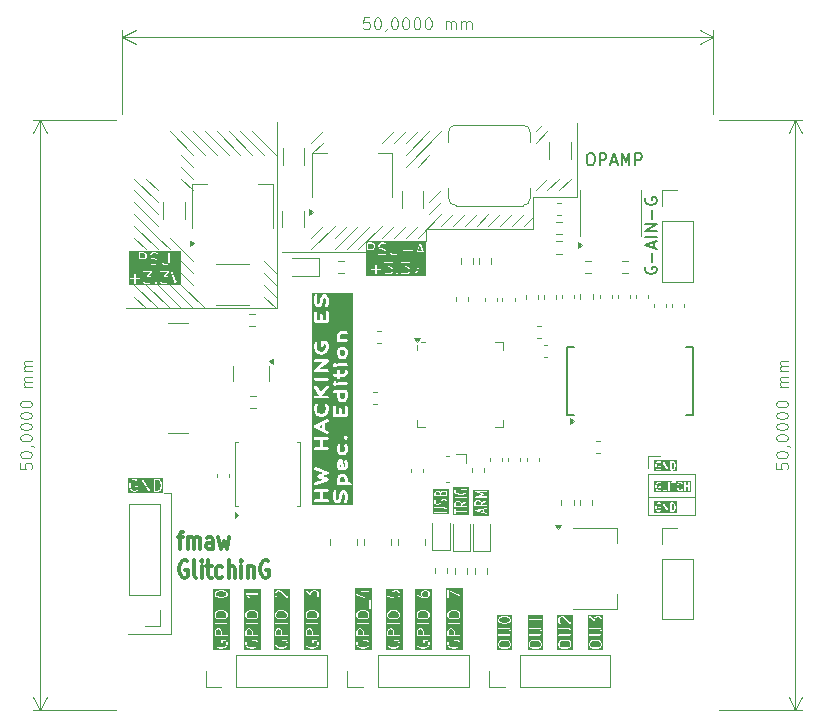
<source format=gbr>
%TF.GenerationSoftware,KiCad,Pcbnew,8.0.8-8.0.8-0~ubuntu22.04.1*%
%TF.CreationDate,2025-03-05T22:54:23+01:00*%
%TF.ProjectId,GLITCHING_FMAW,474c4954-4348-4494-9e47-5f464d41572e,rev?*%
%TF.SameCoordinates,Original*%
%TF.FileFunction,Legend,Top*%
%TF.FilePolarity,Positive*%
%FSLAX46Y46*%
G04 Gerber Fmt 4.6, Leading zero omitted, Abs format (unit mm)*
G04 Created by KiCad (PCBNEW 8.0.8-8.0.8-0~ubuntu22.04.1) date 2025-03-05 22:54:23*
%MOMM*%
%LPD*%
G01*
G04 APERTURE LIST*
%ADD10C,0.100000*%
%ADD11C,0.200000*%
%ADD12C,0.120000*%
%ADD13C,0.300000*%
%ADD14C,0.250000*%
%ADD15C,0.150000*%
G04 APERTURE END LIST*
D10*
X55000000Y-28000000D02*
X56000000Y-27000000D01*
X54000000Y-34000000D02*
X55000000Y-33000000D01*
X36000000Y-30000000D02*
X35000000Y-29000000D01*
X61000000Y-33000000D02*
X62000000Y-32000000D01*
X74500000Y-52500000D02*
X75500000Y-52500000D01*
X31000000Y-30000000D02*
X33000000Y-32000000D01*
X55700000Y-33300000D02*
X64800000Y-33300000D01*
X68300000Y-30600000D02*
X68500000Y-30600000D01*
X35000000Y-38000000D02*
X37000000Y-40000000D01*
X54000000Y-27000000D02*
X56000000Y-25000000D01*
X65000000Y-26000000D02*
X66000000Y-25000000D01*
X33000000Y-38000000D02*
X35000000Y-40000000D01*
X49000000Y-35000000D02*
X51000000Y-33000000D01*
X74500000Y-54000000D02*
X78500000Y-54000000D01*
X31000000Y-38000000D02*
X33000000Y-40000000D01*
X65000000Y-30000000D02*
X66000000Y-29000000D01*
X43100000Y-40000000D02*
X30300000Y-40000000D01*
X53000000Y-34000000D02*
X54000000Y-33000000D01*
X39000000Y-25000000D02*
X41000000Y-27000000D01*
X55000000Y-34000000D02*
X57000000Y-32000000D01*
X50600000Y-35200000D02*
X43500000Y-35200000D01*
X65000000Y-25000000D02*
X65500000Y-24500000D01*
X41000000Y-25000000D02*
X43000000Y-27000000D01*
X54000000Y-28000000D02*
X57000000Y-25000000D01*
X31000000Y-32000000D02*
X33000000Y-34000000D01*
X43100000Y-24200000D02*
X43100000Y-39700000D01*
X78500000Y-56000000D02*
X74500000Y-56000000D01*
X34000000Y-38000000D02*
X36000000Y-40000000D01*
X42000000Y-39000000D02*
X43000000Y-40000000D01*
X57000000Y-33000000D02*
X58000000Y-32000000D01*
X54000000Y-25000000D02*
X53000000Y-26000000D01*
X42000000Y-36000000D02*
X43000000Y-37000000D01*
X59000000Y-33000000D02*
X60000000Y-32000000D01*
X43100000Y-39700000D02*
X43100000Y-40000000D01*
X36000000Y-25000000D02*
X38000000Y-27000000D01*
X31000000Y-31000000D02*
X33000000Y-33000000D01*
X58000000Y-33000000D02*
X59000000Y-32000000D01*
X31000000Y-34000000D02*
X32000000Y-35000000D01*
X31000000Y-29000000D02*
X33000000Y-31000000D01*
X31000000Y-33000000D02*
X33000000Y-35000000D01*
X50000000Y-35000000D02*
X52000000Y-33000000D01*
X36000000Y-29000000D02*
X35000000Y-28000000D01*
X35000000Y-37000000D02*
X36000000Y-38000000D01*
X63000000Y-33000000D02*
X64000000Y-32000000D01*
X66000000Y-30000000D02*
X67000000Y-29000000D01*
X53000000Y-25000000D02*
X52000000Y-26000000D01*
X64800000Y-33300000D02*
X64800000Y-31200000D01*
X68500000Y-30600000D02*
X68500000Y-24300000D01*
X64000000Y-33000000D02*
X64800000Y-32250000D01*
X78500000Y-54000000D02*
X78500000Y-57500000D01*
X46000000Y-35000000D02*
X48000000Y-33000000D01*
X52000000Y-34000000D02*
X53000000Y-33000000D01*
X56000000Y-31000000D02*
X57000000Y-30000000D01*
X78500000Y-57500000D02*
X74500000Y-57500000D01*
X38000000Y-25000000D02*
X40000000Y-27000000D01*
X74500000Y-57500000D02*
X74500000Y-54000000D01*
X35000000Y-36000000D02*
X36000000Y-37000000D01*
X55700000Y-34300000D02*
X55700000Y-33300000D01*
X48000000Y-35000000D02*
X50000000Y-33000000D01*
X34100000Y-67600000D02*
X30500000Y-67600000D01*
X74500000Y-52500000D02*
X74500000Y-53500000D01*
X46000000Y-34000000D02*
X47000000Y-33000000D01*
X40000000Y-25000000D02*
X42000000Y-27000000D01*
X42000000Y-38000000D02*
X43000000Y-39000000D01*
X42000000Y-37000000D02*
X43000000Y-38000000D01*
X33000000Y-30000000D02*
X32000000Y-29000000D01*
X34100000Y-55600000D02*
X34100000Y-67600000D01*
X54000000Y-26000000D02*
X55000000Y-25000000D01*
X60000000Y-33000000D02*
X61000000Y-32000000D01*
X35000000Y-27000000D02*
X36000000Y-28000000D01*
X56000000Y-32000000D02*
X57000000Y-31000000D01*
X33000000Y-34000000D02*
X34000000Y-35000000D01*
X32000000Y-38000000D02*
X34000000Y-40000000D01*
X47000000Y-25000000D02*
X46000000Y-26000000D01*
X64800000Y-31200000D02*
X64800000Y-30600000D01*
X35000000Y-25000000D02*
X37000000Y-27000000D01*
X37000000Y-25000000D02*
X39000000Y-27000000D01*
X31000000Y-39000000D02*
X32000000Y-40000000D01*
X48000000Y-34000000D02*
X49000000Y-33000000D01*
X34000000Y-34000000D02*
X36000000Y-36000000D01*
X36000000Y-27000000D02*
X34000000Y-25000000D01*
X47000000Y-26000000D02*
X46060000Y-26800001D01*
X62000000Y-33000000D02*
X63000000Y-32000000D01*
X64800000Y-30600000D02*
X68300000Y-30600000D01*
X67000000Y-30000000D02*
X68000000Y-29000000D01*
X33500000Y-55600000D02*
X34100000Y-55600000D01*
D11*
X74314838Y-36506517D02*
X74267219Y-36601755D01*
X74267219Y-36601755D02*
X74267219Y-36744612D01*
X74267219Y-36744612D02*
X74314838Y-36887469D01*
X74314838Y-36887469D02*
X74410076Y-36982707D01*
X74410076Y-36982707D02*
X74505314Y-37030326D01*
X74505314Y-37030326D02*
X74695790Y-37077945D01*
X74695790Y-37077945D02*
X74838647Y-37077945D01*
X74838647Y-37077945D02*
X75029123Y-37030326D01*
X75029123Y-37030326D02*
X75124361Y-36982707D01*
X75124361Y-36982707D02*
X75219600Y-36887469D01*
X75219600Y-36887469D02*
X75267219Y-36744612D01*
X75267219Y-36744612D02*
X75267219Y-36649374D01*
X75267219Y-36649374D02*
X75219600Y-36506517D01*
X75219600Y-36506517D02*
X75171980Y-36458898D01*
X75171980Y-36458898D02*
X74838647Y-36458898D01*
X74838647Y-36458898D02*
X74838647Y-36649374D01*
X74886266Y-36030326D02*
X74886266Y-35268422D01*
X74981504Y-34839850D02*
X74981504Y-34363660D01*
X75267219Y-34935088D02*
X74267219Y-34601755D01*
X74267219Y-34601755D02*
X75267219Y-34268422D01*
X75267219Y-33935088D02*
X74267219Y-33935088D01*
X75267219Y-33458898D02*
X74267219Y-33458898D01*
X74267219Y-33458898D02*
X75267219Y-32887470D01*
X75267219Y-32887470D02*
X74267219Y-32887470D01*
X74886266Y-32411279D02*
X74886266Y-31649375D01*
X74314838Y-30649375D02*
X74267219Y-30744613D01*
X74267219Y-30744613D02*
X74267219Y-30887470D01*
X74267219Y-30887470D02*
X74314838Y-31030327D01*
X74314838Y-31030327D02*
X74410076Y-31125565D01*
X74410076Y-31125565D02*
X74505314Y-31173184D01*
X74505314Y-31173184D02*
X74695790Y-31220803D01*
X74695790Y-31220803D02*
X74838647Y-31220803D01*
X74838647Y-31220803D02*
X75029123Y-31173184D01*
X75029123Y-31173184D02*
X75124361Y-31125565D01*
X75124361Y-31125565D02*
X75219600Y-31030327D01*
X75219600Y-31030327D02*
X75267219Y-30887470D01*
X75267219Y-30887470D02*
X75267219Y-30792232D01*
X75267219Y-30792232D02*
X75219600Y-30649375D01*
X75219600Y-30649375D02*
X75171980Y-30601756D01*
X75171980Y-30601756D02*
X74838647Y-30601756D01*
X74838647Y-30601756D02*
X74838647Y-30792232D01*
D10*
G36*
X62703998Y-68169835D02*
G01*
X62783707Y-68249544D01*
X62822419Y-68326966D01*
X62822419Y-68493835D01*
X62783707Y-68571257D01*
X62703998Y-68650966D01*
X62532930Y-68693734D01*
X62211907Y-68693734D01*
X62040837Y-68650966D01*
X61961131Y-68571260D01*
X61922419Y-68493836D01*
X61922419Y-68326966D01*
X61961131Y-68249542D01*
X62040837Y-68169835D01*
X62211907Y-68127068D01*
X62532930Y-68127068D01*
X62703998Y-68169835D01*
G37*
G36*
X62664491Y-66171863D02*
G01*
X62747561Y-66213398D01*
X62783708Y-66249544D01*
X62822419Y-66326966D01*
X62822419Y-66398597D01*
X62783708Y-66476019D01*
X62747561Y-66512165D01*
X62664491Y-66553701D01*
X62485311Y-66598496D01*
X62259526Y-66598496D01*
X62080347Y-66553701D01*
X61997275Y-66512165D01*
X61961130Y-66476021D01*
X61922419Y-66398598D01*
X61922419Y-66326966D01*
X61961130Y-66249542D01*
X61997275Y-66213398D01*
X62080347Y-66171862D01*
X62259526Y-66127068D01*
X62485311Y-66127068D01*
X62664491Y-66171863D01*
G37*
G36*
X63033530Y-68904845D02*
G01*
X61711308Y-68904845D01*
X61711308Y-68315163D01*
X61822419Y-68315163D01*
X61822419Y-68505639D01*
X61822907Y-68508095D01*
X61822545Y-68509184D01*
X61824661Y-68516911D01*
X61826225Y-68524773D01*
X61827036Y-68525584D01*
X61827698Y-68528000D01*
X61875316Y-68623237D01*
X61880231Y-68629570D01*
X61884683Y-68636232D01*
X61979921Y-68731470D01*
X61984423Y-68734478D01*
X61985510Y-68736289D01*
X61991048Y-68738905D01*
X61996142Y-68742309D01*
X61998253Y-68742309D01*
X62003149Y-68744622D01*
X62193625Y-68792241D01*
X62199742Y-68792538D01*
X62205752Y-68793734D01*
X62539085Y-68793734D01*
X62545094Y-68792538D01*
X62551212Y-68792241D01*
X62741688Y-68744622D01*
X62746584Y-68742309D01*
X62748695Y-68742309D01*
X62753790Y-68738904D01*
X62759327Y-68736289D01*
X62760412Y-68734480D01*
X62764916Y-68731471D01*
X62860155Y-68636232D01*
X62864605Y-68629572D01*
X62869521Y-68623238D01*
X62917140Y-68528000D01*
X62917801Y-68525584D01*
X62918613Y-68524773D01*
X62920176Y-68516911D01*
X62922293Y-68509184D01*
X62921930Y-68508095D01*
X62922419Y-68505639D01*
X62922419Y-68315163D01*
X62921930Y-68312706D01*
X62922293Y-68311618D01*
X62920176Y-68303890D01*
X62918613Y-68296029D01*
X62917801Y-68295217D01*
X62917140Y-68292802D01*
X62869521Y-68197564D01*
X62864605Y-68191229D01*
X62860155Y-68184570D01*
X62764916Y-68089331D01*
X62760412Y-68086321D01*
X62759327Y-68084513D01*
X62753790Y-68081897D01*
X62748695Y-68078493D01*
X62746584Y-68078493D01*
X62741688Y-68076180D01*
X62551212Y-68028561D01*
X62545094Y-68028263D01*
X62539085Y-68027068D01*
X62205752Y-68027068D01*
X62199742Y-68028263D01*
X62193625Y-68028561D01*
X62003149Y-68076180D01*
X61998253Y-68078493D01*
X61996142Y-68078493D01*
X61991048Y-68081896D01*
X61985510Y-68084513D01*
X61984423Y-68086323D01*
X61979921Y-68089332D01*
X61884683Y-68184570D01*
X61880231Y-68191231D01*
X61875316Y-68197565D01*
X61827698Y-68292802D01*
X61827036Y-68295217D01*
X61826225Y-68296029D01*
X61824661Y-68303890D01*
X61822545Y-68311618D01*
X61822907Y-68312706D01*
X61822419Y-68315163D01*
X61711308Y-68315163D01*
X61711308Y-67057934D01*
X61826225Y-67057934D01*
X61826225Y-67096202D01*
X61853285Y-67123262D01*
X61872419Y-67127068D01*
X62670139Y-67127068D01*
X62747561Y-67165779D01*
X62783708Y-67201925D01*
X62822419Y-67279347D01*
X62822419Y-67446216D01*
X62783708Y-67523638D01*
X62747561Y-67559784D01*
X62670139Y-67598496D01*
X61872419Y-67598496D01*
X61853285Y-67602302D01*
X61826225Y-67629362D01*
X61826225Y-67667630D01*
X61853285Y-67694690D01*
X61872419Y-67698496D01*
X62681942Y-67698496D01*
X62684398Y-67698007D01*
X62685487Y-67698370D01*
X62693214Y-67696253D01*
X62701076Y-67694690D01*
X62701887Y-67693878D01*
X62704303Y-67693217D01*
X62799540Y-67645599D01*
X62805868Y-67640687D01*
X62812535Y-67636233D01*
X62860155Y-67588614D01*
X62864609Y-67581947D01*
X62869521Y-67575619D01*
X62917140Y-67480381D01*
X62917801Y-67477965D01*
X62918613Y-67477154D01*
X62920176Y-67469292D01*
X62922293Y-67461565D01*
X62921930Y-67460476D01*
X62922419Y-67458020D01*
X62922419Y-67267544D01*
X62921930Y-67265087D01*
X62922293Y-67263999D01*
X62920176Y-67256271D01*
X62918613Y-67248410D01*
X62917801Y-67247598D01*
X62917140Y-67245183D01*
X62869521Y-67149945D01*
X62864609Y-67143616D01*
X62860155Y-67136950D01*
X62812535Y-67089331D01*
X62805868Y-67084876D01*
X62799540Y-67079965D01*
X62704303Y-67032347D01*
X62701887Y-67031685D01*
X62701076Y-67030874D01*
X62693214Y-67029310D01*
X62685487Y-67027194D01*
X62684398Y-67027556D01*
X62681942Y-67027068D01*
X61872419Y-67027068D01*
X61853285Y-67030874D01*
X61826225Y-67057934D01*
X61711308Y-67057934D01*
X61711308Y-66315163D01*
X61822419Y-66315163D01*
X61822419Y-66410401D01*
X61822907Y-66412857D01*
X61822545Y-66413946D01*
X61824661Y-66421673D01*
X61826225Y-66429535D01*
X61827036Y-66430346D01*
X61827698Y-66432762D01*
X61875316Y-66527999D01*
X61880231Y-66534332D01*
X61884683Y-66540994D01*
X61932301Y-66588613D01*
X61938967Y-66593067D01*
X61945296Y-66597979D01*
X62040534Y-66645598D01*
X62045815Y-66647044D01*
X62050768Y-66649384D01*
X62241244Y-66697003D01*
X62247361Y-66697300D01*
X62253371Y-66698496D01*
X62491466Y-66698496D01*
X62497475Y-66697300D01*
X62503593Y-66697003D01*
X62694069Y-66649384D01*
X62699021Y-66647044D01*
X62704303Y-66645598D01*
X62799540Y-66597980D01*
X62805868Y-66593068D01*
X62812535Y-66588614D01*
X62860155Y-66540995D01*
X62864609Y-66534328D01*
X62869521Y-66528000D01*
X62917140Y-66432762D01*
X62917801Y-66430346D01*
X62918613Y-66429535D01*
X62920176Y-66421673D01*
X62922293Y-66413946D01*
X62921930Y-66412857D01*
X62922419Y-66410401D01*
X62922419Y-66315163D01*
X62921930Y-66312706D01*
X62922293Y-66311618D01*
X62920176Y-66303890D01*
X62918613Y-66296029D01*
X62917801Y-66295217D01*
X62917140Y-66292802D01*
X62869521Y-66197564D01*
X62864609Y-66191235D01*
X62860155Y-66184569D01*
X62812535Y-66136950D01*
X62805868Y-66132495D01*
X62799540Y-66127584D01*
X62704303Y-66079966D01*
X62699021Y-66078519D01*
X62694069Y-66076180D01*
X62503593Y-66028561D01*
X62497475Y-66028263D01*
X62491466Y-66027068D01*
X62253371Y-66027068D01*
X62247361Y-66028263D01*
X62241244Y-66028561D01*
X62050768Y-66076180D01*
X62045815Y-66078519D01*
X62040534Y-66079966D01*
X61945296Y-66127585D01*
X61938967Y-66132496D01*
X61932301Y-66136951D01*
X61884683Y-66184570D01*
X61880231Y-66191231D01*
X61875316Y-66197565D01*
X61827698Y-66292802D01*
X61827036Y-66295217D01*
X61826225Y-66296029D01*
X61824661Y-66303890D01*
X61822545Y-66311618D01*
X61822907Y-66312706D01*
X61822419Y-66315163D01*
X61711308Y-66315163D01*
X61711308Y-65915957D01*
X63033530Y-65915957D01*
X63033530Y-68904845D01*
G37*
D12*
G36*
X78131010Y-55545871D02*
G01*
X75055454Y-55545871D01*
X75055454Y-55008093D01*
X75133232Y-55008093D01*
X75133232Y-55108093D01*
X75134470Y-55114318D01*
X75134564Y-55120665D01*
X75163136Y-55253998D01*
X75165446Y-55259352D01*
X75166655Y-55265061D01*
X75195226Y-55331727D01*
X75200366Y-55339222D01*
X75204820Y-55347140D01*
X75261963Y-55413808D01*
X75265286Y-55416418D01*
X75266027Y-55418102D01*
X75273448Y-55422830D01*
X75280373Y-55428269D01*
X75282207Y-55428410D01*
X75285771Y-55430680D01*
X75371485Y-55464013D01*
X75382377Y-55465933D01*
X75393232Y-55468093D01*
X75450375Y-55468093D01*
X75461229Y-55465933D01*
X75472122Y-55464013D01*
X75557835Y-55430680D01*
X75561398Y-55428410D01*
X75563234Y-55428269D01*
X75570157Y-55422830D01*
X75577580Y-55418102D01*
X75578321Y-55416417D01*
X75581644Y-55413807D01*
X75610216Y-55380474D01*
X75618193Y-55366287D01*
X75620094Y-55364387D01*
X75620549Y-55362098D01*
X75621691Y-55360068D01*
X75621485Y-55357392D01*
X75624661Y-55341426D01*
X75624661Y-55108093D01*
X75620094Y-55085132D01*
X75587622Y-55052660D01*
X75564661Y-55048093D01*
X75450375Y-55048093D01*
X75427414Y-55052660D01*
X75394942Y-55085132D01*
X75394942Y-55131054D01*
X75427414Y-55163526D01*
X75450375Y-55168093D01*
X75504661Y-55168093D01*
X75504661Y-55319230D01*
X75500323Y-55324291D01*
X75439119Y-55348093D01*
X75404487Y-55348093D01*
X75343284Y-55324292D01*
X75301907Y-55276019D01*
X75279249Y-55223150D01*
X75253232Y-55101736D01*
X75253232Y-55014449D01*
X75279249Y-54893035D01*
X75301907Y-54840166D01*
X75343284Y-54791893D01*
X75404487Y-54768093D01*
X75462726Y-54768093D01*
X75505857Y-54793253D01*
X75527991Y-54800877D01*
X75572402Y-54789191D01*
X75595541Y-54749524D01*
X75584638Y-54708093D01*
X75761804Y-54708093D01*
X75761804Y-55408093D01*
X75766371Y-55431054D01*
X75798843Y-55463526D01*
X75821804Y-55468093D01*
X76107518Y-55468093D01*
X76130479Y-55463526D01*
X76162951Y-55431054D01*
X76162951Y-55385132D01*
X76130479Y-55352660D01*
X76107518Y-55348093D01*
X75881804Y-55348093D01*
X75881804Y-54708093D01*
X76247518Y-54708093D01*
X76247518Y-55408093D01*
X76252085Y-55431054D01*
X76284557Y-55463526D01*
X76330479Y-55463526D01*
X76362951Y-55431054D01*
X76367518Y-55408093D01*
X76367518Y-54708093D01*
X76362951Y-54685132D01*
X76452084Y-54685132D01*
X76452084Y-54731054D01*
X76484556Y-54763526D01*
X76507517Y-54768093D01*
X76618946Y-54768093D01*
X76618946Y-55408093D01*
X76623513Y-55431054D01*
X76655985Y-55463526D01*
X76701907Y-55463526D01*
X76734379Y-55431054D01*
X76738946Y-55408093D01*
X76738946Y-55008093D01*
X76961803Y-55008093D01*
X76961803Y-55108093D01*
X76963041Y-55114318D01*
X76963135Y-55120665D01*
X76991707Y-55253998D01*
X76994017Y-55259352D01*
X76995226Y-55265061D01*
X77023797Y-55331727D01*
X77028937Y-55339222D01*
X77033391Y-55347140D01*
X77090534Y-55413808D01*
X77093857Y-55416418D01*
X77094598Y-55418102D01*
X77102019Y-55422830D01*
X77108944Y-55428269D01*
X77110778Y-55428410D01*
X77114342Y-55430680D01*
X77200056Y-55464013D01*
X77210948Y-55465933D01*
X77221803Y-55468093D01*
X77278946Y-55468093D01*
X77289800Y-55465933D01*
X77300693Y-55464013D01*
X77386406Y-55430680D01*
X77389969Y-55428410D01*
X77391805Y-55428269D01*
X77398728Y-55422830D01*
X77406151Y-55418102D01*
X77406892Y-55416417D01*
X77410215Y-55413807D01*
X77438787Y-55380474D01*
X77450262Y-55360068D01*
X77446740Y-55314281D01*
X77411874Y-55284396D01*
X77366087Y-55287918D01*
X77347676Y-55302379D01*
X77328894Y-55324291D01*
X77267690Y-55348093D01*
X77233058Y-55348093D01*
X77171855Y-55324292D01*
X77130478Y-55276019D01*
X77107820Y-55223150D01*
X77081803Y-55101736D01*
X77081803Y-55014449D01*
X77107820Y-54893035D01*
X77130478Y-54840166D01*
X77171855Y-54791893D01*
X77233058Y-54768093D01*
X77267690Y-54768093D01*
X77328894Y-54791894D01*
X77347676Y-54813807D01*
X77366087Y-54828268D01*
X77411874Y-54831790D01*
X77446740Y-54801905D01*
X77450262Y-54756118D01*
X77438787Y-54735712D01*
X77415113Y-54708093D01*
X77590375Y-54708093D01*
X77590375Y-55408093D01*
X77594942Y-55431054D01*
X77627414Y-55463526D01*
X77673336Y-55463526D01*
X77705808Y-55431054D01*
X77710375Y-55408093D01*
X77710375Y-55101426D01*
X77933232Y-55101426D01*
X77933232Y-55408093D01*
X77937799Y-55431054D01*
X77970271Y-55463526D01*
X78016193Y-55463526D01*
X78048665Y-55431054D01*
X78053232Y-55408093D01*
X78053232Y-54708093D01*
X78048665Y-54685132D01*
X78016193Y-54652660D01*
X77970271Y-54652660D01*
X77937799Y-54685132D01*
X77933232Y-54708093D01*
X77933232Y-54981426D01*
X77710375Y-54981426D01*
X77710375Y-54708093D01*
X77705808Y-54685132D01*
X77673336Y-54652660D01*
X77627414Y-54652660D01*
X77594942Y-54685132D01*
X77590375Y-54708093D01*
X77415113Y-54708093D01*
X77410215Y-54702379D01*
X77406892Y-54699768D01*
X77406151Y-54698084D01*
X77398728Y-54693355D01*
X77391805Y-54687917D01*
X77389969Y-54687775D01*
X77386406Y-54685506D01*
X77300693Y-54652173D01*
X77289800Y-54650252D01*
X77278946Y-54648093D01*
X77221803Y-54648093D01*
X77210948Y-54650252D01*
X77200056Y-54652173D01*
X77114342Y-54685506D01*
X77110778Y-54687775D01*
X77108944Y-54687917D01*
X77102019Y-54693355D01*
X77094598Y-54698084D01*
X77093857Y-54699767D01*
X77090534Y-54702378D01*
X77033391Y-54769046D01*
X77028937Y-54776963D01*
X77023797Y-54784459D01*
X76995226Y-54851125D01*
X76994017Y-54856833D01*
X76991707Y-54862188D01*
X76963135Y-54995521D01*
X76963041Y-55001867D01*
X76961803Y-55008093D01*
X76738946Y-55008093D01*
X76738946Y-54768093D01*
X76850375Y-54768093D01*
X76873336Y-54763526D01*
X76905808Y-54731054D01*
X76905808Y-54685132D01*
X76873336Y-54652660D01*
X76850375Y-54648093D01*
X76507517Y-54648093D01*
X76484556Y-54652660D01*
X76452084Y-54685132D01*
X76362951Y-54685132D01*
X76330479Y-54652660D01*
X76284557Y-54652660D01*
X76252085Y-54685132D01*
X76247518Y-54708093D01*
X75881804Y-54708093D01*
X75877237Y-54685132D01*
X75844765Y-54652660D01*
X75798843Y-54652660D01*
X75766371Y-54685132D01*
X75761804Y-54708093D01*
X75584638Y-54708093D01*
X75583854Y-54705114D01*
X75566322Y-54689600D01*
X75509179Y-54656266D01*
X75503588Y-54654340D01*
X75501908Y-54652660D01*
X75494339Y-54651154D01*
X75487045Y-54648642D01*
X75484747Y-54649246D01*
X75478947Y-54648093D01*
X75393232Y-54648093D01*
X75382377Y-54650252D01*
X75371485Y-54652173D01*
X75285771Y-54685506D01*
X75282207Y-54687775D01*
X75280373Y-54687917D01*
X75273448Y-54693355D01*
X75266027Y-54698084D01*
X75265286Y-54699767D01*
X75261963Y-54702378D01*
X75204820Y-54769046D01*
X75200366Y-54776963D01*
X75195226Y-54784459D01*
X75166655Y-54851125D01*
X75165446Y-54856833D01*
X75163136Y-54862188D01*
X75134564Y-54995521D01*
X75134470Y-55001867D01*
X75133232Y-55008093D01*
X75055454Y-55008093D01*
X75055454Y-54570315D01*
X78131010Y-54570315D01*
X78131010Y-55545871D01*
G37*
D10*
G36*
X67803998Y-68169835D02*
G01*
X67883707Y-68249544D01*
X67922419Y-68326966D01*
X67922419Y-68493835D01*
X67883707Y-68571257D01*
X67803998Y-68650966D01*
X67632930Y-68693734D01*
X67311907Y-68693734D01*
X67140837Y-68650966D01*
X67061131Y-68571260D01*
X67022419Y-68493836D01*
X67022419Y-68326966D01*
X67061131Y-68249542D01*
X67140837Y-68169835D01*
X67311907Y-68127068D01*
X67632930Y-68127068D01*
X67803998Y-68169835D01*
G37*
G36*
X68133530Y-68904845D02*
G01*
X66811308Y-68904845D01*
X66811308Y-68315163D01*
X66922419Y-68315163D01*
X66922419Y-68505639D01*
X66922907Y-68508095D01*
X66922545Y-68509184D01*
X66924661Y-68516911D01*
X66926225Y-68524773D01*
X66927036Y-68525584D01*
X66927698Y-68528000D01*
X66975316Y-68623237D01*
X66980231Y-68629570D01*
X66984683Y-68636232D01*
X67079921Y-68731470D01*
X67084423Y-68734478D01*
X67085510Y-68736289D01*
X67091048Y-68738905D01*
X67096142Y-68742309D01*
X67098253Y-68742309D01*
X67103149Y-68744622D01*
X67293625Y-68792241D01*
X67299742Y-68792538D01*
X67305752Y-68793734D01*
X67639085Y-68793734D01*
X67645094Y-68792538D01*
X67651212Y-68792241D01*
X67841688Y-68744622D01*
X67846584Y-68742309D01*
X67848695Y-68742309D01*
X67853790Y-68738904D01*
X67859327Y-68736289D01*
X67860412Y-68734480D01*
X67864916Y-68731471D01*
X67960155Y-68636232D01*
X67964605Y-68629572D01*
X67969521Y-68623238D01*
X68017140Y-68528000D01*
X68017801Y-68525584D01*
X68018613Y-68524773D01*
X68020176Y-68516911D01*
X68022293Y-68509184D01*
X68021930Y-68508095D01*
X68022419Y-68505639D01*
X68022419Y-68315163D01*
X68021930Y-68312706D01*
X68022293Y-68311618D01*
X68020176Y-68303890D01*
X68018613Y-68296029D01*
X68017801Y-68295217D01*
X68017140Y-68292802D01*
X67969521Y-68197564D01*
X67964605Y-68191229D01*
X67960155Y-68184570D01*
X67864916Y-68089331D01*
X67860412Y-68086321D01*
X67859327Y-68084513D01*
X67853790Y-68081897D01*
X67848695Y-68078493D01*
X67846584Y-68078493D01*
X67841688Y-68076180D01*
X67651212Y-68028561D01*
X67645094Y-68028263D01*
X67639085Y-68027068D01*
X67305752Y-68027068D01*
X67299742Y-68028263D01*
X67293625Y-68028561D01*
X67103149Y-68076180D01*
X67098253Y-68078493D01*
X67096142Y-68078493D01*
X67091048Y-68081896D01*
X67085510Y-68084513D01*
X67084423Y-68086323D01*
X67079921Y-68089332D01*
X66984683Y-68184570D01*
X66980231Y-68191231D01*
X66975316Y-68197565D01*
X66927698Y-68292802D01*
X66927036Y-68295217D01*
X66926225Y-68296029D01*
X66924661Y-68303890D01*
X66922545Y-68311618D01*
X66922907Y-68312706D01*
X66922419Y-68315163D01*
X66811308Y-68315163D01*
X66811308Y-67057934D01*
X66926225Y-67057934D01*
X66926225Y-67096202D01*
X66953285Y-67123262D01*
X66972419Y-67127068D01*
X67770139Y-67127068D01*
X67847561Y-67165779D01*
X67883708Y-67201925D01*
X67922419Y-67279347D01*
X67922419Y-67446216D01*
X67883708Y-67523638D01*
X67847561Y-67559784D01*
X67770139Y-67598496D01*
X66972419Y-67598496D01*
X66953285Y-67602302D01*
X66926225Y-67629362D01*
X66926225Y-67667630D01*
X66953285Y-67694690D01*
X66972419Y-67698496D01*
X67781942Y-67698496D01*
X67784398Y-67698007D01*
X67785487Y-67698370D01*
X67793214Y-67696253D01*
X67801076Y-67694690D01*
X67801887Y-67693878D01*
X67804303Y-67693217D01*
X67899540Y-67645599D01*
X67905868Y-67640687D01*
X67912535Y-67636233D01*
X67960155Y-67588614D01*
X67964609Y-67581947D01*
X67969521Y-67575619D01*
X68017140Y-67480381D01*
X68017801Y-67477965D01*
X68018613Y-67477154D01*
X68020176Y-67469292D01*
X68022293Y-67461565D01*
X68021930Y-67460476D01*
X68022419Y-67458020D01*
X68022419Y-67267544D01*
X68021930Y-67265087D01*
X68022293Y-67263999D01*
X68020176Y-67256271D01*
X68018613Y-67248410D01*
X68017801Y-67247598D01*
X68017140Y-67245183D01*
X67969521Y-67149945D01*
X67964609Y-67143616D01*
X67960155Y-67136950D01*
X67912535Y-67089331D01*
X67905868Y-67084876D01*
X67899540Y-67079965D01*
X67804303Y-67032347D01*
X67801887Y-67031685D01*
X67801076Y-67030874D01*
X67793214Y-67029310D01*
X67785487Y-67027194D01*
X67784398Y-67027556D01*
X67781942Y-67027068D01*
X66972419Y-67027068D01*
X66953285Y-67030874D01*
X66926225Y-67057934D01*
X66811308Y-67057934D01*
X66811308Y-66267544D01*
X66922419Y-66267544D01*
X66922419Y-66505639D01*
X66922907Y-66508095D01*
X66922545Y-66509184D01*
X66924661Y-66516911D01*
X66926225Y-66524773D01*
X66927036Y-66525584D01*
X66927698Y-66528000D01*
X66975316Y-66623237D01*
X66980231Y-66629570D01*
X66984683Y-66636232D01*
X67032301Y-66683851D01*
X67048522Y-66694690D01*
X67086791Y-66694690D01*
X67113851Y-66667630D01*
X67113851Y-66629361D01*
X67103012Y-66613140D01*
X67061130Y-66571259D01*
X67022419Y-66493836D01*
X67022419Y-66279347D01*
X67061130Y-66201923D01*
X67097275Y-66165779D01*
X67174699Y-66127068D01*
X67250020Y-66127068D01*
X67373981Y-66168388D01*
X67937064Y-66731470D01*
X67953285Y-66742309D01*
X67991553Y-66742309D01*
X68018613Y-66715249D01*
X68022419Y-66696115D01*
X68022419Y-66077068D01*
X68018613Y-66057934D01*
X67991553Y-66030874D01*
X67953285Y-66030874D01*
X67926225Y-66057934D01*
X67922419Y-66077068D01*
X67922419Y-66575405D01*
X67436345Y-66089332D01*
X67434262Y-66087940D01*
X67433749Y-66086914D01*
X67426788Y-66082946D01*
X67420124Y-66078493D01*
X67418976Y-66078493D01*
X67416801Y-66077253D01*
X67273944Y-66029634D01*
X67265995Y-66028631D01*
X67258133Y-66027068D01*
X67162895Y-66027068D01*
X67160438Y-66027556D01*
X67159350Y-66027194D01*
X67151622Y-66029310D01*
X67143761Y-66030874D01*
X67142949Y-66031685D01*
X67140534Y-66032347D01*
X67045296Y-66079966D01*
X67038967Y-66084877D01*
X67032301Y-66089332D01*
X66984683Y-66136951D01*
X66980231Y-66143612D01*
X66975316Y-66149946D01*
X66927698Y-66245183D01*
X66927036Y-66247598D01*
X66926225Y-66248410D01*
X66924661Y-66256271D01*
X66922545Y-66263999D01*
X66922907Y-66265087D01*
X66922419Y-66267544D01*
X66811308Y-66267544D01*
X66811308Y-65915957D01*
X68133530Y-65915957D01*
X68133530Y-68904845D01*
G37*
G36*
X50271372Y-67213398D02*
G01*
X50307516Y-67249543D01*
X50346228Y-67326966D01*
X50346228Y-67646115D01*
X49922419Y-67646115D01*
X49922419Y-67326966D01*
X49961130Y-67249542D01*
X49997275Y-67213398D01*
X50074699Y-67174687D01*
X50193949Y-67174687D01*
X50271372Y-67213398D01*
G37*
G36*
X50703998Y-65693645D02*
G01*
X50783707Y-65773354D01*
X50822419Y-65850776D01*
X50822419Y-66017645D01*
X50783707Y-66095067D01*
X50703998Y-66174776D01*
X50532930Y-66217544D01*
X50211907Y-66217544D01*
X50040837Y-66174776D01*
X49961131Y-66095070D01*
X49922419Y-66017646D01*
X49922419Y-65850776D01*
X49961131Y-65773352D01*
X50040837Y-65693645D01*
X50211907Y-65650878D01*
X50532930Y-65650878D01*
X50703998Y-65693645D01*
G37*
G36*
X51128768Y-68904845D02*
G01*
X49663815Y-68904845D01*
X49663815Y-68267544D01*
X49822419Y-68267544D01*
X49822419Y-68410401D01*
X49823982Y-68418263D01*
X49824985Y-68426212D01*
X49872604Y-68569069D01*
X49873844Y-68571244D01*
X49873844Y-68572392D01*
X49878297Y-68579056D01*
X49882265Y-68586017D01*
X49883291Y-68586530D01*
X49884683Y-68588613D01*
X49979921Y-68683851D01*
X49986580Y-68688301D01*
X49992915Y-68693217D01*
X50088153Y-68740836D01*
X50093434Y-68742282D01*
X50098387Y-68744622D01*
X50288863Y-68792241D01*
X50294980Y-68792538D01*
X50300990Y-68793734D01*
X50443847Y-68793734D01*
X50449856Y-68792538D01*
X50455974Y-68792241D01*
X50646450Y-68744622D01*
X50651402Y-68742282D01*
X50656684Y-68740836D01*
X50751921Y-68693218D01*
X50758249Y-68688306D01*
X50764916Y-68683852D01*
X50860155Y-68588613D01*
X50861545Y-68586531D01*
X50862573Y-68586018D01*
X50866543Y-68579052D01*
X50870994Y-68572392D01*
X50870994Y-68571244D01*
X50872234Y-68569069D01*
X50919853Y-68426213D01*
X50920855Y-68418262D01*
X50922419Y-68410401D01*
X50922419Y-68315163D01*
X50920855Y-68307301D01*
X50919853Y-68299351D01*
X50872234Y-68156495D01*
X50870994Y-68154319D01*
X50870994Y-68153171D01*
X50866539Y-68146504D01*
X50862573Y-68139546D01*
X50861546Y-68139032D01*
X50860155Y-68136950D01*
X50812535Y-68089331D01*
X50796314Y-68078493D01*
X50777180Y-68074687D01*
X50443847Y-68074687D01*
X50424713Y-68078493D01*
X50397653Y-68105553D01*
X50393847Y-68124687D01*
X50393847Y-68315163D01*
X50397653Y-68334297D01*
X50424713Y-68361357D01*
X50462981Y-68361357D01*
X50490041Y-68334297D01*
X50493847Y-68315163D01*
X50493847Y-68174687D01*
X50756469Y-68174687D01*
X50781099Y-68199316D01*
X50822419Y-68323276D01*
X50822419Y-68402288D01*
X50781099Y-68526247D01*
X50699942Y-68607403D01*
X50616872Y-68648939D01*
X50437692Y-68693734D01*
X50307145Y-68693734D01*
X50127966Y-68648939D01*
X50044892Y-68607402D01*
X49963739Y-68526249D01*
X49922419Y-68402287D01*
X49922419Y-68279347D01*
X49964759Y-68194667D01*
X49969912Y-68175851D01*
X49957810Y-68139546D01*
X49923582Y-68122432D01*
X49887278Y-68134534D01*
X49875316Y-68149946D01*
X49827698Y-68245183D01*
X49827036Y-68247598D01*
X49826225Y-68248410D01*
X49824661Y-68256271D01*
X49822545Y-68263999D01*
X49822907Y-68265087D01*
X49822419Y-68267544D01*
X49663815Y-68267544D01*
X49663815Y-67315163D01*
X49822419Y-67315163D01*
X49822419Y-67696115D01*
X49826225Y-67715249D01*
X49853285Y-67742309D01*
X49872419Y-67746115D01*
X50872419Y-67746115D01*
X50891553Y-67742309D01*
X50918613Y-67715249D01*
X50918613Y-67676981D01*
X50891553Y-67649921D01*
X50872419Y-67646115D01*
X50446228Y-67646115D01*
X50446228Y-67315163D01*
X50445739Y-67312706D01*
X50446102Y-67311618D01*
X50443985Y-67303890D01*
X50442422Y-67296029D01*
X50441610Y-67295217D01*
X50440949Y-67292802D01*
X50393330Y-67197564D01*
X50388418Y-67191235D01*
X50383964Y-67184569D01*
X50336345Y-67136951D01*
X50329683Y-67132499D01*
X50323350Y-67127584D01*
X50228113Y-67079966D01*
X50225697Y-67079304D01*
X50224886Y-67078493D01*
X50217024Y-67076929D01*
X50209297Y-67074813D01*
X50208208Y-67075175D01*
X50205752Y-67074687D01*
X50062895Y-67074687D01*
X50060438Y-67075175D01*
X50059350Y-67074813D01*
X50051622Y-67076929D01*
X50043761Y-67078493D01*
X50042949Y-67079304D01*
X50040534Y-67079966D01*
X49945296Y-67127585D01*
X49938967Y-67132496D01*
X49932301Y-67136951D01*
X49884683Y-67184570D01*
X49880231Y-67191231D01*
X49875316Y-67197565D01*
X49827698Y-67292802D01*
X49827036Y-67295217D01*
X49826225Y-67296029D01*
X49824661Y-67303890D01*
X49822545Y-67311618D01*
X49822907Y-67312706D01*
X49822419Y-67315163D01*
X49663815Y-67315163D01*
X49663815Y-66676981D01*
X49826225Y-66676981D01*
X49826225Y-66715249D01*
X49853285Y-66742309D01*
X49872419Y-66746115D01*
X50872419Y-66746115D01*
X50891553Y-66742309D01*
X50918613Y-66715249D01*
X50918613Y-66676981D01*
X50891553Y-66649921D01*
X50872419Y-66646115D01*
X49872419Y-66646115D01*
X49853285Y-66649921D01*
X49826225Y-66676981D01*
X49663815Y-66676981D01*
X49663815Y-65838973D01*
X49822419Y-65838973D01*
X49822419Y-66029449D01*
X49822907Y-66031905D01*
X49822545Y-66032994D01*
X49824661Y-66040721D01*
X49826225Y-66048583D01*
X49827036Y-66049394D01*
X49827698Y-66051810D01*
X49875316Y-66147047D01*
X49880231Y-66153380D01*
X49884683Y-66160042D01*
X49979921Y-66255280D01*
X49984423Y-66258288D01*
X49985510Y-66260099D01*
X49991048Y-66262715D01*
X49996142Y-66266119D01*
X49998253Y-66266119D01*
X50003149Y-66268432D01*
X50193625Y-66316051D01*
X50199742Y-66316348D01*
X50205752Y-66317544D01*
X50539085Y-66317544D01*
X50545094Y-66316348D01*
X50551212Y-66316051D01*
X50741688Y-66268432D01*
X50746584Y-66266119D01*
X50748695Y-66266119D01*
X50753790Y-66262714D01*
X50759327Y-66260099D01*
X50760412Y-66258290D01*
X50764916Y-66255281D01*
X50860155Y-66160042D01*
X50864605Y-66153382D01*
X50869521Y-66147048D01*
X50917140Y-66051810D01*
X50917801Y-66049394D01*
X50918613Y-66048583D01*
X50920176Y-66040721D01*
X50922293Y-66032994D01*
X50921930Y-66031905D01*
X50922419Y-66029449D01*
X50922419Y-65838973D01*
X50921930Y-65836516D01*
X50922293Y-65835428D01*
X50920176Y-65827700D01*
X50918613Y-65819839D01*
X50917801Y-65819027D01*
X50917140Y-65816612D01*
X50869521Y-65721374D01*
X50864605Y-65715039D01*
X50860155Y-65708380D01*
X50764916Y-65613141D01*
X50760412Y-65610131D01*
X50759327Y-65608323D01*
X50753790Y-65605707D01*
X50748695Y-65602303D01*
X50746584Y-65602303D01*
X50741688Y-65599990D01*
X50551212Y-65552371D01*
X50545094Y-65552073D01*
X50539085Y-65550878D01*
X50205752Y-65550878D01*
X50199742Y-65552073D01*
X50193625Y-65552371D01*
X50003149Y-65599990D01*
X49998253Y-65602303D01*
X49996142Y-65602303D01*
X49991048Y-65605706D01*
X49985510Y-65608323D01*
X49984423Y-65610133D01*
X49979921Y-65613142D01*
X49884683Y-65708380D01*
X49880231Y-65715041D01*
X49875316Y-65721375D01*
X49827698Y-65816612D01*
X49827036Y-65819027D01*
X49826225Y-65819839D01*
X49824661Y-65827700D01*
X49822545Y-65835428D01*
X49822907Y-65836516D01*
X49822419Y-65838973D01*
X49663815Y-65838973D01*
X49663815Y-64648497D01*
X50917657Y-64648497D01*
X50917657Y-65410402D01*
X50921463Y-65429536D01*
X50948523Y-65456596D01*
X50986791Y-65456596D01*
X51013851Y-65429536D01*
X51017657Y-65410402D01*
X51017657Y-64648497D01*
X51013851Y-64629363D01*
X50986791Y-64602303D01*
X50948523Y-64602303D01*
X50921463Y-64629363D01*
X50917657Y-64648497D01*
X49663815Y-64648497D01*
X49663815Y-64223469D01*
X49774926Y-64223469D01*
X49792040Y-64257698D01*
X49808989Y-64267359D01*
X50523273Y-64505454D01*
X50542629Y-64507894D01*
X50549989Y-64504214D01*
X50558219Y-64504214D01*
X50566449Y-64495984D01*
X50576857Y-64490780D01*
X50579459Y-64482973D01*
X50585279Y-64477154D01*
X50589085Y-64458020D01*
X50589085Y-64031830D01*
X50872419Y-64031830D01*
X50891553Y-64028024D01*
X50918613Y-64000964D01*
X50918613Y-63962696D01*
X50891553Y-63935636D01*
X50872419Y-63931830D01*
X50589085Y-63931830D01*
X50589085Y-63838973D01*
X50585279Y-63819839D01*
X50558219Y-63792779D01*
X50519951Y-63792779D01*
X50492891Y-63819839D01*
X50489085Y-63838973D01*
X50489085Y-63931830D01*
X50205752Y-63931830D01*
X50186618Y-63935636D01*
X50159558Y-63962696D01*
X50159558Y-64000964D01*
X50186618Y-64028024D01*
X50205752Y-64031830D01*
X50489085Y-64031830D01*
X50489085Y-64388649D01*
X49840611Y-64172491D01*
X49821256Y-64170051D01*
X49787027Y-64187165D01*
X49774926Y-64223469D01*
X49663815Y-64223469D01*
X49663815Y-63681668D01*
X51128768Y-63681668D01*
X51128768Y-68904845D01*
G37*
G36*
X58577964Y-56412459D02*
G01*
X58612906Y-56436918D01*
X58646228Y-56483567D01*
X58646228Y-56684211D01*
X58222419Y-56684211D01*
X58222419Y-56483567D01*
X58255737Y-56436920D01*
X58290682Y-56412459D01*
X58371393Y-56384211D01*
X58497255Y-56384211D01*
X58577964Y-56412459D01*
G37*
G36*
X59333530Y-57524849D02*
G01*
X58011308Y-57524849D01*
X58011308Y-56967544D01*
X58122419Y-56967544D01*
X58122419Y-57367544D01*
X58126225Y-57386678D01*
X58153285Y-57413738D01*
X58191553Y-57413738D01*
X58218613Y-57386678D01*
X58222419Y-57367544D01*
X58222419Y-57217544D01*
X59172419Y-57217544D01*
X59191553Y-57213738D01*
X59218613Y-57186678D01*
X59218613Y-57148410D01*
X59191553Y-57121350D01*
X59172419Y-57117544D01*
X58222419Y-57117544D01*
X58222419Y-56967544D01*
X58218613Y-56948410D01*
X58191553Y-56921350D01*
X58153285Y-56921350D01*
X58126225Y-56948410D01*
X58122419Y-56967544D01*
X58011308Y-56967544D01*
X58011308Y-56467544D01*
X58122419Y-56467544D01*
X58122419Y-56734211D01*
X58126225Y-56753345D01*
X58153285Y-56780405D01*
X58172419Y-56784211D01*
X59172419Y-56784211D01*
X59191553Y-56780405D01*
X59218613Y-56753345D01*
X59218613Y-56715077D01*
X59191553Y-56688017D01*
X59172419Y-56684211D01*
X58746228Y-56684211D01*
X58746228Y-56598724D01*
X59194420Y-56379111D01*
X59209927Y-56367274D01*
X59222320Y-56331067D01*
X59205482Y-56296703D01*
X59169275Y-56284310D01*
X59150418Y-56289311D01*
X58746228Y-56487363D01*
X58746228Y-56467544D01*
X58744503Y-56458875D01*
X58744939Y-56456264D01*
X58743231Y-56452481D01*
X58742422Y-56448410D01*
X58740549Y-56446537D01*
X58736914Y-56438482D01*
X58689296Y-56371816D01*
X58683127Y-56366021D01*
X58677283Y-56359917D01*
X58629664Y-56326583D01*
X58623403Y-56323829D01*
X58617508Y-56320351D01*
X58522269Y-56287018D01*
X58513968Y-56285845D01*
X58505752Y-56284211D01*
X58362895Y-56284211D01*
X58354678Y-56285845D01*
X58346378Y-56287018D01*
X58251140Y-56320351D01*
X58245244Y-56323829D01*
X58238984Y-56326583D01*
X58191364Y-56359917D01*
X58185514Y-56366025D01*
X58179351Y-56371816D01*
X58131732Y-56438482D01*
X58128096Y-56446538D01*
X58126225Y-56448410D01*
X58125415Y-56452480D01*
X58123708Y-56456264D01*
X58124143Y-56458875D01*
X58122419Y-56467544D01*
X58011308Y-56467544D01*
X58011308Y-56015077D01*
X58126225Y-56015077D01*
X58126225Y-56053345D01*
X58153285Y-56080405D01*
X58172419Y-56084211D01*
X59172419Y-56084211D01*
X59191553Y-56080405D01*
X59218613Y-56053345D01*
X59218613Y-56015077D01*
X59191553Y-55988017D01*
X59172419Y-55984211D01*
X58172419Y-55984211D01*
X58153285Y-55988017D01*
X58126225Y-56015077D01*
X58011308Y-56015077D01*
X58011308Y-55400878D01*
X58122419Y-55400878D01*
X58122419Y-55500878D01*
X58122772Y-55502655D01*
X58122486Y-55503463D01*
X58124569Y-55511688D01*
X58126225Y-55520012D01*
X58126830Y-55520617D01*
X58127276Y-55522375D01*
X58174895Y-55622375D01*
X58177552Y-55625938D01*
X58177872Y-55627749D01*
X58182532Y-55632615D01*
X58186558Y-55638014D01*
X58188289Y-55638628D01*
X58191365Y-55641840D01*
X58286603Y-55708507D01*
X58292866Y-55711261D01*
X58298759Y-55714738D01*
X58393997Y-55748071D01*
X58398063Y-55748645D01*
X58401895Y-55750130D01*
X58592371Y-55783463D01*
X58596723Y-55783362D01*
X58600990Y-55784211D01*
X58743847Y-55784211D01*
X58748113Y-55783362D01*
X58752466Y-55783463D01*
X58942942Y-55750129D01*
X58946770Y-55748645D01*
X58950840Y-55748071D01*
X59046079Y-55714738D01*
X59051972Y-55711260D01*
X59058234Y-55708507D01*
X59153473Y-55641840D01*
X59156548Y-55638628D01*
X59158280Y-55638014D01*
X59162305Y-55632615D01*
X59166966Y-55627749D01*
X59167285Y-55625938D01*
X59169943Y-55622375D01*
X59217562Y-55522375D01*
X59218007Y-55520617D01*
X59218613Y-55520012D01*
X59220268Y-55511688D01*
X59222352Y-55503463D01*
X59222065Y-55502655D01*
X59222419Y-55500878D01*
X59222419Y-55434211D01*
X59222065Y-55432433D01*
X59222352Y-55431626D01*
X59220268Y-55423400D01*
X59218613Y-55415077D01*
X59218007Y-55414471D01*
X59217562Y-55412714D01*
X59169943Y-55312714D01*
X59167284Y-55309149D01*
X59166965Y-55307339D01*
X59162306Y-55302473D01*
X59158280Y-55297075D01*
X59156548Y-55296460D01*
X59153473Y-55293249D01*
X59105853Y-55259916D01*
X59098164Y-55256534D01*
X59096314Y-55254684D01*
X59092010Y-55253827D01*
X59087995Y-55252062D01*
X59085418Y-55252516D01*
X59077180Y-55250878D01*
X58743847Y-55250878D01*
X58724713Y-55254684D01*
X58697653Y-55281744D01*
X58693847Y-55300878D01*
X58693847Y-55434211D01*
X58697653Y-55453345D01*
X58724713Y-55480405D01*
X58762981Y-55480405D01*
X58790041Y-55453345D01*
X58793847Y-55434211D01*
X58793847Y-55350878D01*
X59061419Y-55350878D01*
X59085325Y-55367612D01*
X59122419Y-55445508D01*
X59122419Y-55489580D01*
X59085325Y-55567476D01*
X59006534Y-55622630D01*
X58921673Y-55652331D01*
X58739502Y-55684211D01*
X58605329Y-55684211D01*
X58423165Y-55652331D01*
X58338302Y-55622630D01*
X58259512Y-55567477D01*
X58222419Y-55489580D01*
X58222419Y-55416901D01*
X58260725Y-55363273D01*
X58268749Y-55345491D01*
X58262458Y-55307743D01*
X58231318Y-55285500D01*
X58193570Y-55291792D01*
X58179351Y-55305149D01*
X58131732Y-55371816D01*
X58128096Y-55379872D01*
X58126225Y-55381744D01*
X58125415Y-55385814D01*
X58123708Y-55389598D01*
X58124143Y-55392209D01*
X58122419Y-55400878D01*
X58011308Y-55400878D01*
X58011308Y-55139767D01*
X59333530Y-55139767D01*
X59333530Y-57524849D01*
G37*
G36*
X40871372Y-67213398D02*
G01*
X40907516Y-67249543D01*
X40946228Y-67326966D01*
X40946228Y-67646115D01*
X40522419Y-67646115D01*
X40522419Y-67326966D01*
X40561130Y-67249542D01*
X40597275Y-67213398D01*
X40674699Y-67174687D01*
X40793949Y-67174687D01*
X40871372Y-67213398D01*
G37*
G36*
X41303998Y-65693645D02*
G01*
X41383707Y-65773354D01*
X41422419Y-65850776D01*
X41422419Y-66017645D01*
X41383707Y-66095067D01*
X41303998Y-66174776D01*
X41132930Y-66217544D01*
X40811907Y-66217544D01*
X40640837Y-66174776D01*
X40561131Y-66095070D01*
X40522419Y-66017646D01*
X40522419Y-65850776D01*
X40561131Y-65773352D01*
X40640837Y-65693645D01*
X40811907Y-65650878D01*
X41132930Y-65650878D01*
X41303998Y-65693645D01*
G37*
G36*
X41728768Y-68904845D02*
G01*
X40311308Y-68904845D01*
X40311308Y-68267544D01*
X40422419Y-68267544D01*
X40422419Y-68410401D01*
X40423982Y-68418263D01*
X40424985Y-68426212D01*
X40472604Y-68569069D01*
X40473844Y-68571244D01*
X40473844Y-68572392D01*
X40478297Y-68579056D01*
X40482265Y-68586017D01*
X40483291Y-68586530D01*
X40484683Y-68588613D01*
X40579921Y-68683851D01*
X40586580Y-68688301D01*
X40592915Y-68693217D01*
X40688153Y-68740836D01*
X40693434Y-68742282D01*
X40698387Y-68744622D01*
X40888863Y-68792241D01*
X40894980Y-68792538D01*
X40900990Y-68793734D01*
X41043847Y-68793734D01*
X41049856Y-68792538D01*
X41055974Y-68792241D01*
X41246450Y-68744622D01*
X41251402Y-68742282D01*
X41256684Y-68740836D01*
X41351921Y-68693218D01*
X41358249Y-68688306D01*
X41364916Y-68683852D01*
X41460155Y-68588613D01*
X41461545Y-68586531D01*
X41462573Y-68586018D01*
X41466543Y-68579052D01*
X41470994Y-68572392D01*
X41470994Y-68571244D01*
X41472234Y-68569069D01*
X41519853Y-68426213D01*
X41520855Y-68418262D01*
X41522419Y-68410401D01*
X41522419Y-68315163D01*
X41520855Y-68307301D01*
X41519853Y-68299351D01*
X41472234Y-68156495D01*
X41470994Y-68154319D01*
X41470994Y-68153171D01*
X41466539Y-68146504D01*
X41462573Y-68139546D01*
X41461546Y-68139032D01*
X41460155Y-68136950D01*
X41412535Y-68089331D01*
X41396314Y-68078493D01*
X41377180Y-68074687D01*
X41043847Y-68074687D01*
X41024713Y-68078493D01*
X40997653Y-68105553D01*
X40993847Y-68124687D01*
X40993847Y-68315163D01*
X40997653Y-68334297D01*
X41024713Y-68361357D01*
X41062981Y-68361357D01*
X41090041Y-68334297D01*
X41093847Y-68315163D01*
X41093847Y-68174687D01*
X41356469Y-68174687D01*
X41381099Y-68199316D01*
X41422419Y-68323276D01*
X41422419Y-68402288D01*
X41381099Y-68526247D01*
X41299942Y-68607403D01*
X41216872Y-68648939D01*
X41037692Y-68693734D01*
X40907145Y-68693734D01*
X40727966Y-68648939D01*
X40644892Y-68607402D01*
X40563739Y-68526249D01*
X40522419Y-68402287D01*
X40522419Y-68279347D01*
X40564759Y-68194667D01*
X40569912Y-68175851D01*
X40557810Y-68139546D01*
X40523582Y-68122432D01*
X40487278Y-68134534D01*
X40475316Y-68149946D01*
X40427698Y-68245183D01*
X40427036Y-68247598D01*
X40426225Y-68248410D01*
X40424661Y-68256271D01*
X40422545Y-68263999D01*
X40422907Y-68265087D01*
X40422419Y-68267544D01*
X40311308Y-68267544D01*
X40311308Y-67315163D01*
X40422419Y-67315163D01*
X40422419Y-67696115D01*
X40426225Y-67715249D01*
X40453285Y-67742309D01*
X40472419Y-67746115D01*
X41472419Y-67746115D01*
X41491553Y-67742309D01*
X41518613Y-67715249D01*
X41518613Y-67676981D01*
X41491553Y-67649921D01*
X41472419Y-67646115D01*
X41046228Y-67646115D01*
X41046228Y-67315163D01*
X41045739Y-67312706D01*
X41046102Y-67311618D01*
X41043985Y-67303890D01*
X41042422Y-67296029D01*
X41041610Y-67295217D01*
X41040949Y-67292802D01*
X40993330Y-67197564D01*
X40988418Y-67191235D01*
X40983964Y-67184569D01*
X40936345Y-67136951D01*
X40929683Y-67132499D01*
X40923350Y-67127584D01*
X40828113Y-67079966D01*
X40825697Y-67079304D01*
X40824886Y-67078493D01*
X40817024Y-67076929D01*
X40809297Y-67074813D01*
X40808208Y-67075175D01*
X40805752Y-67074687D01*
X40662895Y-67074687D01*
X40660438Y-67075175D01*
X40659350Y-67074813D01*
X40651622Y-67076929D01*
X40643761Y-67078493D01*
X40642949Y-67079304D01*
X40640534Y-67079966D01*
X40545296Y-67127585D01*
X40538967Y-67132496D01*
X40532301Y-67136951D01*
X40484683Y-67184570D01*
X40480231Y-67191231D01*
X40475316Y-67197565D01*
X40427698Y-67292802D01*
X40427036Y-67295217D01*
X40426225Y-67296029D01*
X40424661Y-67303890D01*
X40422545Y-67311618D01*
X40422907Y-67312706D01*
X40422419Y-67315163D01*
X40311308Y-67315163D01*
X40311308Y-66676981D01*
X40426225Y-66676981D01*
X40426225Y-66715249D01*
X40453285Y-66742309D01*
X40472419Y-66746115D01*
X41472419Y-66746115D01*
X41491553Y-66742309D01*
X41518613Y-66715249D01*
X41518613Y-66676981D01*
X41491553Y-66649921D01*
X41472419Y-66646115D01*
X40472419Y-66646115D01*
X40453285Y-66649921D01*
X40426225Y-66676981D01*
X40311308Y-66676981D01*
X40311308Y-65838973D01*
X40422419Y-65838973D01*
X40422419Y-66029449D01*
X40422907Y-66031905D01*
X40422545Y-66032994D01*
X40424661Y-66040721D01*
X40426225Y-66048583D01*
X40427036Y-66049394D01*
X40427698Y-66051810D01*
X40475316Y-66147047D01*
X40480231Y-66153380D01*
X40484683Y-66160042D01*
X40579921Y-66255280D01*
X40584423Y-66258288D01*
X40585510Y-66260099D01*
X40591048Y-66262715D01*
X40596142Y-66266119D01*
X40598253Y-66266119D01*
X40603149Y-66268432D01*
X40793625Y-66316051D01*
X40799742Y-66316348D01*
X40805752Y-66317544D01*
X41139085Y-66317544D01*
X41145094Y-66316348D01*
X41151212Y-66316051D01*
X41341688Y-66268432D01*
X41346584Y-66266119D01*
X41348695Y-66266119D01*
X41353790Y-66262714D01*
X41359327Y-66260099D01*
X41360412Y-66258290D01*
X41364916Y-66255281D01*
X41460155Y-66160042D01*
X41464605Y-66153382D01*
X41469521Y-66147048D01*
X41517140Y-66051810D01*
X41517801Y-66049394D01*
X41518613Y-66048583D01*
X41520176Y-66040721D01*
X41522293Y-66032994D01*
X41521930Y-66031905D01*
X41522419Y-66029449D01*
X41522419Y-65838973D01*
X41521930Y-65836516D01*
X41522293Y-65835428D01*
X41520176Y-65827700D01*
X41518613Y-65819839D01*
X41517801Y-65819027D01*
X41517140Y-65816612D01*
X41469521Y-65721374D01*
X41464605Y-65715039D01*
X41460155Y-65708380D01*
X41364916Y-65613141D01*
X41360412Y-65610131D01*
X41359327Y-65608323D01*
X41353790Y-65605707D01*
X41348695Y-65602303D01*
X41346584Y-65602303D01*
X41341688Y-65599990D01*
X41151212Y-65552371D01*
X41145094Y-65552073D01*
X41139085Y-65550878D01*
X40805752Y-65550878D01*
X40799742Y-65552073D01*
X40793625Y-65552371D01*
X40603149Y-65599990D01*
X40598253Y-65602303D01*
X40596142Y-65602303D01*
X40591048Y-65605706D01*
X40585510Y-65608323D01*
X40584423Y-65610133D01*
X40579921Y-65613142D01*
X40484683Y-65708380D01*
X40480231Y-65715041D01*
X40475316Y-65721375D01*
X40427698Y-65816612D01*
X40427036Y-65819027D01*
X40426225Y-65819839D01*
X40424661Y-65827700D01*
X40422545Y-65835428D01*
X40422907Y-65836516D01*
X40422419Y-65838973D01*
X40311308Y-65838973D01*
X40311308Y-64648497D01*
X41517657Y-64648497D01*
X41517657Y-65410402D01*
X41521463Y-65429536D01*
X41548523Y-65456596D01*
X41586791Y-65456596D01*
X41613851Y-65429536D01*
X41617657Y-65410402D01*
X41617657Y-64648497D01*
X41613851Y-64629363D01*
X41586791Y-64602303D01*
X41548523Y-64602303D01*
X41521463Y-64629363D01*
X41517657Y-64648497D01*
X40311308Y-64648497D01*
X40311308Y-64162603D01*
X40423370Y-64162603D01*
X40426225Y-64176878D01*
X40426225Y-64191440D01*
X40429865Y-64195080D01*
X40430875Y-64200128D01*
X40444684Y-64213909D01*
X40583425Y-64306403D01*
X40669420Y-64392398D01*
X40713411Y-64480380D01*
X40725373Y-64495792D01*
X40761677Y-64507894D01*
X40795905Y-64490780D01*
X40808007Y-64454475D01*
X40802854Y-64435659D01*
X40755235Y-64340421D01*
X40750319Y-64334086D01*
X40745869Y-64327427D01*
X40650631Y-64232189D01*
X40646515Y-64229438D01*
X40643011Y-64225942D01*
X40637557Y-64222306D01*
X41422419Y-64222306D01*
X41422419Y-64458020D01*
X41426225Y-64477154D01*
X41453285Y-64504214D01*
X41491553Y-64504214D01*
X41518613Y-64477154D01*
X41522419Y-64458020D01*
X41522419Y-63886592D01*
X41518613Y-63867458D01*
X41491553Y-63840398D01*
X41453285Y-63840398D01*
X41426225Y-63867458D01*
X41422419Y-63886592D01*
X41422419Y-64122306D01*
X40472419Y-64122306D01*
X40453285Y-64126112D01*
X40449644Y-64129752D01*
X40444597Y-64130762D01*
X40436521Y-64142875D01*
X40426225Y-64153172D01*
X40426225Y-64158320D01*
X40423370Y-64162603D01*
X40311308Y-64162603D01*
X40311308Y-63729287D01*
X41728768Y-63729287D01*
X41728768Y-68904845D01*
G37*
G36*
X65303998Y-68169835D02*
G01*
X65383707Y-68249544D01*
X65422419Y-68326966D01*
X65422419Y-68493835D01*
X65383707Y-68571257D01*
X65303998Y-68650966D01*
X65132930Y-68693734D01*
X64811907Y-68693734D01*
X64640837Y-68650966D01*
X64561131Y-68571260D01*
X64522419Y-68493836D01*
X64522419Y-68326966D01*
X64561131Y-68249542D01*
X64640837Y-68169835D01*
X64811907Y-68127068D01*
X65132930Y-68127068D01*
X65303998Y-68169835D01*
G37*
G36*
X65633530Y-68904845D02*
G01*
X64311308Y-68904845D01*
X64311308Y-68315163D01*
X64422419Y-68315163D01*
X64422419Y-68505639D01*
X64422907Y-68508095D01*
X64422545Y-68509184D01*
X64424661Y-68516911D01*
X64426225Y-68524773D01*
X64427036Y-68525584D01*
X64427698Y-68528000D01*
X64475316Y-68623237D01*
X64480231Y-68629570D01*
X64484683Y-68636232D01*
X64579921Y-68731470D01*
X64584423Y-68734478D01*
X64585510Y-68736289D01*
X64591048Y-68738905D01*
X64596142Y-68742309D01*
X64598253Y-68742309D01*
X64603149Y-68744622D01*
X64793625Y-68792241D01*
X64799742Y-68792538D01*
X64805752Y-68793734D01*
X65139085Y-68793734D01*
X65145094Y-68792538D01*
X65151212Y-68792241D01*
X65341688Y-68744622D01*
X65346584Y-68742309D01*
X65348695Y-68742309D01*
X65353790Y-68738904D01*
X65359327Y-68736289D01*
X65360412Y-68734480D01*
X65364916Y-68731471D01*
X65460155Y-68636232D01*
X65464605Y-68629572D01*
X65469521Y-68623238D01*
X65517140Y-68528000D01*
X65517801Y-68525584D01*
X65518613Y-68524773D01*
X65520176Y-68516911D01*
X65522293Y-68509184D01*
X65521930Y-68508095D01*
X65522419Y-68505639D01*
X65522419Y-68315163D01*
X65521930Y-68312706D01*
X65522293Y-68311618D01*
X65520176Y-68303890D01*
X65518613Y-68296029D01*
X65517801Y-68295217D01*
X65517140Y-68292802D01*
X65469521Y-68197564D01*
X65464605Y-68191229D01*
X65460155Y-68184570D01*
X65364916Y-68089331D01*
X65360412Y-68086321D01*
X65359327Y-68084513D01*
X65353790Y-68081897D01*
X65348695Y-68078493D01*
X65346584Y-68078493D01*
X65341688Y-68076180D01*
X65151212Y-68028561D01*
X65145094Y-68028263D01*
X65139085Y-68027068D01*
X64805752Y-68027068D01*
X64799742Y-68028263D01*
X64793625Y-68028561D01*
X64603149Y-68076180D01*
X64598253Y-68078493D01*
X64596142Y-68078493D01*
X64591048Y-68081896D01*
X64585510Y-68084513D01*
X64584423Y-68086323D01*
X64579921Y-68089332D01*
X64484683Y-68184570D01*
X64480231Y-68191231D01*
X64475316Y-68197565D01*
X64427698Y-68292802D01*
X64427036Y-68295217D01*
X64426225Y-68296029D01*
X64424661Y-68303890D01*
X64422545Y-68311618D01*
X64422907Y-68312706D01*
X64422419Y-68315163D01*
X64311308Y-68315163D01*
X64311308Y-67057934D01*
X64426225Y-67057934D01*
X64426225Y-67096202D01*
X64453285Y-67123262D01*
X64472419Y-67127068D01*
X65270139Y-67127068D01*
X65347561Y-67165779D01*
X65383708Y-67201925D01*
X65422419Y-67279347D01*
X65422419Y-67446216D01*
X65383708Y-67523638D01*
X65347561Y-67559784D01*
X65270139Y-67598496D01*
X64472419Y-67598496D01*
X64453285Y-67602302D01*
X64426225Y-67629362D01*
X64426225Y-67667630D01*
X64453285Y-67694690D01*
X64472419Y-67698496D01*
X65281942Y-67698496D01*
X65284398Y-67698007D01*
X65285487Y-67698370D01*
X65293214Y-67696253D01*
X65301076Y-67694690D01*
X65301887Y-67693878D01*
X65304303Y-67693217D01*
X65399540Y-67645599D01*
X65405868Y-67640687D01*
X65412535Y-67636233D01*
X65460155Y-67588614D01*
X65464609Y-67581947D01*
X65469521Y-67575619D01*
X65517140Y-67480381D01*
X65517801Y-67477965D01*
X65518613Y-67477154D01*
X65520176Y-67469292D01*
X65522293Y-67461565D01*
X65521930Y-67460476D01*
X65522419Y-67458020D01*
X65522419Y-67267544D01*
X65521930Y-67265087D01*
X65522293Y-67263999D01*
X65520176Y-67256271D01*
X65518613Y-67248410D01*
X65517801Y-67247598D01*
X65517140Y-67245183D01*
X65469521Y-67149945D01*
X65464609Y-67143616D01*
X65460155Y-67136950D01*
X65412535Y-67089331D01*
X65405868Y-67084876D01*
X65399540Y-67079965D01*
X65304303Y-67032347D01*
X65301887Y-67031685D01*
X65301076Y-67030874D01*
X65293214Y-67029310D01*
X65285487Y-67027194D01*
X65284398Y-67027556D01*
X65281942Y-67027068D01*
X64472419Y-67027068D01*
X64453285Y-67030874D01*
X64426225Y-67057934D01*
X64311308Y-67057934D01*
X64311308Y-66353079D01*
X64423370Y-66353079D01*
X64426225Y-66367354D01*
X64426225Y-66381916D01*
X64429865Y-66385556D01*
X64430875Y-66390604D01*
X64444684Y-66404385D01*
X64583425Y-66496879D01*
X64669420Y-66582874D01*
X64713411Y-66670856D01*
X64725373Y-66686268D01*
X64761677Y-66698370D01*
X64795905Y-66681256D01*
X64808007Y-66644951D01*
X64802854Y-66626135D01*
X64755235Y-66530897D01*
X64750319Y-66524562D01*
X64745869Y-66517903D01*
X64650631Y-66422665D01*
X64646515Y-66419914D01*
X64643011Y-66416418D01*
X64637557Y-66412782D01*
X65422419Y-66412782D01*
X65422419Y-66648496D01*
X65426225Y-66667630D01*
X65453285Y-66694690D01*
X65491553Y-66694690D01*
X65518613Y-66667630D01*
X65522419Y-66648496D01*
X65522419Y-66077068D01*
X65518613Y-66057934D01*
X65491553Y-66030874D01*
X65453285Y-66030874D01*
X65426225Y-66057934D01*
X65422419Y-66077068D01*
X65422419Y-66312782D01*
X64472419Y-66312782D01*
X64453285Y-66316588D01*
X64449644Y-66320228D01*
X64444597Y-66321238D01*
X64436521Y-66333351D01*
X64426225Y-66343648D01*
X64426225Y-66348796D01*
X64423370Y-66353079D01*
X64311308Y-66353079D01*
X64311308Y-65919763D01*
X65633530Y-65919763D01*
X65633530Y-68904845D01*
G37*
G36*
X55371372Y-67213398D02*
G01*
X55407516Y-67249543D01*
X55446228Y-67326966D01*
X55446228Y-67646115D01*
X55022419Y-67646115D01*
X55022419Y-67326966D01*
X55061130Y-67249542D01*
X55097275Y-67213398D01*
X55174699Y-67174687D01*
X55293949Y-67174687D01*
X55371372Y-67213398D01*
G37*
G36*
X55803998Y-65693645D02*
G01*
X55883707Y-65773354D01*
X55922419Y-65850776D01*
X55922419Y-66017645D01*
X55883707Y-66095067D01*
X55803998Y-66174776D01*
X55632930Y-66217544D01*
X55311907Y-66217544D01*
X55140837Y-66174776D01*
X55061131Y-66095070D01*
X55022419Y-66017646D01*
X55022419Y-65850776D01*
X55061131Y-65773352D01*
X55140837Y-65693645D01*
X55311907Y-65650878D01*
X55632930Y-65650878D01*
X55803998Y-65693645D01*
G37*
G36*
X55847561Y-63975303D02*
G01*
X55883708Y-64011449D01*
X55922419Y-64088871D01*
X55922419Y-64255740D01*
X55883708Y-64333162D01*
X55847561Y-64369308D01*
X55770139Y-64408020D01*
X55555651Y-64408020D01*
X55478227Y-64369308D01*
X55442082Y-64333164D01*
X55403371Y-64255741D01*
X55403371Y-64088871D01*
X55442082Y-64011447D01*
X55478227Y-63975303D01*
X55555651Y-63936592D01*
X55770139Y-63936592D01*
X55847561Y-63975303D01*
G37*
G36*
X56228768Y-68904845D02*
G01*
X54811308Y-68904845D01*
X54811308Y-68267544D01*
X54922419Y-68267544D01*
X54922419Y-68410401D01*
X54923982Y-68418263D01*
X54924985Y-68426212D01*
X54972604Y-68569069D01*
X54973844Y-68571244D01*
X54973844Y-68572392D01*
X54978297Y-68579056D01*
X54982265Y-68586017D01*
X54983291Y-68586530D01*
X54984683Y-68588613D01*
X55079921Y-68683851D01*
X55086580Y-68688301D01*
X55092915Y-68693217D01*
X55188153Y-68740836D01*
X55193434Y-68742282D01*
X55198387Y-68744622D01*
X55388863Y-68792241D01*
X55394980Y-68792538D01*
X55400990Y-68793734D01*
X55543847Y-68793734D01*
X55549856Y-68792538D01*
X55555974Y-68792241D01*
X55746450Y-68744622D01*
X55751402Y-68742282D01*
X55756684Y-68740836D01*
X55851921Y-68693218D01*
X55858249Y-68688306D01*
X55864916Y-68683852D01*
X55960155Y-68588613D01*
X55961545Y-68586531D01*
X55962573Y-68586018D01*
X55966543Y-68579052D01*
X55970994Y-68572392D01*
X55970994Y-68571244D01*
X55972234Y-68569069D01*
X56019853Y-68426213D01*
X56020855Y-68418262D01*
X56022419Y-68410401D01*
X56022419Y-68315163D01*
X56020855Y-68307301D01*
X56019853Y-68299351D01*
X55972234Y-68156495D01*
X55970994Y-68154319D01*
X55970994Y-68153171D01*
X55966539Y-68146504D01*
X55962573Y-68139546D01*
X55961546Y-68139032D01*
X55960155Y-68136950D01*
X55912535Y-68089331D01*
X55896314Y-68078493D01*
X55877180Y-68074687D01*
X55543847Y-68074687D01*
X55524713Y-68078493D01*
X55497653Y-68105553D01*
X55493847Y-68124687D01*
X55493847Y-68315163D01*
X55497653Y-68334297D01*
X55524713Y-68361357D01*
X55562981Y-68361357D01*
X55590041Y-68334297D01*
X55593847Y-68315163D01*
X55593847Y-68174687D01*
X55856469Y-68174687D01*
X55881099Y-68199316D01*
X55922419Y-68323276D01*
X55922419Y-68402288D01*
X55881099Y-68526247D01*
X55799942Y-68607403D01*
X55716872Y-68648939D01*
X55537692Y-68693734D01*
X55407145Y-68693734D01*
X55227966Y-68648939D01*
X55144892Y-68607402D01*
X55063739Y-68526249D01*
X55022419Y-68402287D01*
X55022419Y-68279347D01*
X55064759Y-68194667D01*
X55069912Y-68175851D01*
X55057810Y-68139546D01*
X55023582Y-68122432D01*
X54987278Y-68134534D01*
X54975316Y-68149946D01*
X54927698Y-68245183D01*
X54927036Y-68247598D01*
X54926225Y-68248410D01*
X54924661Y-68256271D01*
X54922545Y-68263999D01*
X54922907Y-68265087D01*
X54922419Y-68267544D01*
X54811308Y-68267544D01*
X54811308Y-67315163D01*
X54922419Y-67315163D01*
X54922419Y-67696115D01*
X54926225Y-67715249D01*
X54953285Y-67742309D01*
X54972419Y-67746115D01*
X55972419Y-67746115D01*
X55991553Y-67742309D01*
X56018613Y-67715249D01*
X56018613Y-67676981D01*
X55991553Y-67649921D01*
X55972419Y-67646115D01*
X55546228Y-67646115D01*
X55546228Y-67315163D01*
X55545739Y-67312706D01*
X55546102Y-67311618D01*
X55543985Y-67303890D01*
X55542422Y-67296029D01*
X55541610Y-67295217D01*
X55540949Y-67292802D01*
X55493330Y-67197564D01*
X55488418Y-67191235D01*
X55483964Y-67184569D01*
X55436345Y-67136951D01*
X55429683Y-67132499D01*
X55423350Y-67127584D01*
X55328113Y-67079966D01*
X55325697Y-67079304D01*
X55324886Y-67078493D01*
X55317024Y-67076929D01*
X55309297Y-67074813D01*
X55308208Y-67075175D01*
X55305752Y-67074687D01*
X55162895Y-67074687D01*
X55160438Y-67075175D01*
X55159350Y-67074813D01*
X55151622Y-67076929D01*
X55143761Y-67078493D01*
X55142949Y-67079304D01*
X55140534Y-67079966D01*
X55045296Y-67127585D01*
X55038967Y-67132496D01*
X55032301Y-67136951D01*
X54984683Y-67184570D01*
X54980231Y-67191231D01*
X54975316Y-67197565D01*
X54927698Y-67292802D01*
X54927036Y-67295217D01*
X54926225Y-67296029D01*
X54924661Y-67303890D01*
X54922545Y-67311618D01*
X54922907Y-67312706D01*
X54922419Y-67315163D01*
X54811308Y-67315163D01*
X54811308Y-66676981D01*
X54926225Y-66676981D01*
X54926225Y-66715249D01*
X54953285Y-66742309D01*
X54972419Y-66746115D01*
X55972419Y-66746115D01*
X55991553Y-66742309D01*
X56018613Y-66715249D01*
X56018613Y-66676981D01*
X55991553Y-66649921D01*
X55972419Y-66646115D01*
X54972419Y-66646115D01*
X54953285Y-66649921D01*
X54926225Y-66676981D01*
X54811308Y-66676981D01*
X54811308Y-65838973D01*
X54922419Y-65838973D01*
X54922419Y-66029449D01*
X54922907Y-66031905D01*
X54922545Y-66032994D01*
X54924661Y-66040721D01*
X54926225Y-66048583D01*
X54927036Y-66049394D01*
X54927698Y-66051810D01*
X54975316Y-66147047D01*
X54980231Y-66153380D01*
X54984683Y-66160042D01*
X55079921Y-66255280D01*
X55084423Y-66258288D01*
X55085510Y-66260099D01*
X55091048Y-66262715D01*
X55096142Y-66266119D01*
X55098253Y-66266119D01*
X55103149Y-66268432D01*
X55293625Y-66316051D01*
X55299742Y-66316348D01*
X55305752Y-66317544D01*
X55639085Y-66317544D01*
X55645094Y-66316348D01*
X55651212Y-66316051D01*
X55841688Y-66268432D01*
X55846584Y-66266119D01*
X55848695Y-66266119D01*
X55853790Y-66262714D01*
X55859327Y-66260099D01*
X55860412Y-66258290D01*
X55864916Y-66255281D01*
X55960155Y-66160042D01*
X55964605Y-66153382D01*
X55969521Y-66147048D01*
X56017140Y-66051810D01*
X56017801Y-66049394D01*
X56018613Y-66048583D01*
X56020176Y-66040721D01*
X56022293Y-66032994D01*
X56021930Y-66031905D01*
X56022419Y-66029449D01*
X56022419Y-65838973D01*
X56021930Y-65836516D01*
X56022293Y-65835428D01*
X56020176Y-65827700D01*
X56018613Y-65819839D01*
X56017801Y-65819027D01*
X56017140Y-65816612D01*
X55969521Y-65721374D01*
X55964605Y-65715039D01*
X55960155Y-65708380D01*
X55864916Y-65613141D01*
X55860412Y-65610131D01*
X55859327Y-65608323D01*
X55853790Y-65605707D01*
X55848695Y-65602303D01*
X55846584Y-65602303D01*
X55841688Y-65599990D01*
X55651212Y-65552371D01*
X55645094Y-65552073D01*
X55639085Y-65550878D01*
X55305752Y-65550878D01*
X55299742Y-65552073D01*
X55293625Y-65552371D01*
X55103149Y-65599990D01*
X55098253Y-65602303D01*
X55096142Y-65602303D01*
X55091048Y-65605706D01*
X55085510Y-65608323D01*
X55084423Y-65610133D01*
X55079921Y-65613142D01*
X54984683Y-65708380D01*
X54980231Y-65715041D01*
X54975316Y-65721375D01*
X54927698Y-65816612D01*
X54927036Y-65819027D01*
X54926225Y-65819839D01*
X54924661Y-65827700D01*
X54922545Y-65835428D01*
X54922907Y-65836516D01*
X54922419Y-65838973D01*
X54811308Y-65838973D01*
X54811308Y-64648497D01*
X56017657Y-64648497D01*
X56017657Y-65410402D01*
X56021463Y-65429536D01*
X56048523Y-65456596D01*
X56086791Y-65456596D01*
X56113851Y-65429536D01*
X56117657Y-65410402D01*
X56117657Y-64648497D01*
X56113851Y-64629363D01*
X56086791Y-64602303D01*
X56048523Y-64602303D01*
X56021463Y-64629363D01*
X56017657Y-64648497D01*
X54811308Y-64648497D01*
X54811308Y-63981830D01*
X54922419Y-63981830D01*
X54922419Y-64172306D01*
X54922907Y-64174762D01*
X54922545Y-64175851D01*
X54924661Y-64183578D01*
X54926225Y-64191440D01*
X54927036Y-64192251D01*
X54927698Y-64194667D01*
X54975316Y-64289904D01*
X54980231Y-64296237D01*
X54984683Y-64302899D01*
X55032301Y-64350518D01*
X55036417Y-64353268D01*
X55039922Y-64356766D01*
X55182779Y-64452004D01*
X55190679Y-64455266D01*
X55198387Y-64458908D01*
X55388863Y-64506527D01*
X55394980Y-64506824D01*
X55400990Y-64508020D01*
X55781942Y-64508020D01*
X55784398Y-64507531D01*
X55785487Y-64507894D01*
X55793214Y-64505777D01*
X55801076Y-64504214D01*
X55801887Y-64503402D01*
X55804303Y-64502741D01*
X55899540Y-64455123D01*
X55905868Y-64450211D01*
X55912535Y-64445757D01*
X55960155Y-64398138D01*
X55964609Y-64391471D01*
X55969521Y-64385143D01*
X56017140Y-64289905D01*
X56017801Y-64287489D01*
X56018613Y-64286678D01*
X56020176Y-64278816D01*
X56022293Y-64271089D01*
X56021930Y-64270000D01*
X56022419Y-64267544D01*
X56022419Y-64077068D01*
X56021930Y-64074611D01*
X56022293Y-64073523D01*
X56020176Y-64065795D01*
X56018613Y-64057934D01*
X56017801Y-64057122D01*
X56017140Y-64054707D01*
X55969521Y-63959469D01*
X55964609Y-63953140D01*
X55960155Y-63946474D01*
X55912535Y-63898855D01*
X55905868Y-63894400D01*
X55899540Y-63889489D01*
X55804303Y-63841871D01*
X55801887Y-63841209D01*
X55801076Y-63840398D01*
X55793214Y-63838834D01*
X55785487Y-63836718D01*
X55784398Y-63837080D01*
X55781942Y-63836592D01*
X55543847Y-63836592D01*
X55541390Y-63837080D01*
X55540302Y-63836718D01*
X55532574Y-63838834D01*
X55524713Y-63840398D01*
X55523901Y-63841209D01*
X55521486Y-63841871D01*
X55426248Y-63889490D01*
X55419919Y-63894401D01*
X55413253Y-63898856D01*
X55365635Y-63946475D01*
X55361183Y-63953136D01*
X55356268Y-63959470D01*
X55308650Y-64054707D01*
X55307988Y-64057122D01*
X55307177Y-64057934D01*
X55305613Y-64065795D01*
X55303497Y-64073523D01*
X55303859Y-64074611D01*
X55303371Y-64077068D01*
X55303371Y-64267544D01*
X55303859Y-64270000D01*
X55303497Y-64271089D01*
X55305613Y-64278816D01*
X55307177Y-64286678D01*
X55307988Y-64287489D01*
X55308650Y-64289905D01*
X55356268Y-64385142D01*
X55361183Y-64391475D01*
X55365238Y-64397543D01*
X55231041Y-64363994D01*
X55099510Y-64276305D01*
X55061130Y-64237926D01*
X55022419Y-64160503D01*
X55022419Y-63981830D01*
X55018613Y-63962696D01*
X54991553Y-63935636D01*
X54953285Y-63935636D01*
X54926225Y-63962696D01*
X54922419Y-63981830D01*
X54811308Y-63981830D01*
X54811308Y-63725481D01*
X56228768Y-63725481D01*
X56228768Y-68904845D01*
G37*
D13*
X34711653Y-59385912D02*
X35168796Y-59385912D01*
X34883082Y-60385912D02*
X34883082Y-59100198D01*
X34883082Y-59100198D02*
X34940225Y-58957341D01*
X34940225Y-58957341D02*
X35054510Y-58885912D01*
X35054510Y-58885912D02*
X35168796Y-58885912D01*
X35568796Y-60385912D02*
X35568796Y-59385912D01*
X35568796Y-59528769D02*
X35625939Y-59457341D01*
X35625939Y-59457341D02*
X35740224Y-59385912D01*
X35740224Y-59385912D02*
X35911653Y-59385912D01*
X35911653Y-59385912D02*
X36025939Y-59457341D01*
X36025939Y-59457341D02*
X36083082Y-59600198D01*
X36083082Y-59600198D02*
X36083082Y-60385912D01*
X36083082Y-59600198D02*
X36140224Y-59457341D01*
X36140224Y-59457341D02*
X36254510Y-59385912D01*
X36254510Y-59385912D02*
X36425939Y-59385912D01*
X36425939Y-59385912D02*
X36540224Y-59457341D01*
X36540224Y-59457341D02*
X36597367Y-59600198D01*
X36597367Y-59600198D02*
X36597367Y-60385912D01*
X37683082Y-60385912D02*
X37683082Y-59600198D01*
X37683082Y-59600198D02*
X37625939Y-59457341D01*
X37625939Y-59457341D02*
X37511653Y-59385912D01*
X37511653Y-59385912D02*
X37283082Y-59385912D01*
X37283082Y-59385912D02*
X37168796Y-59457341D01*
X37683082Y-60314484D02*
X37568796Y-60385912D01*
X37568796Y-60385912D02*
X37283082Y-60385912D01*
X37283082Y-60385912D02*
X37168796Y-60314484D01*
X37168796Y-60314484D02*
X37111653Y-60171626D01*
X37111653Y-60171626D02*
X37111653Y-60028769D01*
X37111653Y-60028769D02*
X37168796Y-59885912D01*
X37168796Y-59885912D02*
X37283082Y-59814484D01*
X37283082Y-59814484D02*
X37568796Y-59814484D01*
X37568796Y-59814484D02*
X37683082Y-59743055D01*
X38140224Y-59385912D02*
X38368796Y-60385912D01*
X38368796Y-60385912D02*
X38597367Y-59671626D01*
X38597367Y-59671626D02*
X38825938Y-60385912D01*
X38825938Y-60385912D02*
X39054510Y-59385912D01*
X35511653Y-61372257D02*
X35397368Y-61300828D01*
X35397368Y-61300828D02*
X35225939Y-61300828D01*
X35225939Y-61300828D02*
X35054510Y-61372257D01*
X35054510Y-61372257D02*
X34940225Y-61515114D01*
X34940225Y-61515114D02*
X34883082Y-61657971D01*
X34883082Y-61657971D02*
X34825939Y-61943685D01*
X34825939Y-61943685D02*
X34825939Y-62157971D01*
X34825939Y-62157971D02*
X34883082Y-62443685D01*
X34883082Y-62443685D02*
X34940225Y-62586542D01*
X34940225Y-62586542D02*
X35054510Y-62729400D01*
X35054510Y-62729400D02*
X35225939Y-62800828D01*
X35225939Y-62800828D02*
X35340225Y-62800828D01*
X35340225Y-62800828D02*
X35511653Y-62729400D01*
X35511653Y-62729400D02*
X35568796Y-62657971D01*
X35568796Y-62657971D02*
X35568796Y-62157971D01*
X35568796Y-62157971D02*
X35340225Y-62157971D01*
X36254510Y-62800828D02*
X36140225Y-62729400D01*
X36140225Y-62729400D02*
X36083082Y-62586542D01*
X36083082Y-62586542D02*
X36083082Y-61300828D01*
X36711653Y-62800828D02*
X36711653Y-61800828D01*
X36711653Y-61300828D02*
X36654510Y-61372257D01*
X36654510Y-61372257D02*
X36711653Y-61443685D01*
X36711653Y-61443685D02*
X36768796Y-61372257D01*
X36768796Y-61372257D02*
X36711653Y-61300828D01*
X36711653Y-61300828D02*
X36711653Y-61443685D01*
X37111653Y-61800828D02*
X37568796Y-61800828D01*
X37283082Y-61300828D02*
X37283082Y-62586542D01*
X37283082Y-62586542D02*
X37340225Y-62729400D01*
X37340225Y-62729400D02*
X37454510Y-62800828D01*
X37454510Y-62800828D02*
X37568796Y-62800828D01*
X38483082Y-62729400D02*
X38368796Y-62800828D01*
X38368796Y-62800828D02*
X38140224Y-62800828D01*
X38140224Y-62800828D02*
X38025939Y-62729400D01*
X38025939Y-62729400D02*
X37968796Y-62657971D01*
X37968796Y-62657971D02*
X37911653Y-62515114D01*
X37911653Y-62515114D02*
X37911653Y-62086542D01*
X37911653Y-62086542D02*
X37968796Y-61943685D01*
X37968796Y-61943685D02*
X38025939Y-61872257D01*
X38025939Y-61872257D02*
X38140224Y-61800828D01*
X38140224Y-61800828D02*
X38368796Y-61800828D01*
X38368796Y-61800828D02*
X38483082Y-61872257D01*
X38997367Y-62800828D02*
X38997367Y-61300828D01*
X39511653Y-62800828D02*
X39511653Y-62015114D01*
X39511653Y-62015114D02*
X39454510Y-61872257D01*
X39454510Y-61872257D02*
X39340224Y-61800828D01*
X39340224Y-61800828D02*
X39168795Y-61800828D01*
X39168795Y-61800828D02*
X39054510Y-61872257D01*
X39054510Y-61872257D02*
X38997367Y-61943685D01*
X40083081Y-62800828D02*
X40083081Y-61800828D01*
X40083081Y-61300828D02*
X40025938Y-61372257D01*
X40025938Y-61372257D02*
X40083081Y-61443685D01*
X40083081Y-61443685D02*
X40140224Y-61372257D01*
X40140224Y-61372257D02*
X40083081Y-61300828D01*
X40083081Y-61300828D02*
X40083081Y-61443685D01*
X40654510Y-61800828D02*
X40654510Y-62800828D01*
X40654510Y-61943685D02*
X40711653Y-61872257D01*
X40711653Y-61872257D02*
X40825938Y-61800828D01*
X40825938Y-61800828D02*
X40997367Y-61800828D01*
X40997367Y-61800828D02*
X41111653Y-61872257D01*
X41111653Y-61872257D02*
X41168796Y-62015114D01*
X41168796Y-62015114D02*
X41168796Y-62800828D01*
X42368795Y-61372257D02*
X42254510Y-61300828D01*
X42254510Y-61300828D02*
X42083081Y-61300828D01*
X42083081Y-61300828D02*
X41911652Y-61372257D01*
X41911652Y-61372257D02*
X41797367Y-61515114D01*
X41797367Y-61515114D02*
X41740224Y-61657971D01*
X41740224Y-61657971D02*
X41683081Y-61943685D01*
X41683081Y-61943685D02*
X41683081Y-62157971D01*
X41683081Y-62157971D02*
X41740224Y-62443685D01*
X41740224Y-62443685D02*
X41797367Y-62586542D01*
X41797367Y-62586542D02*
X41911652Y-62729400D01*
X41911652Y-62729400D02*
X42083081Y-62800828D01*
X42083081Y-62800828D02*
X42197367Y-62800828D01*
X42197367Y-62800828D02*
X42368795Y-62729400D01*
X42368795Y-62729400D02*
X42425938Y-62657971D01*
X42425938Y-62657971D02*
X42425938Y-62157971D01*
X42425938Y-62157971D02*
X42197367Y-62157971D01*
D11*
X69560149Y-26867219D02*
X69750625Y-26867219D01*
X69750625Y-26867219D02*
X69845863Y-26914838D01*
X69845863Y-26914838D02*
X69941101Y-27010076D01*
X69941101Y-27010076D02*
X69988720Y-27200552D01*
X69988720Y-27200552D02*
X69988720Y-27533885D01*
X69988720Y-27533885D02*
X69941101Y-27724361D01*
X69941101Y-27724361D02*
X69845863Y-27819600D01*
X69845863Y-27819600D02*
X69750625Y-27867219D01*
X69750625Y-27867219D02*
X69560149Y-27867219D01*
X69560149Y-27867219D02*
X69464911Y-27819600D01*
X69464911Y-27819600D02*
X69369673Y-27724361D01*
X69369673Y-27724361D02*
X69322054Y-27533885D01*
X69322054Y-27533885D02*
X69322054Y-27200552D01*
X69322054Y-27200552D02*
X69369673Y-27010076D01*
X69369673Y-27010076D02*
X69464911Y-26914838D01*
X69464911Y-26914838D02*
X69560149Y-26867219D01*
X70417292Y-27867219D02*
X70417292Y-26867219D01*
X70417292Y-26867219D02*
X70798244Y-26867219D01*
X70798244Y-26867219D02*
X70893482Y-26914838D01*
X70893482Y-26914838D02*
X70941101Y-26962457D01*
X70941101Y-26962457D02*
X70988720Y-27057695D01*
X70988720Y-27057695D02*
X70988720Y-27200552D01*
X70988720Y-27200552D02*
X70941101Y-27295790D01*
X70941101Y-27295790D02*
X70893482Y-27343409D01*
X70893482Y-27343409D02*
X70798244Y-27391028D01*
X70798244Y-27391028D02*
X70417292Y-27391028D01*
X71369673Y-27581504D02*
X71845863Y-27581504D01*
X71274435Y-27867219D02*
X71607768Y-26867219D01*
X71607768Y-26867219D02*
X71941101Y-27867219D01*
X72274435Y-27867219D02*
X72274435Y-26867219D01*
X72274435Y-26867219D02*
X72607768Y-27581504D01*
X72607768Y-27581504D02*
X72941101Y-26867219D01*
X72941101Y-26867219D02*
X72941101Y-27867219D01*
X73417292Y-27867219D02*
X73417292Y-26867219D01*
X73417292Y-26867219D02*
X73798244Y-26867219D01*
X73798244Y-26867219D02*
X73893482Y-26914838D01*
X73893482Y-26914838D02*
X73941101Y-26962457D01*
X73941101Y-26962457D02*
X73988720Y-27057695D01*
X73988720Y-27057695D02*
X73988720Y-27200552D01*
X73988720Y-27200552D02*
X73941101Y-27295790D01*
X73941101Y-27295790D02*
X73893482Y-27343409D01*
X73893482Y-27343409D02*
X73798244Y-27391028D01*
X73798244Y-27391028D02*
X73417292Y-27391028D01*
D10*
G36*
X33105446Y-54563739D02*
G01*
X33186599Y-54644892D01*
X33228136Y-54727966D01*
X33272931Y-54907145D01*
X33272931Y-55037692D01*
X33228136Y-55216870D01*
X33186599Y-55299944D01*
X33105445Y-55381098D01*
X32981485Y-55422419D01*
X32801503Y-55422419D01*
X32801503Y-54522419D01*
X32981485Y-54522419D01*
X33105446Y-54563739D01*
G37*
G36*
X33484042Y-55633530D02*
G01*
X30495154Y-55633530D01*
X30495154Y-54900990D01*
X30606265Y-54900990D01*
X30606265Y-55043847D01*
X30607460Y-55049856D01*
X30607758Y-55055974D01*
X30655377Y-55246450D01*
X30657716Y-55251402D01*
X30659163Y-55256684D01*
X30706781Y-55351921D01*
X30711692Y-55358249D01*
X30716147Y-55364916D01*
X30811386Y-55460155D01*
X30813467Y-55461545D01*
X30813981Y-55462573D01*
X30820946Y-55466543D01*
X30827607Y-55470994D01*
X30828755Y-55470994D01*
X30830930Y-55472234D01*
X30973786Y-55519853D01*
X30981736Y-55520855D01*
X30989598Y-55522419D01*
X31084836Y-55522419D01*
X31092698Y-55520855D01*
X31100647Y-55519853D01*
X31243504Y-55472234D01*
X31245679Y-55470994D01*
X31246828Y-55470994D01*
X31253498Y-55466536D01*
X31260452Y-55462573D01*
X31260964Y-55461547D01*
X31263049Y-55460155D01*
X31310668Y-55412535D01*
X31321506Y-55396314D01*
X31325312Y-55377180D01*
X31325312Y-55043847D01*
X31321506Y-55024713D01*
X31294446Y-54997653D01*
X31275312Y-54993847D01*
X31084836Y-54993847D01*
X31065702Y-54997653D01*
X31038642Y-55024713D01*
X31038642Y-55062981D01*
X31065702Y-55090041D01*
X31084836Y-55093847D01*
X31225312Y-55093847D01*
X31225312Y-55356469D01*
X31200683Y-55381098D01*
X31076723Y-55422419D01*
X30997711Y-55422419D01*
X30873751Y-55381099D01*
X30792595Y-55299942D01*
X30751060Y-55216872D01*
X30706265Y-55037692D01*
X30706265Y-54907145D01*
X30751060Y-54727965D01*
X30792596Y-54644893D01*
X30873749Y-54563739D01*
X30997711Y-54522419D01*
X31120652Y-54522419D01*
X31205332Y-54564759D01*
X31224148Y-54569912D01*
X31260453Y-54557810D01*
X31277567Y-54523582D01*
X31265465Y-54487278D01*
X31250053Y-54475316D01*
X31244259Y-54472419D01*
X31653884Y-54472419D01*
X31653884Y-55472419D01*
X31657690Y-55491553D01*
X31684750Y-55518613D01*
X31723018Y-55518613D01*
X31750078Y-55491553D01*
X31753884Y-55472419D01*
X31753884Y-54660697D01*
X32231900Y-55497226D01*
X32244698Y-55511951D01*
X32251322Y-55513757D01*
X32256178Y-55518613D01*
X32269126Y-55518613D01*
X32281618Y-55522020D01*
X32287580Y-55518613D01*
X32294446Y-55518613D01*
X32303599Y-55509459D01*
X32314844Y-55503034D01*
X32316651Y-55496407D01*
X32321506Y-55491553D01*
X32325312Y-55472419D01*
X32325312Y-54472419D01*
X32701503Y-54472419D01*
X32701503Y-55472419D01*
X32705309Y-55491553D01*
X32732369Y-55518613D01*
X32751503Y-55522419D01*
X32989598Y-55522419D01*
X32997460Y-55520855D01*
X33005409Y-55519853D01*
X33148266Y-55472234D01*
X33150441Y-55470994D01*
X33151590Y-55470994D01*
X33158260Y-55466536D01*
X33165214Y-55462573D01*
X33165726Y-55461547D01*
X33167811Y-55460155D01*
X33263049Y-55364916D01*
X33267502Y-55358250D01*
X33272414Y-55351922D01*
X33320033Y-55256684D01*
X33321479Y-55251402D01*
X33323819Y-55246450D01*
X33371438Y-55055974D01*
X33371735Y-55049856D01*
X33372931Y-55043847D01*
X33372931Y-54900990D01*
X33371735Y-54894980D01*
X33371438Y-54888863D01*
X33323819Y-54698387D01*
X33321479Y-54693434D01*
X33320033Y-54688153D01*
X33272414Y-54592915D01*
X33267498Y-54586580D01*
X33263048Y-54579921D01*
X33167810Y-54484683D01*
X33165727Y-54483291D01*
X33165214Y-54482265D01*
X33158253Y-54478297D01*
X33151589Y-54473844D01*
X33150441Y-54473844D01*
X33148266Y-54472604D01*
X33005409Y-54424985D01*
X32997460Y-54423982D01*
X32989598Y-54422419D01*
X32751503Y-54422419D01*
X32732369Y-54426225D01*
X32705309Y-54453285D01*
X32701503Y-54472419D01*
X32325312Y-54472419D01*
X32321506Y-54453285D01*
X32294446Y-54426225D01*
X32256178Y-54426225D01*
X32229118Y-54453285D01*
X32225312Y-54472419D01*
X32225312Y-55284140D01*
X31747296Y-54447612D01*
X31734499Y-54432887D01*
X31727872Y-54431079D01*
X31723018Y-54426225D01*
X31710071Y-54426225D01*
X31697578Y-54422818D01*
X31691616Y-54426225D01*
X31684750Y-54426225D01*
X31675596Y-54435378D01*
X31664352Y-54441804D01*
X31662544Y-54448430D01*
X31657690Y-54453285D01*
X31653884Y-54472419D01*
X31244259Y-54472419D01*
X31154816Y-54427698D01*
X31152400Y-54427036D01*
X31151589Y-54426225D01*
X31143727Y-54424661D01*
X31136000Y-54422545D01*
X31134911Y-54422907D01*
X31132455Y-54422419D01*
X30989598Y-54422419D01*
X30981736Y-54423982D01*
X30973786Y-54424985D01*
X30830930Y-54472604D01*
X30828755Y-54473844D01*
X30827607Y-54473844D01*
X30820946Y-54478294D01*
X30813981Y-54482265D01*
X30813467Y-54483292D01*
X30811386Y-54484683D01*
X30716148Y-54579921D01*
X30711696Y-54586582D01*
X30706781Y-54592916D01*
X30659163Y-54688153D01*
X30657716Y-54693434D01*
X30655377Y-54698387D01*
X30607758Y-54888863D01*
X30607460Y-54894980D01*
X30606265Y-54900990D01*
X30495154Y-54900990D01*
X30495154Y-54311308D01*
X33484042Y-54311308D01*
X33484042Y-55633530D01*
G37*
D12*
G36*
X76643180Y-56541894D02*
G01*
X76684557Y-56590167D01*
X76707213Y-56643034D01*
X76733232Y-56764449D01*
X76733232Y-56851736D01*
X76707213Y-56973151D01*
X76684557Y-57026018D01*
X76643180Y-57074291D01*
X76581976Y-57098093D01*
X76510375Y-57098093D01*
X76510375Y-56518093D01*
X76581976Y-56518093D01*
X76643180Y-56541894D01*
G37*
G36*
X76931010Y-57295871D02*
G01*
X75055454Y-57295871D01*
X75055454Y-56758093D01*
X75133232Y-56758093D01*
X75133232Y-56858093D01*
X75134470Y-56864318D01*
X75134564Y-56870665D01*
X75163136Y-57003998D01*
X75165446Y-57009352D01*
X75166655Y-57015061D01*
X75195226Y-57081727D01*
X75200366Y-57089222D01*
X75204820Y-57097140D01*
X75261963Y-57163808D01*
X75265286Y-57166418D01*
X75266027Y-57168102D01*
X75273448Y-57172830D01*
X75280373Y-57178269D01*
X75282207Y-57178410D01*
X75285771Y-57180680D01*
X75371485Y-57214013D01*
X75382377Y-57215933D01*
X75393232Y-57218093D01*
X75450375Y-57218093D01*
X75461229Y-57215933D01*
X75472122Y-57214013D01*
X75557835Y-57180680D01*
X75561398Y-57178410D01*
X75563234Y-57178269D01*
X75570157Y-57172830D01*
X75577580Y-57168102D01*
X75578321Y-57166417D01*
X75581644Y-57163807D01*
X75610216Y-57130474D01*
X75618193Y-57116287D01*
X75620094Y-57114387D01*
X75620549Y-57112098D01*
X75621691Y-57110068D01*
X75621485Y-57107392D01*
X75624661Y-57091426D01*
X75624661Y-56858093D01*
X75620094Y-56835132D01*
X75587622Y-56802660D01*
X75564661Y-56798093D01*
X75450375Y-56798093D01*
X75427414Y-56802660D01*
X75394942Y-56835132D01*
X75394942Y-56881054D01*
X75427414Y-56913526D01*
X75450375Y-56918093D01*
X75504661Y-56918093D01*
X75504661Y-57069230D01*
X75500323Y-57074291D01*
X75439119Y-57098093D01*
X75404487Y-57098093D01*
X75343284Y-57074292D01*
X75301907Y-57026019D01*
X75279249Y-56973150D01*
X75253232Y-56851736D01*
X75253232Y-56764449D01*
X75279249Y-56643035D01*
X75301907Y-56590166D01*
X75343284Y-56541893D01*
X75404487Y-56518093D01*
X75462726Y-56518093D01*
X75505857Y-56543253D01*
X75527991Y-56550877D01*
X75572402Y-56539191D01*
X75595541Y-56499524D01*
X75584638Y-56458093D01*
X75761804Y-56458093D01*
X75761804Y-57158093D01*
X75766371Y-57181054D01*
X75798843Y-57213526D01*
X75844765Y-57213526D01*
X75877237Y-57181054D01*
X75881804Y-57158093D01*
X75881804Y-56716998D01*
X76110777Y-57184485D01*
X76124979Y-57203097D01*
X76134548Y-57206374D01*
X76141700Y-57213526D01*
X76155431Y-57213526D01*
X76168424Y-57217976D01*
X76177509Y-57213526D01*
X76187622Y-57213526D01*
X76197330Y-57203817D01*
X76209665Y-57197776D01*
X76212942Y-57188205D01*
X76220094Y-57181054D01*
X76224661Y-57158093D01*
X76224661Y-56458093D01*
X76390375Y-56458093D01*
X76390375Y-57158093D01*
X76394942Y-57181054D01*
X76427414Y-57213526D01*
X76450375Y-57218093D01*
X76593232Y-57218093D01*
X76604086Y-57215933D01*
X76614979Y-57214013D01*
X76700692Y-57180680D01*
X76704255Y-57178410D01*
X76706091Y-57178269D01*
X76713014Y-57172830D01*
X76720437Y-57168102D01*
X76721178Y-57166417D01*
X76724501Y-57163807D01*
X76781645Y-57097140D01*
X76786100Y-57089217D01*
X76791238Y-57081728D01*
X76819809Y-57015061D01*
X76821017Y-57009352D01*
X76823328Y-57003998D01*
X76851900Y-56870665D01*
X76851993Y-56864318D01*
X76853232Y-56858093D01*
X76853232Y-56758093D01*
X76851993Y-56751867D01*
X76851900Y-56745521D01*
X76823328Y-56612188D01*
X76821017Y-56606833D01*
X76819809Y-56601125D01*
X76791238Y-56534458D01*
X76786100Y-56526968D01*
X76781645Y-56519046D01*
X76724501Y-56452379D01*
X76721178Y-56449768D01*
X76720437Y-56448084D01*
X76713014Y-56443355D01*
X76706091Y-56437917D01*
X76704255Y-56437775D01*
X76700692Y-56435506D01*
X76614979Y-56402173D01*
X76604086Y-56400252D01*
X76593232Y-56398093D01*
X76450375Y-56398093D01*
X76427414Y-56402660D01*
X76394942Y-56435132D01*
X76390375Y-56458093D01*
X76224661Y-56458093D01*
X76220094Y-56435132D01*
X76187622Y-56402660D01*
X76141700Y-56402660D01*
X76109228Y-56435132D01*
X76104661Y-56458093D01*
X76104661Y-56899187D01*
X75875688Y-56431701D01*
X75861487Y-56413089D01*
X75851916Y-56409811D01*
X75844765Y-56402660D01*
X75831033Y-56402660D01*
X75818041Y-56398211D01*
X75808957Y-56402660D01*
X75798843Y-56402660D01*
X75789133Y-56412369D01*
X75776800Y-56418410D01*
X75773522Y-56427980D01*
X75766371Y-56435132D01*
X75761804Y-56458093D01*
X75584638Y-56458093D01*
X75583854Y-56455114D01*
X75566322Y-56439600D01*
X75509179Y-56406266D01*
X75503588Y-56404340D01*
X75501908Y-56402660D01*
X75494339Y-56401154D01*
X75487045Y-56398642D01*
X75484747Y-56399246D01*
X75478947Y-56398093D01*
X75393232Y-56398093D01*
X75382377Y-56400252D01*
X75371485Y-56402173D01*
X75285771Y-56435506D01*
X75282207Y-56437775D01*
X75280373Y-56437917D01*
X75273448Y-56443355D01*
X75266027Y-56448084D01*
X75265286Y-56449767D01*
X75261963Y-56452378D01*
X75204820Y-56519046D01*
X75200366Y-56526963D01*
X75195226Y-56534459D01*
X75166655Y-56601125D01*
X75165446Y-56606833D01*
X75163136Y-56612188D01*
X75134564Y-56745521D01*
X75134470Y-56751867D01*
X75133232Y-56758093D01*
X75055454Y-56758093D01*
X75055454Y-56320315D01*
X76931010Y-56320315D01*
X76931010Y-57295871D01*
G37*
D10*
G36*
X43371372Y-67213398D02*
G01*
X43407516Y-67249543D01*
X43446228Y-67326966D01*
X43446228Y-67646115D01*
X43022419Y-67646115D01*
X43022419Y-67326966D01*
X43061130Y-67249542D01*
X43097275Y-67213398D01*
X43174699Y-67174687D01*
X43293949Y-67174687D01*
X43371372Y-67213398D01*
G37*
G36*
X43803998Y-65693645D02*
G01*
X43883707Y-65773354D01*
X43922419Y-65850776D01*
X43922419Y-66017645D01*
X43883707Y-66095067D01*
X43803998Y-66174776D01*
X43632930Y-66217544D01*
X43311907Y-66217544D01*
X43140837Y-66174776D01*
X43061131Y-66095070D01*
X43022419Y-66017646D01*
X43022419Y-65850776D01*
X43061131Y-65773352D01*
X43140837Y-65693645D01*
X43311907Y-65650878D01*
X43632930Y-65650878D01*
X43803998Y-65693645D01*
G37*
G36*
X44228768Y-68904845D02*
G01*
X42811308Y-68904845D01*
X42811308Y-68267544D01*
X42922419Y-68267544D01*
X42922419Y-68410401D01*
X42923982Y-68418263D01*
X42924985Y-68426212D01*
X42972604Y-68569069D01*
X42973844Y-68571244D01*
X42973844Y-68572392D01*
X42978297Y-68579056D01*
X42982265Y-68586017D01*
X42983291Y-68586530D01*
X42984683Y-68588613D01*
X43079921Y-68683851D01*
X43086580Y-68688301D01*
X43092915Y-68693217D01*
X43188153Y-68740836D01*
X43193434Y-68742282D01*
X43198387Y-68744622D01*
X43388863Y-68792241D01*
X43394980Y-68792538D01*
X43400990Y-68793734D01*
X43543847Y-68793734D01*
X43549856Y-68792538D01*
X43555974Y-68792241D01*
X43746450Y-68744622D01*
X43751402Y-68742282D01*
X43756684Y-68740836D01*
X43851921Y-68693218D01*
X43858249Y-68688306D01*
X43864916Y-68683852D01*
X43960155Y-68588613D01*
X43961545Y-68586531D01*
X43962573Y-68586018D01*
X43966543Y-68579052D01*
X43970994Y-68572392D01*
X43970994Y-68571244D01*
X43972234Y-68569069D01*
X44019853Y-68426213D01*
X44020855Y-68418262D01*
X44022419Y-68410401D01*
X44022419Y-68315163D01*
X44020855Y-68307301D01*
X44019853Y-68299351D01*
X43972234Y-68156495D01*
X43970994Y-68154319D01*
X43970994Y-68153171D01*
X43966539Y-68146504D01*
X43962573Y-68139546D01*
X43961546Y-68139032D01*
X43960155Y-68136950D01*
X43912535Y-68089331D01*
X43896314Y-68078493D01*
X43877180Y-68074687D01*
X43543847Y-68074687D01*
X43524713Y-68078493D01*
X43497653Y-68105553D01*
X43493847Y-68124687D01*
X43493847Y-68315163D01*
X43497653Y-68334297D01*
X43524713Y-68361357D01*
X43562981Y-68361357D01*
X43590041Y-68334297D01*
X43593847Y-68315163D01*
X43593847Y-68174687D01*
X43856469Y-68174687D01*
X43881099Y-68199316D01*
X43922419Y-68323276D01*
X43922419Y-68402288D01*
X43881099Y-68526247D01*
X43799942Y-68607403D01*
X43716872Y-68648939D01*
X43537692Y-68693734D01*
X43407145Y-68693734D01*
X43227966Y-68648939D01*
X43144892Y-68607402D01*
X43063739Y-68526249D01*
X43022419Y-68402287D01*
X43022419Y-68279347D01*
X43064759Y-68194667D01*
X43069912Y-68175851D01*
X43057810Y-68139546D01*
X43023582Y-68122432D01*
X42987278Y-68134534D01*
X42975316Y-68149946D01*
X42927698Y-68245183D01*
X42927036Y-68247598D01*
X42926225Y-68248410D01*
X42924661Y-68256271D01*
X42922545Y-68263999D01*
X42922907Y-68265087D01*
X42922419Y-68267544D01*
X42811308Y-68267544D01*
X42811308Y-67315163D01*
X42922419Y-67315163D01*
X42922419Y-67696115D01*
X42926225Y-67715249D01*
X42953285Y-67742309D01*
X42972419Y-67746115D01*
X43972419Y-67746115D01*
X43991553Y-67742309D01*
X44018613Y-67715249D01*
X44018613Y-67676981D01*
X43991553Y-67649921D01*
X43972419Y-67646115D01*
X43546228Y-67646115D01*
X43546228Y-67315163D01*
X43545739Y-67312706D01*
X43546102Y-67311618D01*
X43543985Y-67303890D01*
X43542422Y-67296029D01*
X43541610Y-67295217D01*
X43540949Y-67292802D01*
X43493330Y-67197564D01*
X43488418Y-67191235D01*
X43483964Y-67184569D01*
X43436345Y-67136951D01*
X43429683Y-67132499D01*
X43423350Y-67127584D01*
X43328113Y-67079966D01*
X43325697Y-67079304D01*
X43324886Y-67078493D01*
X43317024Y-67076929D01*
X43309297Y-67074813D01*
X43308208Y-67075175D01*
X43305752Y-67074687D01*
X43162895Y-67074687D01*
X43160438Y-67075175D01*
X43159350Y-67074813D01*
X43151622Y-67076929D01*
X43143761Y-67078493D01*
X43142949Y-67079304D01*
X43140534Y-67079966D01*
X43045296Y-67127585D01*
X43038967Y-67132496D01*
X43032301Y-67136951D01*
X42984683Y-67184570D01*
X42980231Y-67191231D01*
X42975316Y-67197565D01*
X42927698Y-67292802D01*
X42927036Y-67295217D01*
X42926225Y-67296029D01*
X42924661Y-67303890D01*
X42922545Y-67311618D01*
X42922907Y-67312706D01*
X42922419Y-67315163D01*
X42811308Y-67315163D01*
X42811308Y-66676981D01*
X42926225Y-66676981D01*
X42926225Y-66715249D01*
X42953285Y-66742309D01*
X42972419Y-66746115D01*
X43972419Y-66746115D01*
X43991553Y-66742309D01*
X44018613Y-66715249D01*
X44018613Y-66676981D01*
X43991553Y-66649921D01*
X43972419Y-66646115D01*
X42972419Y-66646115D01*
X42953285Y-66649921D01*
X42926225Y-66676981D01*
X42811308Y-66676981D01*
X42811308Y-65838973D01*
X42922419Y-65838973D01*
X42922419Y-66029449D01*
X42922907Y-66031905D01*
X42922545Y-66032994D01*
X42924661Y-66040721D01*
X42926225Y-66048583D01*
X42927036Y-66049394D01*
X42927698Y-66051810D01*
X42975316Y-66147047D01*
X42980231Y-66153380D01*
X42984683Y-66160042D01*
X43079921Y-66255280D01*
X43084423Y-66258288D01*
X43085510Y-66260099D01*
X43091048Y-66262715D01*
X43096142Y-66266119D01*
X43098253Y-66266119D01*
X43103149Y-66268432D01*
X43293625Y-66316051D01*
X43299742Y-66316348D01*
X43305752Y-66317544D01*
X43639085Y-66317544D01*
X43645094Y-66316348D01*
X43651212Y-66316051D01*
X43841688Y-66268432D01*
X43846584Y-66266119D01*
X43848695Y-66266119D01*
X43853790Y-66262714D01*
X43859327Y-66260099D01*
X43860412Y-66258290D01*
X43864916Y-66255281D01*
X43960155Y-66160042D01*
X43964605Y-66153382D01*
X43969521Y-66147048D01*
X44017140Y-66051810D01*
X44017801Y-66049394D01*
X44018613Y-66048583D01*
X44020176Y-66040721D01*
X44022293Y-66032994D01*
X44021930Y-66031905D01*
X44022419Y-66029449D01*
X44022419Y-65838973D01*
X44021930Y-65836516D01*
X44022293Y-65835428D01*
X44020176Y-65827700D01*
X44018613Y-65819839D01*
X44017801Y-65819027D01*
X44017140Y-65816612D01*
X43969521Y-65721374D01*
X43964605Y-65715039D01*
X43960155Y-65708380D01*
X43864916Y-65613141D01*
X43860412Y-65610131D01*
X43859327Y-65608323D01*
X43853790Y-65605707D01*
X43848695Y-65602303D01*
X43846584Y-65602303D01*
X43841688Y-65599990D01*
X43651212Y-65552371D01*
X43645094Y-65552073D01*
X43639085Y-65550878D01*
X43305752Y-65550878D01*
X43299742Y-65552073D01*
X43293625Y-65552371D01*
X43103149Y-65599990D01*
X43098253Y-65602303D01*
X43096142Y-65602303D01*
X43091048Y-65605706D01*
X43085510Y-65608323D01*
X43084423Y-65610133D01*
X43079921Y-65613142D01*
X42984683Y-65708380D01*
X42980231Y-65715041D01*
X42975316Y-65721375D01*
X42927698Y-65816612D01*
X42927036Y-65819027D01*
X42926225Y-65819839D01*
X42924661Y-65827700D01*
X42922545Y-65835428D01*
X42922907Y-65836516D01*
X42922419Y-65838973D01*
X42811308Y-65838973D01*
X42811308Y-64648497D01*
X44017657Y-64648497D01*
X44017657Y-65410402D01*
X44021463Y-65429536D01*
X44048523Y-65456596D01*
X44086791Y-65456596D01*
X44113851Y-65429536D01*
X44117657Y-65410402D01*
X44117657Y-64648497D01*
X44113851Y-64629363D01*
X44086791Y-64602303D01*
X44048523Y-64602303D01*
X44021463Y-64629363D01*
X44017657Y-64648497D01*
X42811308Y-64648497D01*
X42811308Y-64077068D01*
X42922419Y-64077068D01*
X42922419Y-64315163D01*
X42922907Y-64317619D01*
X42922545Y-64318708D01*
X42924661Y-64326435D01*
X42926225Y-64334297D01*
X42927036Y-64335108D01*
X42927698Y-64337524D01*
X42975316Y-64432761D01*
X42980231Y-64439094D01*
X42984683Y-64445756D01*
X43032301Y-64493375D01*
X43048522Y-64504214D01*
X43086791Y-64504214D01*
X43113851Y-64477154D01*
X43113851Y-64438885D01*
X43103012Y-64422664D01*
X43061130Y-64380783D01*
X43022419Y-64303360D01*
X43022419Y-64088871D01*
X43061130Y-64011447D01*
X43097275Y-63975303D01*
X43174699Y-63936592D01*
X43250020Y-63936592D01*
X43373981Y-63977912D01*
X43937064Y-64540994D01*
X43953285Y-64551833D01*
X43991553Y-64551833D01*
X44018613Y-64524773D01*
X44022419Y-64505639D01*
X44022419Y-63886592D01*
X44018613Y-63867458D01*
X43991553Y-63840398D01*
X43953285Y-63840398D01*
X43926225Y-63867458D01*
X43922419Y-63886592D01*
X43922419Y-64384929D01*
X43436345Y-63898856D01*
X43434262Y-63897464D01*
X43433749Y-63896438D01*
X43426788Y-63892470D01*
X43420124Y-63888017D01*
X43418976Y-63888017D01*
X43416801Y-63886777D01*
X43273944Y-63839158D01*
X43265995Y-63838155D01*
X43258133Y-63836592D01*
X43162895Y-63836592D01*
X43160438Y-63837080D01*
X43159350Y-63836718D01*
X43151622Y-63838834D01*
X43143761Y-63840398D01*
X43142949Y-63841209D01*
X43140534Y-63841871D01*
X43045296Y-63889490D01*
X43038967Y-63894401D01*
X43032301Y-63898856D01*
X42984683Y-63946475D01*
X42980231Y-63953136D01*
X42975316Y-63959470D01*
X42927698Y-64054707D01*
X42927036Y-64057122D01*
X42926225Y-64057934D01*
X42924661Y-64065795D01*
X42922545Y-64073523D01*
X42922907Y-64074611D01*
X42922419Y-64077068D01*
X42811308Y-64077068D01*
X42811308Y-63725481D01*
X44228768Y-63725481D01*
X44228768Y-68904845D01*
G37*
G36*
X52871372Y-67213398D02*
G01*
X52907516Y-67249543D01*
X52946228Y-67326966D01*
X52946228Y-67646115D01*
X52522419Y-67646115D01*
X52522419Y-67326966D01*
X52561130Y-67249542D01*
X52597275Y-67213398D01*
X52674699Y-67174687D01*
X52793949Y-67174687D01*
X52871372Y-67213398D01*
G37*
G36*
X53303998Y-65693645D02*
G01*
X53383707Y-65773354D01*
X53422419Y-65850776D01*
X53422419Y-66017645D01*
X53383707Y-66095067D01*
X53303998Y-66174776D01*
X53132930Y-66217544D01*
X52811907Y-66217544D01*
X52640837Y-66174776D01*
X52561131Y-66095070D01*
X52522419Y-66017646D01*
X52522419Y-65850776D01*
X52561131Y-65773352D01*
X52640837Y-65693645D01*
X52811907Y-65650878D01*
X53132930Y-65650878D01*
X53303998Y-65693645D01*
G37*
G36*
X53728768Y-68904845D02*
G01*
X52311308Y-68904845D01*
X52311308Y-68267544D01*
X52422419Y-68267544D01*
X52422419Y-68410401D01*
X52423982Y-68418263D01*
X52424985Y-68426212D01*
X52472604Y-68569069D01*
X52473844Y-68571244D01*
X52473844Y-68572392D01*
X52478297Y-68579056D01*
X52482265Y-68586017D01*
X52483291Y-68586530D01*
X52484683Y-68588613D01*
X52579921Y-68683851D01*
X52586580Y-68688301D01*
X52592915Y-68693217D01*
X52688153Y-68740836D01*
X52693434Y-68742282D01*
X52698387Y-68744622D01*
X52888863Y-68792241D01*
X52894980Y-68792538D01*
X52900990Y-68793734D01*
X53043847Y-68793734D01*
X53049856Y-68792538D01*
X53055974Y-68792241D01*
X53246450Y-68744622D01*
X53251402Y-68742282D01*
X53256684Y-68740836D01*
X53351921Y-68693218D01*
X53358249Y-68688306D01*
X53364916Y-68683852D01*
X53460155Y-68588613D01*
X53461545Y-68586531D01*
X53462573Y-68586018D01*
X53466543Y-68579052D01*
X53470994Y-68572392D01*
X53470994Y-68571244D01*
X53472234Y-68569069D01*
X53519853Y-68426213D01*
X53520855Y-68418262D01*
X53522419Y-68410401D01*
X53522419Y-68315163D01*
X53520855Y-68307301D01*
X53519853Y-68299351D01*
X53472234Y-68156495D01*
X53470994Y-68154319D01*
X53470994Y-68153171D01*
X53466539Y-68146504D01*
X53462573Y-68139546D01*
X53461546Y-68139032D01*
X53460155Y-68136950D01*
X53412535Y-68089331D01*
X53396314Y-68078493D01*
X53377180Y-68074687D01*
X53043847Y-68074687D01*
X53024713Y-68078493D01*
X52997653Y-68105553D01*
X52993847Y-68124687D01*
X52993847Y-68315163D01*
X52997653Y-68334297D01*
X53024713Y-68361357D01*
X53062981Y-68361357D01*
X53090041Y-68334297D01*
X53093847Y-68315163D01*
X53093847Y-68174687D01*
X53356469Y-68174687D01*
X53381099Y-68199316D01*
X53422419Y-68323276D01*
X53422419Y-68402288D01*
X53381099Y-68526247D01*
X53299942Y-68607403D01*
X53216872Y-68648939D01*
X53037692Y-68693734D01*
X52907145Y-68693734D01*
X52727966Y-68648939D01*
X52644892Y-68607402D01*
X52563739Y-68526249D01*
X52522419Y-68402287D01*
X52522419Y-68279347D01*
X52564759Y-68194667D01*
X52569912Y-68175851D01*
X52557810Y-68139546D01*
X52523582Y-68122432D01*
X52487278Y-68134534D01*
X52475316Y-68149946D01*
X52427698Y-68245183D01*
X52427036Y-68247598D01*
X52426225Y-68248410D01*
X52424661Y-68256271D01*
X52422545Y-68263999D01*
X52422907Y-68265087D01*
X52422419Y-68267544D01*
X52311308Y-68267544D01*
X52311308Y-67315163D01*
X52422419Y-67315163D01*
X52422419Y-67696115D01*
X52426225Y-67715249D01*
X52453285Y-67742309D01*
X52472419Y-67746115D01*
X53472419Y-67746115D01*
X53491553Y-67742309D01*
X53518613Y-67715249D01*
X53518613Y-67676981D01*
X53491553Y-67649921D01*
X53472419Y-67646115D01*
X53046228Y-67646115D01*
X53046228Y-67315163D01*
X53045739Y-67312706D01*
X53046102Y-67311618D01*
X53043985Y-67303890D01*
X53042422Y-67296029D01*
X53041610Y-67295217D01*
X53040949Y-67292802D01*
X52993330Y-67197564D01*
X52988418Y-67191235D01*
X52983964Y-67184569D01*
X52936345Y-67136951D01*
X52929683Y-67132499D01*
X52923350Y-67127584D01*
X52828113Y-67079966D01*
X52825697Y-67079304D01*
X52824886Y-67078493D01*
X52817024Y-67076929D01*
X52809297Y-67074813D01*
X52808208Y-67075175D01*
X52805752Y-67074687D01*
X52662895Y-67074687D01*
X52660438Y-67075175D01*
X52659350Y-67074813D01*
X52651622Y-67076929D01*
X52643761Y-67078493D01*
X52642949Y-67079304D01*
X52640534Y-67079966D01*
X52545296Y-67127585D01*
X52538967Y-67132496D01*
X52532301Y-67136951D01*
X52484683Y-67184570D01*
X52480231Y-67191231D01*
X52475316Y-67197565D01*
X52427698Y-67292802D01*
X52427036Y-67295217D01*
X52426225Y-67296029D01*
X52424661Y-67303890D01*
X52422545Y-67311618D01*
X52422907Y-67312706D01*
X52422419Y-67315163D01*
X52311308Y-67315163D01*
X52311308Y-66676981D01*
X52426225Y-66676981D01*
X52426225Y-66715249D01*
X52453285Y-66742309D01*
X52472419Y-66746115D01*
X53472419Y-66746115D01*
X53491553Y-66742309D01*
X53518613Y-66715249D01*
X53518613Y-66676981D01*
X53491553Y-66649921D01*
X53472419Y-66646115D01*
X52472419Y-66646115D01*
X52453285Y-66649921D01*
X52426225Y-66676981D01*
X52311308Y-66676981D01*
X52311308Y-65838973D01*
X52422419Y-65838973D01*
X52422419Y-66029449D01*
X52422907Y-66031905D01*
X52422545Y-66032994D01*
X52424661Y-66040721D01*
X52426225Y-66048583D01*
X52427036Y-66049394D01*
X52427698Y-66051810D01*
X52475316Y-66147047D01*
X52480231Y-66153380D01*
X52484683Y-66160042D01*
X52579921Y-66255280D01*
X52584423Y-66258288D01*
X52585510Y-66260099D01*
X52591048Y-66262715D01*
X52596142Y-66266119D01*
X52598253Y-66266119D01*
X52603149Y-66268432D01*
X52793625Y-66316051D01*
X52799742Y-66316348D01*
X52805752Y-66317544D01*
X53139085Y-66317544D01*
X53145094Y-66316348D01*
X53151212Y-66316051D01*
X53341688Y-66268432D01*
X53346584Y-66266119D01*
X53348695Y-66266119D01*
X53353790Y-66262714D01*
X53359327Y-66260099D01*
X53360412Y-66258290D01*
X53364916Y-66255281D01*
X53460155Y-66160042D01*
X53464605Y-66153382D01*
X53469521Y-66147048D01*
X53517140Y-66051810D01*
X53517801Y-66049394D01*
X53518613Y-66048583D01*
X53520176Y-66040721D01*
X53522293Y-66032994D01*
X53521930Y-66031905D01*
X53522419Y-66029449D01*
X53522419Y-65838973D01*
X53521930Y-65836516D01*
X53522293Y-65835428D01*
X53520176Y-65827700D01*
X53518613Y-65819839D01*
X53517801Y-65819027D01*
X53517140Y-65816612D01*
X53469521Y-65721374D01*
X53464605Y-65715039D01*
X53460155Y-65708380D01*
X53364916Y-65613141D01*
X53360412Y-65610131D01*
X53359327Y-65608323D01*
X53353790Y-65605707D01*
X53348695Y-65602303D01*
X53346584Y-65602303D01*
X53341688Y-65599990D01*
X53151212Y-65552371D01*
X53145094Y-65552073D01*
X53139085Y-65550878D01*
X52805752Y-65550878D01*
X52799742Y-65552073D01*
X52793625Y-65552371D01*
X52603149Y-65599990D01*
X52598253Y-65602303D01*
X52596142Y-65602303D01*
X52591048Y-65605706D01*
X52585510Y-65608323D01*
X52584423Y-65610133D01*
X52579921Y-65613142D01*
X52484683Y-65708380D01*
X52480231Y-65715041D01*
X52475316Y-65721375D01*
X52427698Y-65816612D01*
X52427036Y-65819027D01*
X52426225Y-65819839D01*
X52424661Y-65827700D01*
X52422545Y-65835428D01*
X52422907Y-65836516D01*
X52422419Y-65838973D01*
X52311308Y-65838973D01*
X52311308Y-64648497D01*
X53517657Y-64648497D01*
X53517657Y-65410402D01*
X53521463Y-65429536D01*
X53548523Y-65456596D01*
X53586791Y-65456596D01*
X53613851Y-65429536D01*
X53617657Y-65410402D01*
X53617657Y-64648497D01*
X53613851Y-64629363D01*
X53586791Y-64602303D01*
X53548523Y-64602303D01*
X53521463Y-64629363D01*
X53517657Y-64648497D01*
X52311308Y-64648497D01*
X52311308Y-63934211D01*
X52422419Y-63934211D01*
X52422419Y-64410401D01*
X52424798Y-64422362D01*
X52424550Y-64424844D01*
X52425530Y-64426042D01*
X52426225Y-64429535D01*
X52438122Y-64441432D01*
X52448783Y-64454462D01*
X52452191Y-64455501D01*
X52453285Y-64456595D01*
X52455777Y-64456595D01*
X52467444Y-64460153D01*
X52943634Y-64507772D01*
X52963052Y-64505889D01*
X52965099Y-64504214D01*
X52967743Y-64504214D01*
X52979640Y-64492316D01*
X52992670Y-64481656D01*
X52992933Y-64479023D01*
X52994803Y-64477154D01*
X52994803Y-64460326D01*
X52996478Y-64443577D01*
X52994803Y-64441529D01*
X52994803Y-64438885D01*
X52983964Y-64422664D01*
X52942082Y-64380783D01*
X52903371Y-64303360D01*
X52903371Y-64088871D01*
X52942082Y-64011447D01*
X52978227Y-63975303D01*
X53055651Y-63936592D01*
X53270139Y-63936592D01*
X53347561Y-63975303D01*
X53383708Y-64011449D01*
X53422419Y-64088871D01*
X53422419Y-64303359D01*
X53383708Y-64380781D01*
X53341825Y-64422664D01*
X53330986Y-64438885D01*
X53330986Y-64477154D01*
X53358045Y-64504214D01*
X53396314Y-64504214D01*
X53412535Y-64493376D01*
X53460155Y-64445757D01*
X53464609Y-64439090D01*
X53469521Y-64432762D01*
X53517140Y-64337524D01*
X53517801Y-64335108D01*
X53518613Y-64334297D01*
X53520176Y-64326435D01*
X53522293Y-64318708D01*
X53521930Y-64317619D01*
X53522419Y-64315163D01*
X53522419Y-64077068D01*
X53521930Y-64074611D01*
X53522293Y-64073523D01*
X53520176Y-64065795D01*
X53518613Y-64057934D01*
X53517801Y-64057122D01*
X53517140Y-64054707D01*
X53469521Y-63959469D01*
X53464609Y-63953140D01*
X53460155Y-63946474D01*
X53412535Y-63898855D01*
X53405868Y-63894400D01*
X53399540Y-63889489D01*
X53304303Y-63841871D01*
X53301887Y-63841209D01*
X53301076Y-63840398D01*
X53293214Y-63838834D01*
X53285487Y-63836718D01*
X53284398Y-63837080D01*
X53281942Y-63836592D01*
X53043847Y-63836592D01*
X53041390Y-63837080D01*
X53040302Y-63836718D01*
X53032574Y-63838834D01*
X53024713Y-63840398D01*
X53023901Y-63841209D01*
X53021486Y-63841871D01*
X52926248Y-63889490D01*
X52919919Y-63894401D01*
X52913253Y-63898856D01*
X52865635Y-63946475D01*
X52861183Y-63953136D01*
X52856268Y-63959470D01*
X52808650Y-64054707D01*
X52807988Y-64057122D01*
X52807177Y-64057934D01*
X52805613Y-64065795D01*
X52803497Y-64073523D01*
X52803859Y-64074611D01*
X52803371Y-64077068D01*
X52803371Y-64315163D01*
X52803859Y-64317619D01*
X52803497Y-64318708D01*
X52805613Y-64326435D01*
X52807177Y-64334297D01*
X52807988Y-64335108D01*
X52808650Y-64337524D01*
X52838255Y-64396735D01*
X52522419Y-64365151D01*
X52522419Y-63934211D01*
X52518613Y-63915077D01*
X52491553Y-63888017D01*
X52453285Y-63888017D01*
X52426225Y-63915077D01*
X52422419Y-63934211D01*
X52311308Y-63934211D01*
X52311308Y-63725481D01*
X53728768Y-63725481D01*
X53728768Y-68904845D01*
G37*
G36*
X56830345Y-55579126D02*
G01*
X56865289Y-55603586D01*
X56898609Y-55650234D01*
X56898609Y-55817544D01*
X56522419Y-55817544D01*
X56522419Y-55650234D01*
X56555738Y-55603586D01*
X56590682Y-55579126D01*
X56671393Y-55550877D01*
X56749635Y-55550877D01*
X56830345Y-55579126D01*
G37*
G36*
X57354153Y-55545791D02*
G01*
X57389099Y-55570253D01*
X57422419Y-55616900D01*
X57422419Y-55817544D01*
X56998609Y-55817544D01*
X56998609Y-55645508D01*
X57035702Y-55567611D01*
X57066872Y-55545792D01*
X57147583Y-55517544D01*
X57273445Y-55517544D01*
X57354153Y-55545791D01*
G37*
G36*
X57633530Y-57428655D02*
G01*
X56311308Y-57428655D01*
X56311308Y-56848410D01*
X56426225Y-56848410D01*
X56426225Y-56886678D01*
X56453285Y-56913738D01*
X56472419Y-56917544D01*
X57273445Y-56917544D01*
X57354153Y-56945791D01*
X57389099Y-56970253D01*
X57422419Y-57016900D01*
X57422419Y-57118187D01*
X57389099Y-57164834D01*
X57354153Y-57189296D01*
X57273445Y-57217544D01*
X56472419Y-57217544D01*
X56453285Y-57221350D01*
X56426225Y-57248410D01*
X56426225Y-57286678D01*
X56453285Y-57313738D01*
X56472419Y-57317544D01*
X57281942Y-57317544D01*
X57290158Y-57315909D01*
X57298459Y-57314737D01*
X57393698Y-57281404D01*
X57399591Y-57277926D01*
X57405853Y-57275173D01*
X57453473Y-57241838D01*
X57459317Y-57235735D01*
X57465487Y-57229939D01*
X57513105Y-57163273D01*
X57516740Y-57155217D01*
X57518613Y-57153345D01*
X57519422Y-57149273D01*
X57521130Y-57145491D01*
X57520694Y-57142879D01*
X57522419Y-57134211D01*
X57522419Y-57000877D01*
X57520694Y-56992208D01*
X57521130Y-56989597D01*
X57519422Y-56985814D01*
X57518613Y-56981743D01*
X57516740Y-56979870D01*
X57513105Y-56971815D01*
X57465487Y-56905149D01*
X57459317Y-56899352D01*
X57453473Y-56893250D01*
X57405853Y-56859915D01*
X57399591Y-56857161D01*
X57393698Y-56853684D01*
X57298459Y-56820351D01*
X57290158Y-56819178D01*
X57281942Y-56817544D01*
X56472419Y-56817544D01*
X56453285Y-56821350D01*
X56426225Y-56848410D01*
X56311308Y-56848410D01*
X56311308Y-56267544D01*
X56422419Y-56267544D01*
X56422419Y-56434211D01*
X56424143Y-56442879D01*
X56423708Y-56445491D01*
X56425415Y-56449274D01*
X56426225Y-56453345D01*
X56428096Y-56455216D01*
X56431732Y-56463273D01*
X56479351Y-56529940D01*
X56485511Y-56535726D01*
X56491365Y-56541840D01*
X56538984Y-56575173D01*
X56545247Y-56577927D01*
X56551140Y-56581404D01*
X56646378Y-56614737D01*
X56654678Y-56615909D01*
X56662895Y-56617544D01*
X56758133Y-56617544D01*
X56766349Y-56615909D01*
X56774650Y-56614737D01*
X56869889Y-56581404D01*
X56875782Y-56577926D01*
X56882044Y-56575173D01*
X56929663Y-56541840D01*
X56935508Y-56535734D01*
X56941677Y-56529940D01*
X56989296Y-56463273D01*
X56992143Y-56456962D01*
X56995696Y-56451028D01*
X57040968Y-56324264D01*
X57079547Y-56270253D01*
X57114491Y-56245793D01*
X57195202Y-56217544D01*
X57273444Y-56217544D01*
X57354155Y-56245793D01*
X57389099Y-56270253D01*
X57422419Y-56316901D01*
X57422419Y-56456246D01*
X57379657Y-56546047D01*
X57374867Y-56564959D01*
X57387664Y-56601024D01*
X57422215Y-56617477D01*
X57458280Y-56604680D01*
X57469943Y-56589041D01*
X57517562Y-56489041D01*
X57518007Y-56487283D01*
X57518613Y-56486678D01*
X57520268Y-56478354D01*
X57522352Y-56470129D01*
X57522065Y-56469321D01*
X57522419Y-56467544D01*
X57522419Y-56300878D01*
X57520694Y-56292209D01*
X57521130Y-56289598D01*
X57519422Y-56285814D01*
X57518613Y-56281744D01*
X57516741Y-56279872D01*
X57513106Y-56271816D01*
X57465487Y-56205149D01*
X57459322Y-56199357D01*
X57453473Y-56193249D01*
X57405853Y-56159916D01*
X57399589Y-56157161D01*
X57393698Y-56153685D01*
X57298460Y-56120351D01*
X57290155Y-56119177D01*
X57281942Y-56117544D01*
X57186704Y-56117544D01*
X57178490Y-56119177D01*
X57170186Y-56120351D01*
X57074948Y-56153685D01*
X57069056Y-56157161D01*
X57062793Y-56159916D01*
X57015174Y-56193249D01*
X57009320Y-56199362D01*
X57003160Y-56205149D01*
X56955541Y-56271816D01*
X56952693Y-56278126D01*
X56949141Y-56284061D01*
X56903868Y-56410824D01*
X56865289Y-56464835D01*
X56830345Y-56489296D01*
X56749636Y-56517544D01*
X56671393Y-56517544D01*
X56590682Y-56489296D01*
X56555738Y-56464835D01*
X56522419Y-56418187D01*
X56522419Y-56278841D01*
X56565181Y-56189041D01*
X56569971Y-56170129D01*
X56557174Y-56134064D01*
X56522623Y-56117611D01*
X56486558Y-56130408D01*
X56474895Y-56146047D01*
X56427276Y-56246047D01*
X56426830Y-56247804D01*
X56426225Y-56248410D01*
X56424569Y-56256733D01*
X56422486Y-56264959D01*
X56422772Y-56265766D01*
X56422419Y-56267544D01*
X56311308Y-56267544D01*
X56311308Y-55634211D01*
X56422419Y-55634211D01*
X56422419Y-55867544D01*
X56426225Y-55886678D01*
X56453285Y-55913738D01*
X56472419Y-55917544D01*
X57472419Y-55917544D01*
X57491553Y-55913738D01*
X57518613Y-55886678D01*
X57522419Y-55867544D01*
X57522419Y-55600877D01*
X57520694Y-55592208D01*
X57521130Y-55589597D01*
X57519422Y-55585814D01*
X57518613Y-55581743D01*
X57516740Y-55579870D01*
X57513105Y-55571815D01*
X57465487Y-55505149D01*
X57459317Y-55499352D01*
X57453473Y-55493250D01*
X57405853Y-55459915D01*
X57399591Y-55457161D01*
X57393698Y-55453684D01*
X57298459Y-55420351D01*
X57290158Y-55419178D01*
X57281942Y-55417544D01*
X57139085Y-55417544D01*
X57130868Y-55419178D01*
X57122568Y-55420351D01*
X57027330Y-55453684D01*
X57021434Y-55457162D01*
X57015174Y-55459916D01*
X56967554Y-55493250D01*
X56964479Y-55496460D01*
X56962748Y-55497075D01*
X56958722Y-55502473D01*
X56954062Y-55507340D01*
X56953742Y-55509150D01*
X56951085Y-55512714D01*
X56939699Y-55536624D01*
X56935508Y-55532687D01*
X56929663Y-55526582D01*
X56882044Y-55493249D01*
X56875780Y-55490494D01*
X56869889Y-55487018D01*
X56774651Y-55453684D01*
X56766346Y-55452510D01*
X56758133Y-55450877D01*
X56662895Y-55450877D01*
X56654681Y-55452510D01*
X56646377Y-55453684D01*
X56551139Y-55487018D01*
X56545247Y-55490494D01*
X56538984Y-55493249D01*
X56491365Y-55526582D01*
X56485511Y-55532695D01*
X56479351Y-55538482D01*
X56431732Y-55605149D01*
X56428096Y-55613205D01*
X56426225Y-55615077D01*
X56425415Y-55619147D01*
X56423708Y-55622931D01*
X56424143Y-55625542D01*
X56422419Y-55634211D01*
X56311308Y-55634211D01*
X56311308Y-55306433D01*
X57633530Y-55306433D01*
X57633530Y-57428655D01*
G37*
G36*
X60536704Y-57237867D02*
G01*
X60092460Y-57134211D01*
X60536704Y-57030553D01*
X60536704Y-57237867D01*
G37*
G36*
X60277964Y-56345792D02*
G01*
X60312906Y-56370251D01*
X60346228Y-56416900D01*
X60346228Y-56617544D01*
X59922419Y-56617544D01*
X59922419Y-56416900D01*
X59955737Y-56370253D01*
X59990682Y-56345792D01*
X60071393Y-56317544D01*
X60197255Y-56317544D01*
X60277964Y-56345792D01*
G37*
G36*
X61033431Y-57527988D02*
G01*
X59711308Y-57527988D01*
X59711308Y-57126074D01*
X59823086Y-57126074D01*
X59824984Y-57134211D01*
X59823086Y-57142348D01*
X59829164Y-57152126D01*
X59831781Y-57163341D01*
X59838877Y-57167752D01*
X59843289Y-57174849D01*
X59861058Y-57182903D01*
X60861057Y-57416236D01*
X60880555Y-57416877D01*
X60913056Y-57396674D01*
X60921752Y-57359407D01*
X60901549Y-57326906D01*
X60883780Y-57318852D01*
X60636704Y-57261201D01*
X60636704Y-57007220D01*
X60883781Y-56949569D01*
X60901550Y-56941515D01*
X60921753Y-56909014D01*
X60913057Y-56871747D01*
X60880556Y-56851543D01*
X60861058Y-56852185D01*
X59861057Y-57085519D01*
X59843289Y-57093573D01*
X59838877Y-57100669D01*
X59831781Y-57105081D01*
X59829164Y-57116295D01*
X59823086Y-57126074D01*
X59711308Y-57126074D01*
X59711308Y-56400877D01*
X59822419Y-56400877D01*
X59822419Y-56667544D01*
X59826225Y-56686678D01*
X59853285Y-56713738D01*
X59872419Y-56717544D01*
X60872419Y-56717544D01*
X60891553Y-56713738D01*
X60918613Y-56686678D01*
X60918613Y-56648410D01*
X60891553Y-56621350D01*
X60872419Y-56617544D01*
X60446228Y-56617544D01*
X60446228Y-56532057D01*
X60894420Y-56312444D01*
X60909927Y-56300607D01*
X60922320Y-56264400D01*
X60905482Y-56230036D01*
X60869275Y-56217643D01*
X60850418Y-56222644D01*
X60446228Y-56420696D01*
X60446228Y-56400877D01*
X60444503Y-56392208D01*
X60444939Y-56389597D01*
X60443231Y-56385814D01*
X60442422Y-56381743D01*
X60440549Y-56379870D01*
X60436914Y-56371815D01*
X60389296Y-56305149D01*
X60383127Y-56299354D01*
X60377283Y-56293250D01*
X60329664Y-56259916D01*
X60323403Y-56257162D01*
X60317508Y-56253684D01*
X60222269Y-56220351D01*
X60213968Y-56219178D01*
X60205752Y-56217544D01*
X60062895Y-56217544D01*
X60054678Y-56219178D01*
X60046378Y-56220351D01*
X59951140Y-56253684D01*
X59945244Y-56257162D01*
X59938984Y-56259916D01*
X59891364Y-56293250D01*
X59885514Y-56299358D01*
X59879351Y-56305149D01*
X59831732Y-56371815D01*
X59828096Y-56379871D01*
X59826225Y-56381743D01*
X59825415Y-56385813D01*
X59823708Y-56389597D01*
X59824143Y-56392208D01*
X59822419Y-56400877D01*
X59711308Y-56400877D01*
X59711308Y-55504721D01*
X59822567Y-55504721D01*
X59826225Y-55511928D01*
X59826225Y-55520011D01*
X59834555Y-55528341D01*
X59839887Y-55538846D01*
X59851700Y-55545486D01*
X59853285Y-55547071D01*
X59855195Y-55547451D01*
X59856893Y-55548405D01*
X60425684Y-55734210D01*
X59856893Y-55920016D01*
X59855195Y-55920969D01*
X59853285Y-55921350D01*
X59851700Y-55922934D01*
X59839887Y-55929575D01*
X59834555Y-55940079D01*
X59826225Y-55948410D01*
X59826225Y-55956492D01*
X59822567Y-55963700D01*
X59826225Y-55974897D01*
X59826225Y-55986678D01*
X59831940Y-55992393D01*
X59834450Y-56000076D01*
X59844954Y-56005407D01*
X59853285Y-56013738D01*
X59866577Y-56016381D01*
X59868575Y-56017396D01*
X59870508Y-56017164D01*
X59872419Y-56017544D01*
X60872419Y-56017544D01*
X60891553Y-56013738D01*
X60918613Y-55986678D01*
X60918613Y-55948410D01*
X60891553Y-55921350D01*
X60872419Y-55917544D01*
X60186500Y-55917544D01*
X60602230Y-55781739D01*
X60619236Y-55772180D01*
X60621066Y-55768573D01*
X60624673Y-55766743D01*
X60629508Y-55751940D01*
X60636556Y-55738055D01*
X60635300Y-55734211D01*
X60636556Y-55730367D01*
X60629507Y-55716479D01*
X60624673Y-55701679D01*
X60621067Y-55699849D01*
X60619237Y-55696242D01*
X60602230Y-55686683D01*
X60186499Y-55550877D01*
X60872419Y-55550877D01*
X60891553Y-55547071D01*
X60918613Y-55520011D01*
X60918613Y-55481743D01*
X60891553Y-55454683D01*
X60872419Y-55450877D01*
X59872419Y-55450877D01*
X59870508Y-55451256D01*
X59868575Y-55451025D01*
X59866577Y-55452039D01*
X59853285Y-55454683D01*
X59844954Y-55463013D01*
X59834450Y-55468345D01*
X59831940Y-55476027D01*
X59826225Y-55481743D01*
X59826225Y-55493523D01*
X59822567Y-55504721D01*
X59711308Y-55504721D01*
X59711308Y-55339766D01*
X61033431Y-55339766D01*
X61033431Y-57527988D01*
G37*
G36*
X70403998Y-68169835D02*
G01*
X70483707Y-68249544D01*
X70522419Y-68326966D01*
X70522419Y-68493835D01*
X70483707Y-68571257D01*
X70403998Y-68650966D01*
X70232930Y-68693734D01*
X69911907Y-68693734D01*
X69740837Y-68650966D01*
X69661131Y-68571260D01*
X69622419Y-68493836D01*
X69622419Y-68326966D01*
X69661131Y-68249542D01*
X69740837Y-68169835D01*
X69911907Y-68127068D01*
X70232930Y-68127068D01*
X70403998Y-68169835D01*
G37*
G36*
X70733530Y-68904845D02*
G01*
X69411308Y-68904845D01*
X69411308Y-68315163D01*
X69522419Y-68315163D01*
X69522419Y-68505639D01*
X69522907Y-68508095D01*
X69522545Y-68509184D01*
X69524661Y-68516911D01*
X69526225Y-68524773D01*
X69527036Y-68525584D01*
X69527698Y-68528000D01*
X69575316Y-68623237D01*
X69580231Y-68629570D01*
X69584683Y-68636232D01*
X69679921Y-68731470D01*
X69684423Y-68734478D01*
X69685510Y-68736289D01*
X69691048Y-68738905D01*
X69696142Y-68742309D01*
X69698253Y-68742309D01*
X69703149Y-68744622D01*
X69893625Y-68792241D01*
X69899742Y-68792538D01*
X69905752Y-68793734D01*
X70239085Y-68793734D01*
X70245094Y-68792538D01*
X70251212Y-68792241D01*
X70441688Y-68744622D01*
X70446584Y-68742309D01*
X70448695Y-68742309D01*
X70453790Y-68738904D01*
X70459327Y-68736289D01*
X70460412Y-68734480D01*
X70464916Y-68731471D01*
X70560155Y-68636232D01*
X70564605Y-68629572D01*
X70569521Y-68623238D01*
X70617140Y-68528000D01*
X70617801Y-68525584D01*
X70618613Y-68524773D01*
X70620176Y-68516911D01*
X70622293Y-68509184D01*
X70621930Y-68508095D01*
X70622419Y-68505639D01*
X70622419Y-68315163D01*
X70621930Y-68312706D01*
X70622293Y-68311618D01*
X70620176Y-68303890D01*
X70618613Y-68296029D01*
X70617801Y-68295217D01*
X70617140Y-68292802D01*
X70569521Y-68197564D01*
X70564605Y-68191229D01*
X70560155Y-68184570D01*
X70464916Y-68089331D01*
X70460412Y-68086321D01*
X70459327Y-68084513D01*
X70453790Y-68081897D01*
X70448695Y-68078493D01*
X70446584Y-68078493D01*
X70441688Y-68076180D01*
X70251212Y-68028561D01*
X70245094Y-68028263D01*
X70239085Y-68027068D01*
X69905752Y-68027068D01*
X69899742Y-68028263D01*
X69893625Y-68028561D01*
X69703149Y-68076180D01*
X69698253Y-68078493D01*
X69696142Y-68078493D01*
X69691048Y-68081896D01*
X69685510Y-68084513D01*
X69684423Y-68086323D01*
X69679921Y-68089332D01*
X69584683Y-68184570D01*
X69580231Y-68191231D01*
X69575316Y-68197565D01*
X69527698Y-68292802D01*
X69527036Y-68295217D01*
X69526225Y-68296029D01*
X69524661Y-68303890D01*
X69522545Y-68311618D01*
X69522907Y-68312706D01*
X69522419Y-68315163D01*
X69411308Y-68315163D01*
X69411308Y-67057934D01*
X69526225Y-67057934D01*
X69526225Y-67096202D01*
X69553285Y-67123262D01*
X69572419Y-67127068D01*
X70370139Y-67127068D01*
X70447561Y-67165779D01*
X70483708Y-67201925D01*
X70522419Y-67279347D01*
X70522419Y-67446216D01*
X70483708Y-67523638D01*
X70447561Y-67559784D01*
X70370139Y-67598496D01*
X69572419Y-67598496D01*
X69553285Y-67602302D01*
X69526225Y-67629362D01*
X69526225Y-67667630D01*
X69553285Y-67694690D01*
X69572419Y-67698496D01*
X70381942Y-67698496D01*
X70384398Y-67698007D01*
X70385487Y-67698370D01*
X70393214Y-67696253D01*
X70401076Y-67694690D01*
X70401887Y-67693878D01*
X70404303Y-67693217D01*
X70499540Y-67645599D01*
X70505868Y-67640687D01*
X70512535Y-67636233D01*
X70560155Y-67588614D01*
X70564609Y-67581947D01*
X70569521Y-67575619D01*
X70617140Y-67480381D01*
X70617801Y-67477965D01*
X70618613Y-67477154D01*
X70620176Y-67469292D01*
X70622293Y-67461565D01*
X70621930Y-67460476D01*
X70622419Y-67458020D01*
X70622419Y-67267544D01*
X70621930Y-67265087D01*
X70622293Y-67263999D01*
X70620176Y-67256271D01*
X70618613Y-67248410D01*
X70617801Y-67247598D01*
X70617140Y-67245183D01*
X70569521Y-67149945D01*
X70564609Y-67143616D01*
X70560155Y-67136950D01*
X70512535Y-67089331D01*
X70505868Y-67084876D01*
X70499540Y-67079965D01*
X70404303Y-67032347D01*
X70401887Y-67031685D01*
X70401076Y-67030874D01*
X70393214Y-67029310D01*
X70385487Y-67027194D01*
X70384398Y-67027556D01*
X70381942Y-67027068D01*
X69572419Y-67027068D01*
X69553285Y-67030874D01*
X69526225Y-67057934D01*
X69411308Y-67057934D01*
X69411308Y-66077068D01*
X69522419Y-66077068D01*
X69522419Y-66696115D01*
X69526225Y-66715249D01*
X69553285Y-66742309D01*
X69591553Y-66742309D01*
X69618613Y-66715249D01*
X69622419Y-66696115D01*
X69622419Y-66187256D01*
X69920446Y-66448030D01*
X69932766Y-66455124D01*
X69934237Y-66456595D01*
X69935320Y-66456595D01*
X69937352Y-66457765D01*
X69954906Y-66456595D01*
X69972505Y-66456595D01*
X69973761Y-66455338D01*
X69975536Y-66455220D01*
X69987124Y-66441975D01*
X69999565Y-66429535D01*
X70000022Y-66427234D01*
X70000735Y-66426420D01*
X70000596Y-66424347D01*
X70003371Y-66410401D01*
X70003371Y-66279347D01*
X70042082Y-66201923D01*
X70078227Y-66165779D01*
X70155651Y-66127068D01*
X70370139Y-66127068D01*
X70447561Y-66165779D01*
X70483708Y-66201925D01*
X70522419Y-66279347D01*
X70522419Y-66541454D01*
X70483708Y-66618876D01*
X70441825Y-66660759D01*
X70430986Y-66676980D01*
X70430986Y-66715249D01*
X70458045Y-66742309D01*
X70496314Y-66742309D01*
X70512535Y-66731471D01*
X70560155Y-66683852D01*
X70564609Y-66677185D01*
X70569521Y-66670857D01*
X70617140Y-66575619D01*
X70617801Y-66573203D01*
X70618613Y-66572392D01*
X70620176Y-66564530D01*
X70622293Y-66556803D01*
X70621930Y-66555714D01*
X70622419Y-66553258D01*
X70622419Y-66267544D01*
X70621930Y-66265087D01*
X70622293Y-66263999D01*
X70620176Y-66256271D01*
X70618613Y-66248410D01*
X70617801Y-66247598D01*
X70617140Y-66245183D01*
X70569521Y-66149945D01*
X70564609Y-66143616D01*
X70560155Y-66136950D01*
X70512535Y-66089331D01*
X70505868Y-66084876D01*
X70499540Y-66079965D01*
X70404303Y-66032347D01*
X70401887Y-66031685D01*
X70401076Y-66030874D01*
X70393214Y-66029310D01*
X70385487Y-66027194D01*
X70384398Y-66027556D01*
X70381942Y-66027068D01*
X70143847Y-66027068D01*
X70141390Y-66027556D01*
X70140302Y-66027194D01*
X70132574Y-66029310D01*
X70124713Y-66030874D01*
X70123901Y-66031685D01*
X70121486Y-66032347D01*
X70026248Y-66079966D01*
X70019919Y-66084877D01*
X70013253Y-66089332D01*
X69965635Y-66136951D01*
X69961183Y-66143612D01*
X69956268Y-66149946D01*
X69908650Y-66245183D01*
X69907988Y-66247598D01*
X69907177Y-66248410D01*
X69905613Y-66256271D01*
X69903497Y-66263999D01*
X69903859Y-66265087D01*
X69903371Y-66267544D01*
X69903371Y-66300212D01*
X69605344Y-66039439D01*
X69593023Y-66032344D01*
X69591553Y-66030874D01*
X69590470Y-66030874D01*
X69588438Y-66029704D01*
X69570884Y-66030874D01*
X69553285Y-66030874D01*
X69552028Y-66032130D01*
X69550254Y-66032249D01*
X69538665Y-66045493D01*
X69526225Y-66057934D01*
X69525767Y-66060234D01*
X69525055Y-66061049D01*
X69525193Y-66063121D01*
X69522419Y-66077068D01*
X69411308Y-66077068D01*
X69411308Y-65915957D01*
X70733530Y-65915957D01*
X70733530Y-68904845D01*
G37*
G36*
X57971372Y-67213398D02*
G01*
X58007516Y-67249543D01*
X58046228Y-67326966D01*
X58046228Y-67646115D01*
X57622419Y-67646115D01*
X57622419Y-67326966D01*
X57661130Y-67249542D01*
X57697275Y-67213398D01*
X57774699Y-67174687D01*
X57893949Y-67174687D01*
X57971372Y-67213398D01*
G37*
G36*
X58403998Y-65693645D02*
G01*
X58483707Y-65773354D01*
X58522419Y-65850776D01*
X58522419Y-66017645D01*
X58483707Y-66095067D01*
X58403998Y-66174776D01*
X58232930Y-66217544D01*
X57911907Y-66217544D01*
X57740837Y-66174776D01*
X57661131Y-66095070D01*
X57622419Y-66017646D01*
X57622419Y-65850776D01*
X57661131Y-65773352D01*
X57740837Y-65693645D01*
X57911907Y-65650878D01*
X58232930Y-65650878D01*
X58403998Y-65693645D01*
G37*
G36*
X58828768Y-68904845D02*
G01*
X57411308Y-68904845D01*
X57411308Y-68267544D01*
X57522419Y-68267544D01*
X57522419Y-68410401D01*
X57523982Y-68418263D01*
X57524985Y-68426212D01*
X57572604Y-68569069D01*
X57573844Y-68571244D01*
X57573844Y-68572392D01*
X57578297Y-68579056D01*
X57582265Y-68586017D01*
X57583291Y-68586530D01*
X57584683Y-68588613D01*
X57679921Y-68683851D01*
X57686580Y-68688301D01*
X57692915Y-68693217D01*
X57788153Y-68740836D01*
X57793434Y-68742282D01*
X57798387Y-68744622D01*
X57988863Y-68792241D01*
X57994980Y-68792538D01*
X58000990Y-68793734D01*
X58143847Y-68793734D01*
X58149856Y-68792538D01*
X58155974Y-68792241D01*
X58346450Y-68744622D01*
X58351402Y-68742282D01*
X58356684Y-68740836D01*
X58451921Y-68693218D01*
X58458249Y-68688306D01*
X58464916Y-68683852D01*
X58560155Y-68588613D01*
X58561545Y-68586531D01*
X58562573Y-68586018D01*
X58566543Y-68579052D01*
X58570994Y-68572392D01*
X58570994Y-68571244D01*
X58572234Y-68569069D01*
X58619853Y-68426213D01*
X58620855Y-68418262D01*
X58622419Y-68410401D01*
X58622419Y-68315163D01*
X58620855Y-68307301D01*
X58619853Y-68299351D01*
X58572234Y-68156495D01*
X58570994Y-68154319D01*
X58570994Y-68153171D01*
X58566539Y-68146504D01*
X58562573Y-68139546D01*
X58561546Y-68139032D01*
X58560155Y-68136950D01*
X58512535Y-68089331D01*
X58496314Y-68078493D01*
X58477180Y-68074687D01*
X58143847Y-68074687D01*
X58124713Y-68078493D01*
X58097653Y-68105553D01*
X58093847Y-68124687D01*
X58093847Y-68315163D01*
X58097653Y-68334297D01*
X58124713Y-68361357D01*
X58162981Y-68361357D01*
X58190041Y-68334297D01*
X58193847Y-68315163D01*
X58193847Y-68174687D01*
X58456469Y-68174687D01*
X58481099Y-68199316D01*
X58522419Y-68323276D01*
X58522419Y-68402288D01*
X58481099Y-68526247D01*
X58399942Y-68607403D01*
X58316872Y-68648939D01*
X58137692Y-68693734D01*
X58007145Y-68693734D01*
X57827966Y-68648939D01*
X57744892Y-68607402D01*
X57663739Y-68526249D01*
X57622419Y-68402287D01*
X57622419Y-68279347D01*
X57664759Y-68194667D01*
X57669912Y-68175851D01*
X57657810Y-68139546D01*
X57623582Y-68122432D01*
X57587278Y-68134534D01*
X57575316Y-68149946D01*
X57527698Y-68245183D01*
X57527036Y-68247598D01*
X57526225Y-68248410D01*
X57524661Y-68256271D01*
X57522545Y-68263999D01*
X57522907Y-68265087D01*
X57522419Y-68267544D01*
X57411308Y-68267544D01*
X57411308Y-67315163D01*
X57522419Y-67315163D01*
X57522419Y-67696115D01*
X57526225Y-67715249D01*
X57553285Y-67742309D01*
X57572419Y-67746115D01*
X58572419Y-67746115D01*
X58591553Y-67742309D01*
X58618613Y-67715249D01*
X58618613Y-67676981D01*
X58591553Y-67649921D01*
X58572419Y-67646115D01*
X58146228Y-67646115D01*
X58146228Y-67315163D01*
X58145739Y-67312706D01*
X58146102Y-67311618D01*
X58143985Y-67303890D01*
X58142422Y-67296029D01*
X58141610Y-67295217D01*
X58140949Y-67292802D01*
X58093330Y-67197564D01*
X58088418Y-67191235D01*
X58083964Y-67184569D01*
X58036345Y-67136951D01*
X58029683Y-67132499D01*
X58023350Y-67127584D01*
X57928113Y-67079966D01*
X57925697Y-67079304D01*
X57924886Y-67078493D01*
X57917024Y-67076929D01*
X57909297Y-67074813D01*
X57908208Y-67075175D01*
X57905752Y-67074687D01*
X57762895Y-67074687D01*
X57760438Y-67075175D01*
X57759350Y-67074813D01*
X57751622Y-67076929D01*
X57743761Y-67078493D01*
X57742949Y-67079304D01*
X57740534Y-67079966D01*
X57645296Y-67127585D01*
X57638967Y-67132496D01*
X57632301Y-67136951D01*
X57584683Y-67184570D01*
X57580231Y-67191231D01*
X57575316Y-67197565D01*
X57527698Y-67292802D01*
X57527036Y-67295217D01*
X57526225Y-67296029D01*
X57524661Y-67303890D01*
X57522545Y-67311618D01*
X57522907Y-67312706D01*
X57522419Y-67315163D01*
X57411308Y-67315163D01*
X57411308Y-66676981D01*
X57526225Y-66676981D01*
X57526225Y-66715249D01*
X57553285Y-66742309D01*
X57572419Y-66746115D01*
X58572419Y-66746115D01*
X58591553Y-66742309D01*
X58618613Y-66715249D01*
X58618613Y-66676981D01*
X58591553Y-66649921D01*
X58572419Y-66646115D01*
X57572419Y-66646115D01*
X57553285Y-66649921D01*
X57526225Y-66676981D01*
X57411308Y-66676981D01*
X57411308Y-65838973D01*
X57522419Y-65838973D01*
X57522419Y-66029449D01*
X57522907Y-66031905D01*
X57522545Y-66032994D01*
X57524661Y-66040721D01*
X57526225Y-66048583D01*
X57527036Y-66049394D01*
X57527698Y-66051810D01*
X57575316Y-66147047D01*
X57580231Y-66153380D01*
X57584683Y-66160042D01*
X57679921Y-66255280D01*
X57684423Y-66258288D01*
X57685510Y-66260099D01*
X57691048Y-66262715D01*
X57696142Y-66266119D01*
X57698253Y-66266119D01*
X57703149Y-66268432D01*
X57893625Y-66316051D01*
X57899742Y-66316348D01*
X57905752Y-66317544D01*
X58239085Y-66317544D01*
X58245094Y-66316348D01*
X58251212Y-66316051D01*
X58441688Y-66268432D01*
X58446584Y-66266119D01*
X58448695Y-66266119D01*
X58453790Y-66262714D01*
X58459327Y-66260099D01*
X58460412Y-66258290D01*
X58464916Y-66255281D01*
X58560155Y-66160042D01*
X58564605Y-66153382D01*
X58569521Y-66147048D01*
X58617140Y-66051810D01*
X58617801Y-66049394D01*
X58618613Y-66048583D01*
X58620176Y-66040721D01*
X58622293Y-66032994D01*
X58621930Y-66031905D01*
X58622419Y-66029449D01*
X58622419Y-65838973D01*
X58621930Y-65836516D01*
X58622293Y-65835428D01*
X58620176Y-65827700D01*
X58618613Y-65819839D01*
X58617801Y-65819027D01*
X58617140Y-65816612D01*
X58569521Y-65721374D01*
X58564605Y-65715039D01*
X58560155Y-65708380D01*
X58464916Y-65613141D01*
X58460412Y-65610131D01*
X58459327Y-65608323D01*
X58453790Y-65605707D01*
X58448695Y-65602303D01*
X58446584Y-65602303D01*
X58441688Y-65599990D01*
X58251212Y-65552371D01*
X58245094Y-65552073D01*
X58239085Y-65550878D01*
X57905752Y-65550878D01*
X57899742Y-65552073D01*
X57893625Y-65552371D01*
X57703149Y-65599990D01*
X57698253Y-65602303D01*
X57696142Y-65602303D01*
X57691048Y-65605706D01*
X57685510Y-65608323D01*
X57684423Y-65610133D01*
X57679921Y-65613142D01*
X57584683Y-65708380D01*
X57580231Y-65715041D01*
X57575316Y-65721375D01*
X57527698Y-65816612D01*
X57527036Y-65819027D01*
X57526225Y-65819839D01*
X57524661Y-65827700D01*
X57522545Y-65835428D01*
X57522907Y-65836516D01*
X57522419Y-65838973D01*
X57411308Y-65838973D01*
X57411308Y-64648497D01*
X58617657Y-64648497D01*
X58617657Y-65410402D01*
X58621463Y-65429536D01*
X58648523Y-65456596D01*
X58686791Y-65456596D01*
X58713851Y-65429536D01*
X58717657Y-65410402D01*
X58717657Y-64648497D01*
X58713851Y-64629363D01*
X58686791Y-64602303D01*
X58648523Y-64602303D01*
X58621463Y-64629363D01*
X58617657Y-64648497D01*
X57411308Y-64648497D01*
X57411308Y-63838973D01*
X57522419Y-63838973D01*
X57522419Y-64505639D01*
X57526225Y-64524773D01*
X57553285Y-64551833D01*
X57591553Y-64551833D01*
X57618613Y-64524773D01*
X57622419Y-64505639D01*
X57622419Y-63914799D01*
X58552723Y-64313501D01*
X58571809Y-64317540D01*
X58607340Y-64303327D01*
X58622415Y-64268154D01*
X58608202Y-64232622D01*
X58592115Y-64221587D01*
X57592115Y-63793016D01*
X57591702Y-63792928D01*
X57591553Y-63792779D01*
X57590995Y-63792779D01*
X57573029Y-63788977D01*
X57563523Y-63792779D01*
X57553285Y-63792779D01*
X57546459Y-63799604D01*
X57537497Y-63803189D01*
X57533463Y-63812600D01*
X57526225Y-63819839D01*
X57522641Y-63837852D01*
X57522423Y-63838363D01*
X57522501Y-63838558D01*
X57522419Y-63838973D01*
X57411308Y-63838973D01*
X57411308Y-63677866D01*
X58828768Y-63677866D01*
X58828768Y-68904845D01*
G37*
G36*
X38271372Y-67213398D02*
G01*
X38307516Y-67249543D01*
X38346228Y-67326966D01*
X38346228Y-67646115D01*
X37922419Y-67646115D01*
X37922419Y-67326966D01*
X37961130Y-67249542D01*
X37997275Y-67213398D01*
X38074699Y-67174687D01*
X38193949Y-67174687D01*
X38271372Y-67213398D01*
G37*
G36*
X38703998Y-65693645D02*
G01*
X38783707Y-65773354D01*
X38822419Y-65850776D01*
X38822419Y-66017645D01*
X38783707Y-66095067D01*
X38703998Y-66174776D01*
X38532930Y-66217544D01*
X38211907Y-66217544D01*
X38040837Y-66174776D01*
X37961131Y-66095070D01*
X37922419Y-66017646D01*
X37922419Y-65850776D01*
X37961131Y-65773352D01*
X38040837Y-65693645D01*
X38211907Y-65650878D01*
X38532930Y-65650878D01*
X38703998Y-65693645D01*
G37*
G36*
X38664491Y-63981387D02*
G01*
X38747561Y-64022922D01*
X38783708Y-64059068D01*
X38822419Y-64136490D01*
X38822419Y-64208121D01*
X38783708Y-64285543D01*
X38747561Y-64321689D01*
X38664491Y-64363225D01*
X38485311Y-64408020D01*
X38259526Y-64408020D01*
X38080347Y-64363225D01*
X37997275Y-64321689D01*
X37961130Y-64285545D01*
X37922419Y-64208122D01*
X37922419Y-64136490D01*
X37961130Y-64059066D01*
X37997275Y-64022922D01*
X38080347Y-63981386D01*
X38259526Y-63936592D01*
X38485311Y-63936592D01*
X38664491Y-63981387D01*
G37*
G36*
X39128768Y-68904845D02*
G01*
X37711308Y-68904845D01*
X37711308Y-68267544D01*
X37822419Y-68267544D01*
X37822419Y-68410401D01*
X37823982Y-68418263D01*
X37824985Y-68426212D01*
X37872604Y-68569069D01*
X37873844Y-68571244D01*
X37873844Y-68572392D01*
X37878297Y-68579056D01*
X37882265Y-68586017D01*
X37883291Y-68586530D01*
X37884683Y-68588613D01*
X37979921Y-68683851D01*
X37986580Y-68688301D01*
X37992915Y-68693217D01*
X38088153Y-68740836D01*
X38093434Y-68742282D01*
X38098387Y-68744622D01*
X38288863Y-68792241D01*
X38294980Y-68792538D01*
X38300990Y-68793734D01*
X38443847Y-68793734D01*
X38449856Y-68792538D01*
X38455974Y-68792241D01*
X38646450Y-68744622D01*
X38651402Y-68742282D01*
X38656684Y-68740836D01*
X38751921Y-68693218D01*
X38758249Y-68688306D01*
X38764916Y-68683852D01*
X38860155Y-68588613D01*
X38861545Y-68586531D01*
X38862573Y-68586018D01*
X38866543Y-68579052D01*
X38870994Y-68572392D01*
X38870994Y-68571244D01*
X38872234Y-68569069D01*
X38919853Y-68426213D01*
X38920855Y-68418262D01*
X38922419Y-68410401D01*
X38922419Y-68315163D01*
X38920855Y-68307301D01*
X38919853Y-68299351D01*
X38872234Y-68156495D01*
X38870994Y-68154319D01*
X38870994Y-68153171D01*
X38866539Y-68146504D01*
X38862573Y-68139546D01*
X38861546Y-68139032D01*
X38860155Y-68136950D01*
X38812535Y-68089331D01*
X38796314Y-68078493D01*
X38777180Y-68074687D01*
X38443847Y-68074687D01*
X38424713Y-68078493D01*
X38397653Y-68105553D01*
X38393847Y-68124687D01*
X38393847Y-68315163D01*
X38397653Y-68334297D01*
X38424713Y-68361357D01*
X38462981Y-68361357D01*
X38490041Y-68334297D01*
X38493847Y-68315163D01*
X38493847Y-68174687D01*
X38756469Y-68174687D01*
X38781099Y-68199316D01*
X38822419Y-68323276D01*
X38822419Y-68402288D01*
X38781099Y-68526247D01*
X38699942Y-68607403D01*
X38616872Y-68648939D01*
X38437692Y-68693734D01*
X38307145Y-68693734D01*
X38127966Y-68648939D01*
X38044892Y-68607402D01*
X37963739Y-68526249D01*
X37922419Y-68402287D01*
X37922419Y-68279347D01*
X37964759Y-68194667D01*
X37969912Y-68175851D01*
X37957810Y-68139546D01*
X37923582Y-68122432D01*
X37887278Y-68134534D01*
X37875316Y-68149946D01*
X37827698Y-68245183D01*
X37827036Y-68247598D01*
X37826225Y-68248410D01*
X37824661Y-68256271D01*
X37822545Y-68263999D01*
X37822907Y-68265087D01*
X37822419Y-68267544D01*
X37711308Y-68267544D01*
X37711308Y-67315163D01*
X37822419Y-67315163D01*
X37822419Y-67696115D01*
X37826225Y-67715249D01*
X37853285Y-67742309D01*
X37872419Y-67746115D01*
X38872419Y-67746115D01*
X38891553Y-67742309D01*
X38918613Y-67715249D01*
X38918613Y-67676981D01*
X38891553Y-67649921D01*
X38872419Y-67646115D01*
X38446228Y-67646115D01*
X38446228Y-67315163D01*
X38445739Y-67312706D01*
X38446102Y-67311618D01*
X38443985Y-67303890D01*
X38442422Y-67296029D01*
X38441610Y-67295217D01*
X38440949Y-67292802D01*
X38393330Y-67197564D01*
X38388418Y-67191235D01*
X38383964Y-67184569D01*
X38336345Y-67136951D01*
X38329683Y-67132499D01*
X38323350Y-67127584D01*
X38228113Y-67079966D01*
X38225697Y-67079304D01*
X38224886Y-67078493D01*
X38217024Y-67076929D01*
X38209297Y-67074813D01*
X38208208Y-67075175D01*
X38205752Y-67074687D01*
X38062895Y-67074687D01*
X38060438Y-67075175D01*
X38059350Y-67074813D01*
X38051622Y-67076929D01*
X38043761Y-67078493D01*
X38042949Y-67079304D01*
X38040534Y-67079966D01*
X37945296Y-67127585D01*
X37938967Y-67132496D01*
X37932301Y-67136951D01*
X37884683Y-67184570D01*
X37880231Y-67191231D01*
X37875316Y-67197565D01*
X37827698Y-67292802D01*
X37827036Y-67295217D01*
X37826225Y-67296029D01*
X37824661Y-67303890D01*
X37822545Y-67311618D01*
X37822907Y-67312706D01*
X37822419Y-67315163D01*
X37711308Y-67315163D01*
X37711308Y-66676981D01*
X37826225Y-66676981D01*
X37826225Y-66715249D01*
X37853285Y-66742309D01*
X37872419Y-66746115D01*
X38872419Y-66746115D01*
X38891553Y-66742309D01*
X38918613Y-66715249D01*
X38918613Y-66676981D01*
X38891553Y-66649921D01*
X38872419Y-66646115D01*
X37872419Y-66646115D01*
X37853285Y-66649921D01*
X37826225Y-66676981D01*
X37711308Y-66676981D01*
X37711308Y-65838973D01*
X37822419Y-65838973D01*
X37822419Y-66029449D01*
X37822907Y-66031905D01*
X37822545Y-66032994D01*
X37824661Y-66040721D01*
X37826225Y-66048583D01*
X37827036Y-66049394D01*
X37827698Y-66051810D01*
X37875316Y-66147047D01*
X37880231Y-66153380D01*
X37884683Y-66160042D01*
X37979921Y-66255280D01*
X37984423Y-66258288D01*
X37985510Y-66260099D01*
X37991048Y-66262715D01*
X37996142Y-66266119D01*
X37998253Y-66266119D01*
X38003149Y-66268432D01*
X38193625Y-66316051D01*
X38199742Y-66316348D01*
X38205752Y-66317544D01*
X38539085Y-66317544D01*
X38545094Y-66316348D01*
X38551212Y-66316051D01*
X38741688Y-66268432D01*
X38746584Y-66266119D01*
X38748695Y-66266119D01*
X38753790Y-66262714D01*
X38759327Y-66260099D01*
X38760412Y-66258290D01*
X38764916Y-66255281D01*
X38860155Y-66160042D01*
X38864605Y-66153382D01*
X38869521Y-66147048D01*
X38917140Y-66051810D01*
X38917801Y-66049394D01*
X38918613Y-66048583D01*
X38920176Y-66040721D01*
X38922293Y-66032994D01*
X38921930Y-66031905D01*
X38922419Y-66029449D01*
X38922419Y-65838973D01*
X38921930Y-65836516D01*
X38922293Y-65835428D01*
X38920176Y-65827700D01*
X38918613Y-65819839D01*
X38917801Y-65819027D01*
X38917140Y-65816612D01*
X38869521Y-65721374D01*
X38864605Y-65715039D01*
X38860155Y-65708380D01*
X38764916Y-65613141D01*
X38760412Y-65610131D01*
X38759327Y-65608323D01*
X38753790Y-65605707D01*
X38748695Y-65602303D01*
X38746584Y-65602303D01*
X38741688Y-65599990D01*
X38551212Y-65552371D01*
X38545094Y-65552073D01*
X38539085Y-65550878D01*
X38205752Y-65550878D01*
X38199742Y-65552073D01*
X38193625Y-65552371D01*
X38003149Y-65599990D01*
X37998253Y-65602303D01*
X37996142Y-65602303D01*
X37991048Y-65605706D01*
X37985510Y-65608323D01*
X37984423Y-65610133D01*
X37979921Y-65613142D01*
X37884683Y-65708380D01*
X37880231Y-65715041D01*
X37875316Y-65721375D01*
X37827698Y-65816612D01*
X37827036Y-65819027D01*
X37826225Y-65819839D01*
X37824661Y-65827700D01*
X37822545Y-65835428D01*
X37822907Y-65836516D01*
X37822419Y-65838973D01*
X37711308Y-65838973D01*
X37711308Y-64648497D01*
X38917657Y-64648497D01*
X38917657Y-65410402D01*
X38921463Y-65429536D01*
X38948523Y-65456596D01*
X38986791Y-65456596D01*
X39013851Y-65429536D01*
X39017657Y-65410402D01*
X39017657Y-64648497D01*
X39013851Y-64629363D01*
X38986791Y-64602303D01*
X38948523Y-64602303D01*
X38921463Y-64629363D01*
X38917657Y-64648497D01*
X37711308Y-64648497D01*
X37711308Y-64124687D01*
X37822419Y-64124687D01*
X37822419Y-64219925D01*
X37822907Y-64222381D01*
X37822545Y-64223470D01*
X37824661Y-64231197D01*
X37826225Y-64239059D01*
X37827036Y-64239870D01*
X37827698Y-64242286D01*
X37875316Y-64337523D01*
X37880231Y-64343856D01*
X37884683Y-64350518D01*
X37932301Y-64398137D01*
X37938967Y-64402591D01*
X37945296Y-64407503D01*
X38040534Y-64455122D01*
X38045815Y-64456568D01*
X38050768Y-64458908D01*
X38241244Y-64506527D01*
X38247361Y-64506824D01*
X38253371Y-64508020D01*
X38491466Y-64508020D01*
X38497475Y-64506824D01*
X38503593Y-64506527D01*
X38694069Y-64458908D01*
X38699021Y-64456568D01*
X38704303Y-64455122D01*
X38799540Y-64407504D01*
X38805868Y-64402592D01*
X38812535Y-64398138D01*
X38860155Y-64350519D01*
X38864609Y-64343852D01*
X38869521Y-64337524D01*
X38917140Y-64242286D01*
X38917801Y-64239870D01*
X38918613Y-64239059D01*
X38920176Y-64231197D01*
X38922293Y-64223470D01*
X38921930Y-64222381D01*
X38922419Y-64219925D01*
X38922419Y-64124687D01*
X38921930Y-64122230D01*
X38922293Y-64121142D01*
X38920176Y-64113414D01*
X38918613Y-64105553D01*
X38917801Y-64104741D01*
X38917140Y-64102326D01*
X38869521Y-64007088D01*
X38864609Y-64000759D01*
X38860155Y-63994093D01*
X38812535Y-63946474D01*
X38805868Y-63942019D01*
X38799540Y-63937108D01*
X38704303Y-63889490D01*
X38699021Y-63888043D01*
X38694069Y-63885704D01*
X38503593Y-63838085D01*
X38497475Y-63837787D01*
X38491466Y-63836592D01*
X38253371Y-63836592D01*
X38247361Y-63837787D01*
X38241244Y-63838085D01*
X38050768Y-63885704D01*
X38045815Y-63888043D01*
X38040534Y-63889490D01*
X37945296Y-63937109D01*
X37938967Y-63942020D01*
X37932301Y-63946475D01*
X37884683Y-63994094D01*
X37880231Y-64000755D01*
X37875316Y-64007089D01*
X37827698Y-64102326D01*
X37827036Y-64104741D01*
X37826225Y-64105553D01*
X37824661Y-64113414D01*
X37822545Y-64121142D01*
X37822907Y-64122230D01*
X37822419Y-64124687D01*
X37711308Y-64124687D01*
X37711308Y-63725481D01*
X39128768Y-63725481D01*
X39128768Y-68904845D01*
G37*
G36*
X31884667Y-35351186D02*
G01*
X31920811Y-35387331D01*
X31959523Y-35464754D01*
X31959523Y-35584004D01*
X31920811Y-35661427D01*
X31884667Y-35697572D01*
X31807244Y-35736284D01*
X31488095Y-35736284D01*
X31488095Y-35312475D01*
X31807244Y-35312475D01*
X31884667Y-35351186D01*
G37*
G36*
X35003841Y-38033530D02*
G01*
X30542695Y-38033530D01*
X30542695Y-37472332D01*
X30653806Y-37472332D01*
X30653806Y-37510600D01*
X30680866Y-37537660D01*
X30700000Y-37541466D01*
X31030952Y-37541466D01*
X31030952Y-37872419D01*
X31034758Y-37891553D01*
X31061818Y-37918613D01*
X31100086Y-37918613D01*
X31127146Y-37891553D01*
X31130952Y-37872419D01*
X31130952Y-37541466D01*
X31461905Y-37541466D01*
X31481039Y-37537660D01*
X31508099Y-37510600D01*
X31508099Y-37472332D01*
X31481039Y-37445272D01*
X31461905Y-37441466D01*
X31130952Y-37441466D01*
X31130952Y-37110514D01*
X31127146Y-37091380D01*
X31100086Y-37064320D01*
X31061818Y-37064320D01*
X31034758Y-37091380D01*
X31030952Y-37110514D01*
X31030952Y-37441466D01*
X30700000Y-37441466D01*
X30680866Y-37445272D01*
X30653806Y-37472332D01*
X30542695Y-37472332D01*
X30542695Y-36853285D01*
X31796663Y-36853285D01*
X31796663Y-36891553D01*
X31823723Y-36918613D01*
X31842857Y-36922419D01*
X32351716Y-36922419D01*
X32090942Y-37220446D01*
X32083847Y-37232766D01*
X32082377Y-37234237D01*
X32082377Y-37235320D01*
X32081207Y-37237352D01*
X32082377Y-37254906D01*
X32082377Y-37272505D01*
X32083633Y-37273761D01*
X32083752Y-37275536D01*
X32096996Y-37287124D01*
X32109437Y-37299565D01*
X32111737Y-37300022D01*
X32112552Y-37300735D01*
X32114624Y-37300596D01*
X32128571Y-37303371D01*
X32259625Y-37303371D01*
X32337048Y-37342082D01*
X32373192Y-37378227D01*
X32411904Y-37455650D01*
X32411904Y-37670138D01*
X32373192Y-37747561D01*
X32337046Y-37783708D01*
X32259625Y-37822419D01*
X31997518Y-37822419D01*
X31920095Y-37783708D01*
X31878213Y-37741825D01*
X31861992Y-37730986D01*
X31823723Y-37730986D01*
X31796663Y-37758045D01*
X31796663Y-37796314D01*
X31807501Y-37812535D01*
X31855120Y-37860155D01*
X31861786Y-37864609D01*
X31868115Y-37869521D01*
X31963353Y-37917140D01*
X31965768Y-37917801D01*
X31966580Y-37918613D01*
X31974441Y-37920176D01*
X31982169Y-37922293D01*
X31983257Y-37921930D01*
X31985714Y-37922419D01*
X32271428Y-37922419D01*
X32273884Y-37921930D01*
X32274973Y-37922293D01*
X32282700Y-37920176D01*
X32290562Y-37918613D01*
X32291373Y-37917801D01*
X32293789Y-37917140D01*
X32389026Y-37869522D01*
X32395353Y-37864611D01*
X32402022Y-37860155D01*
X32449641Y-37812535D01*
X32454094Y-37805869D01*
X32454252Y-37805666D01*
X32796663Y-37805666D01*
X32796663Y-37843935D01*
X32796665Y-37843937D01*
X32807502Y-37860155D01*
X32855120Y-37907774D01*
X32871341Y-37918613D01*
X32871342Y-37918613D01*
X32909610Y-37918613D01*
X32925831Y-37907774D01*
X32973450Y-37860156D01*
X32984289Y-37843935D01*
X32984289Y-37805666D01*
X32973451Y-37789445D01*
X32925832Y-37741825D01*
X32909611Y-37730986D01*
X32909610Y-37730986D01*
X32871341Y-37730986D01*
X32855120Y-37741825D01*
X32807501Y-37789445D01*
X32796663Y-37805666D01*
X32454252Y-37805666D01*
X32459006Y-37799541D01*
X32506625Y-37704303D01*
X32507286Y-37701887D01*
X32508098Y-37701076D01*
X32509661Y-37693214D01*
X32511778Y-37685487D01*
X32511415Y-37684398D01*
X32511904Y-37681942D01*
X32511904Y-37443847D01*
X32511415Y-37441390D01*
X32511778Y-37440302D01*
X32509661Y-37432574D01*
X32508098Y-37424713D01*
X32507286Y-37423901D01*
X32506625Y-37421486D01*
X32459006Y-37326248D01*
X32454094Y-37319919D01*
X32449640Y-37313253D01*
X32402021Y-37265635D01*
X32395359Y-37261183D01*
X32389026Y-37256268D01*
X32293789Y-37208650D01*
X32291373Y-37207988D01*
X32290562Y-37207177D01*
X32282700Y-37205613D01*
X32274973Y-37203497D01*
X32273884Y-37203859D01*
X32271428Y-37203371D01*
X32238759Y-37203371D01*
X32499533Y-36905344D01*
X32506627Y-36893023D01*
X32508098Y-36891553D01*
X32508098Y-36890469D01*
X32509268Y-36888438D01*
X32508098Y-36870883D01*
X32508098Y-36853285D01*
X33225234Y-36853285D01*
X33225234Y-36891553D01*
X33252294Y-36918613D01*
X33271428Y-36922419D01*
X33780287Y-36922419D01*
X33519513Y-37220446D01*
X33512418Y-37232766D01*
X33510948Y-37234237D01*
X33510948Y-37235320D01*
X33509778Y-37237352D01*
X33510948Y-37254906D01*
X33510948Y-37272505D01*
X33512204Y-37273761D01*
X33512323Y-37275536D01*
X33525567Y-37287124D01*
X33538008Y-37299565D01*
X33540308Y-37300022D01*
X33541123Y-37300735D01*
X33543195Y-37300596D01*
X33557142Y-37303371D01*
X33688196Y-37303371D01*
X33765619Y-37342082D01*
X33801763Y-37378227D01*
X33840475Y-37455650D01*
X33840475Y-37670138D01*
X33801763Y-37747561D01*
X33765617Y-37783708D01*
X33688196Y-37822419D01*
X33426089Y-37822419D01*
X33348666Y-37783708D01*
X33306784Y-37741825D01*
X33290563Y-37730986D01*
X33252294Y-37730986D01*
X33225234Y-37758045D01*
X33225234Y-37796314D01*
X33236072Y-37812535D01*
X33283691Y-37860155D01*
X33290357Y-37864609D01*
X33296686Y-37869521D01*
X33391924Y-37917140D01*
X33394339Y-37917801D01*
X33395151Y-37918613D01*
X33403012Y-37920176D01*
X33410740Y-37922293D01*
X33411828Y-37921930D01*
X33414285Y-37922419D01*
X33699999Y-37922419D01*
X33702455Y-37921930D01*
X33703544Y-37922293D01*
X33711271Y-37920176D01*
X33719133Y-37918613D01*
X33719944Y-37917801D01*
X33722360Y-37917140D01*
X33817597Y-37869522D01*
X33823924Y-37864611D01*
X33830593Y-37860155D01*
X33878212Y-37812535D01*
X33882665Y-37805869D01*
X33887577Y-37799541D01*
X33935196Y-37704303D01*
X33935857Y-37701887D01*
X33936669Y-37701076D01*
X33938232Y-37693214D01*
X33940349Y-37685487D01*
X33939986Y-37684398D01*
X33940475Y-37681942D01*
X33940475Y-37443847D01*
X33939986Y-37441390D01*
X33940349Y-37440302D01*
X33938232Y-37432574D01*
X33936669Y-37424713D01*
X33935857Y-37423901D01*
X33935196Y-37421486D01*
X33887577Y-37326248D01*
X33882665Y-37319919D01*
X33878211Y-37313253D01*
X33830592Y-37265635D01*
X33823930Y-37261183D01*
X33817597Y-37256268D01*
X33722360Y-37208650D01*
X33719944Y-37207988D01*
X33719133Y-37207177D01*
X33711271Y-37205613D01*
X33703544Y-37203497D01*
X33702455Y-37203859D01*
X33699999Y-37203371D01*
X33667330Y-37203371D01*
X33928104Y-36905344D01*
X33935198Y-36893023D01*
X33936669Y-36891553D01*
X33936669Y-36890469D01*
X33937839Y-36888438D01*
X33936669Y-36870883D01*
X33936669Y-36868875D01*
X34126316Y-36868875D01*
X34128756Y-36888230D01*
X34462089Y-37888230D01*
X34471750Y-37905178D01*
X34475091Y-37906848D01*
X34476763Y-37910192D01*
X34491805Y-37915205D01*
X34505979Y-37922293D01*
X34509522Y-37921111D01*
X34513067Y-37922293D01*
X34527246Y-37915203D01*
X34542283Y-37910191D01*
X34543953Y-37906850D01*
X34547296Y-37905179D01*
X34556957Y-37888230D01*
X34890290Y-36888231D01*
X34892730Y-36868875D01*
X34875616Y-36834647D01*
X34839312Y-36822545D01*
X34805083Y-36839660D01*
X34795422Y-36856608D01*
X34509523Y-37714305D01*
X34223624Y-36856608D01*
X34213963Y-36839659D01*
X34179734Y-36822545D01*
X34143430Y-36834646D01*
X34126316Y-36868875D01*
X33936669Y-36868875D01*
X33936669Y-36853285D01*
X33935412Y-36852028D01*
X33935294Y-36850254D01*
X33922049Y-36838665D01*
X33909609Y-36826225D01*
X33907308Y-36825767D01*
X33906494Y-36825055D01*
X33904421Y-36825193D01*
X33890475Y-36822419D01*
X33271428Y-36822419D01*
X33252294Y-36826225D01*
X33225234Y-36853285D01*
X32508098Y-36853285D01*
X32506841Y-36852028D01*
X32506723Y-36850254D01*
X32493478Y-36838665D01*
X32481038Y-36826225D01*
X32478737Y-36825767D01*
X32477923Y-36825055D01*
X32475850Y-36825193D01*
X32461904Y-36822419D01*
X31842857Y-36822419D01*
X31823723Y-36826225D01*
X31796663Y-36853285D01*
X30542695Y-36853285D01*
X30542695Y-35262475D01*
X31388095Y-35262475D01*
X31388095Y-36262475D01*
X31391901Y-36281609D01*
X31418961Y-36308669D01*
X31457229Y-36308669D01*
X31484289Y-36281609D01*
X31488095Y-36262475D01*
X31488095Y-35836284D01*
X31819047Y-35836284D01*
X31821503Y-35835795D01*
X31822592Y-35836158D01*
X31830319Y-35834041D01*
X31838181Y-35832478D01*
X31838992Y-35831666D01*
X31841408Y-35831005D01*
X31936645Y-35783387D01*
X31942978Y-35778471D01*
X31949640Y-35774020D01*
X31997259Y-35726402D01*
X32001713Y-35719735D01*
X32006625Y-35713407D01*
X32054244Y-35618169D01*
X32054905Y-35615753D01*
X32055717Y-35614942D01*
X32057280Y-35607080D01*
X32059397Y-35599353D01*
X32059034Y-35598264D01*
X32059523Y-35595808D01*
X32059523Y-35452951D01*
X32340476Y-35452951D01*
X32340476Y-35548189D01*
X32340964Y-35550645D01*
X32340602Y-35551734D01*
X32342718Y-35559461D01*
X32344282Y-35567323D01*
X32345093Y-35568134D01*
X32345755Y-35570550D01*
X32393373Y-35665787D01*
X32398288Y-35672120D01*
X32402740Y-35678782D01*
X32450358Y-35726401D01*
X32457024Y-35730855D01*
X32463353Y-35735767D01*
X32558591Y-35783386D01*
X32563872Y-35784832D01*
X32568825Y-35787172D01*
X32753977Y-35833460D01*
X32837048Y-35874995D01*
X32873192Y-35911140D01*
X32911904Y-35988563D01*
X32911904Y-36060194D01*
X32873192Y-36137617D01*
X32837046Y-36173764D01*
X32759625Y-36212475D01*
X32541446Y-36212475D01*
X32406287Y-36167422D01*
X32386932Y-36164982D01*
X32352703Y-36182096D01*
X32340602Y-36218400D01*
X32357716Y-36252629D01*
X32374665Y-36262290D01*
X32517521Y-36309909D01*
X32525471Y-36310911D01*
X32533333Y-36312475D01*
X32771428Y-36312475D01*
X32773884Y-36311986D01*
X32774973Y-36312349D01*
X32782700Y-36310232D01*
X32790562Y-36308669D01*
X32791373Y-36307857D01*
X32793789Y-36307196D01*
X32889026Y-36259578D01*
X32895353Y-36254667D01*
X32902022Y-36250211D01*
X32949641Y-36202591D01*
X32954094Y-36195925D01*
X32959006Y-36189597D01*
X33006625Y-36094359D01*
X33007286Y-36091943D01*
X33008098Y-36091132D01*
X33009661Y-36083270D01*
X33011778Y-36075543D01*
X33011415Y-36074454D01*
X33011904Y-36071998D01*
X33011904Y-35976760D01*
X33011415Y-35974303D01*
X33011778Y-35973215D01*
X33009661Y-35965487D01*
X33008098Y-35957626D01*
X33007286Y-35956814D01*
X33006625Y-35954399D01*
X32959006Y-35859161D01*
X32954094Y-35852832D01*
X32949640Y-35846166D01*
X32902021Y-35798548D01*
X32895359Y-35794096D01*
X32889026Y-35789181D01*
X32793789Y-35741563D01*
X32788507Y-35740116D01*
X32783555Y-35737777D01*
X32598404Y-35691489D01*
X32515332Y-35649953D01*
X32479187Y-35613809D01*
X32440476Y-35536386D01*
X32440476Y-35464754D01*
X32479187Y-35387330D01*
X32515332Y-35351186D01*
X32592756Y-35312475D01*
X32810934Y-35312475D01*
X32946092Y-35357528D01*
X32965448Y-35359968D01*
X32999676Y-35342854D01*
X33011778Y-35306550D01*
X32994663Y-35272321D01*
X32977715Y-35262660D01*
X32977160Y-35262475D01*
X33340476Y-35262475D01*
X33340476Y-36071998D01*
X33340964Y-36074454D01*
X33340602Y-36075543D01*
X33342718Y-36083270D01*
X33344282Y-36091132D01*
X33345093Y-36091943D01*
X33345755Y-36094359D01*
X33393373Y-36189596D01*
X33398284Y-36195924D01*
X33402739Y-36202591D01*
X33450358Y-36250211D01*
X33457024Y-36254665D01*
X33463353Y-36259577D01*
X33558591Y-36307196D01*
X33561006Y-36307857D01*
X33561818Y-36308669D01*
X33569679Y-36310232D01*
X33577407Y-36312349D01*
X33578495Y-36311986D01*
X33580952Y-36312475D01*
X33771428Y-36312475D01*
X33773884Y-36311986D01*
X33774973Y-36312349D01*
X33782700Y-36310232D01*
X33790562Y-36308669D01*
X33791373Y-36307857D01*
X33793789Y-36307196D01*
X33889026Y-36259578D01*
X33895353Y-36254667D01*
X33902022Y-36250211D01*
X33949641Y-36202591D01*
X33954094Y-36195925D01*
X33959006Y-36189597D01*
X34006625Y-36094359D01*
X34007286Y-36091943D01*
X34008098Y-36091132D01*
X34009661Y-36083270D01*
X34011778Y-36075543D01*
X34011415Y-36074454D01*
X34011904Y-36071998D01*
X34011904Y-35262475D01*
X34008098Y-35243341D01*
X33981038Y-35216281D01*
X33942770Y-35216281D01*
X33915710Y-35243341D01*
X33911904Y-35262475D01*
X33911904Y-36060194D01*
X33873192Y-36137617D01*
X33837046Y-36173764D01*
X33759625Y-36212475D01*
X33592756Y-36212475D01*
X33515333Y-36173764D01*
X33479187Y-36137617D01*
X33440476Y-36060195D01*
X33440476Y-35262475D01*
X33436670Y-35243341D01*
X33409610Y-35216281D01*
X33371342Y-35216281D01*
X33344282Y-35243341D01*
X33340476Y-35262475D01*
X32977160Y-35262475D01*
X32834858Y-35215041D01*
X32826909Y-35214038D01*
X32819047Y-35212475D01*
X32580952Y-35212475D01*
X32578495Y-35212963D01*
X32577407Y-35212601D01*
X32569679Y-35214717D01*
X32561818Y-35216281D01*
X32561006Y-35217092D01*
X32558591Y-35217754D01*
X32463353Y-35265373D01*
X32457024Y-35270284D01*
X32450358Y-35274739D01*
X32402740Y-35322358D01*
X32398288Y-35329019D01*
X32393373Y-35335353D01*
X32345755Y-35430590D01*
X32345093Y-35433005D01*
X32344282Y-35433817D01*
X32342718Y-35441678D01*
X32340602Y-35449406D01*
X32340964Y-35450494D01*
X32340476Y-35452951D01*
X32059523Y-35452951D01*
X32059034Y-35450494D01*
X32059397Y-35449406D01*
X32057280Y-35441678D01*
X32055717Y-35433817D01*
X32054905Y-35433005D01*
X32054244Y-35430590D01*
X32006625Y-35335352D01*
X32001713Y-35329023D01*
X31997259Y-35322357D01*
X31949640Y-35274739D01*
X31942978Y-35270287D01*
X31936645Y-35265372D01*
X31841408Y-35217754D01*
X31838992Y-35217092D01*
X31838181Y-35216281D01*
X31830319Y-35214717D01*
X31822592Y-35212601D01*
X31821503Y-35212963D01*
X31819047Y-35212475D01*
X31438095Y-35212475D01*
X31418961Y-35216281D01*
X31391901Y-35243341D01*
X31388095Y-35262475D01*
X30542695Y-35262475D01*
X30542695Y-35101364D01*
X35003841Y-35101364D01*
X35003841Y-38033530D01*
G37*
G36*
X55387771Y-35126760D02*
G01*
X55050323Y-35126760D01*
X55219047Y-34620588D01*
X55387771Y-35126760D01*
G37*
G36*
X51237048Y-34551186D02*
G01*
X51273192Y-34587331D01*
X51311904Y-34664754D01*
X51311904Y-34784004D01*
X51273192Y-34861427D01*
X51237048Y-34897572D01*
X51159625Y-34936284D01*
X50840476Y-34936284D01*
X50840476Y-34512475D01*
X51159625Y-34512475D01*
X51237048Y-34551186D01*
G37*
G36*
X55713365Y-37233530D02*
G01*
X50629365Y-37233530D01*
X50629365Y-36672332D01*
X51053806Y-36672332D01*
X51053806Y-36710600D01*
X51080866Y-36737660D01*
X51100000Y-36741466D01*
X51430952Y-36741466D01*
X51430952Y-37072419D01*
X51434758Y-37091553D01*
X51461818Y-37118613D01*
X51500086Y-37118613D01*
X51527146Y-37091553D01*
X51530952Y-37072419D01*
X51530952Y-36741466D01*
X51861905Y-36741466D01*
X51881039Y-36737660D01*
X51908099Y-36710600D01*
X51908099Y-36672332D01*
X51881039Y-36645272D01*
X51861905Y-36641466D01*
X51530952Y-36641466D01*
X51530952Y-36310514D01*
X51527146Y-36291380D01*
X51500086Y-36264320D01*
X51461818Y-36264320D01*
X51434758Y-36291380D01*
X51430952Y-36310514D01*
X51430952Y-36641466D01*
X51100000Y-36641466D01*
X51080866Y-36645272D01*
X51053806Y-36672332D01*
X50629365Y-36672332D01*
X50629365Y-36053285D01*
X52196663Y-36053285D01*
X52196663Y-36091553D01*
X52223723Y-36118613D01*
X52242857Y-36122419D01*
X52751716Y-36122419D01*
X52490942Y-36420446D01*
X52483847Y-36432766D01*
X52482377Y-36434237D01*
X52482377Y-36435320D01*
X52481207Y-36437352D01*
X52482377Y-36454906D01*
X52482377Y-36472505D01*
X52483633Y-36473761D01*
X52483752Y-36475536D01*
X52496996Y-36487124D01*
X52509437Y-36499565D01*
X52511737Y-36500022D01*
X52512552Y-36500735D01*
X52514624Y-36500596D01*
X52528571Y-36503371D01*
X52659625Y-36503371D01*
X52737048Y-36542082D01*
X52773192Y-36578227D01*
X52811904Y-36655650D01*
X52811904Y-36870138D01*
X52773192Y-36947561D01*
X52737046Y-36983708D01*
X52659625Y-37022419D01*
X52397518Y-37022419D01*
X52320095Y-36983708D01*
X52278213Y-36941825D01*
X52261992Y-36930986D01*
X52223723Y-36930986D01*
X52196663Y-36958045D01*
X52196663Y-36996314D01*
X52207501Y-37012535D01*
X52255120Y-37060155D01*
X52261786Y-37064609D01*
X52268115Y-37069521D01*
X52363353Y-37117140D01*
X52365768Y-37117801D01*
X52366580Y-37118613D01*
X52374441Y-37120176D01*
X52382169Y-37122293D01*
X52383257Y-37121930D01*
X52385714Y-37122419D01*
X52671428Y-37122419D01*
X52673884Y-37121930D01*
X52674973Y-37122293D01*
X52682700Y-37120176D01*
X52690562Y-37118613D01*
X52691373Y-37117801D01*
X52693789Y-37117140D01*
X52789026Y-37069522D01*
X52795353Y-37064611D01*
X52802022Y-37060155D01*
X52849641Y-37012535D01*
X52854094Y-37005869D01*
X52854252Y-37005666D01*
X53196663Y-37005666D01*
X53196663Y-37043935D01*
X53196665Y-37043937D01*
X53207502Y-37060155D01*
X53255120Y-37107774D01*
X53271341Y-37118613D01*
X53271342Y-37118613D01*
X53309610Y-37118613D01*
X53325831Y-37107774D01*
X53373450Y-37060156D01*
X53384289Y-37043935D01*
X53384289Y-37005666D01*
X53373451Y-36989445D01*
X53325832Y-36941825D01*
X53309611Y-36930986D01*
X53309610Y-36930986D01*
X53271341Y-36930986D01*
X53255120Y-36941825D01*
X53207501Y-36989445D01*
X53196663Y-37005666D01*
X52854252Y-37005666D01*
X52859006Y-36999541D01*
X52906625Y-36904303D01*
X52907286Y-36901887D01*
X52908098Y-36901076D01*
X52909661Y-36893214D01*
X52911778Y-36885487D01*
X52911415Y-36884398D01*
X52911904Y-36881942D01*
X52911904Y-36643847D01*
X52911415Y-36641390D01*
X52911778Y-36640302D01*
X52909661Y-36632574D01*
X52908098Y-36624713D01*
X52907286Y-36623901D01*
X52906625Y-36621486D01*
X52859006Y-36526248D01*
X52854094Y-36519919D01*
X52849640Y-36513253D01*
X52802021Y-36465635D01*
X52795359Y-36461183D01*
X52789026Y-36456268D01*
X52693789Y-36408650D01*
X52691373Y-36407988D01*
X52690562Y-36407177D01*
X52682700Y-36405613D01*
X52674973Y-36403497D01*
X52673884Y-36403859D01*
X52671428Y-36403371D01*
X52638759Y-36403371D01*
X52899533Y-36105344D01*
X52906627Y-36093023D01*
X52908098Y-36091553D01*
X52908098Y-36090469D01*
X52909268Y-36088438D01*
X52908098Y-36070883D01*
X52908098Y-36053285D01*
X53625234Y-36053285D01*
X53625234Y-36091553D01*
X53652294Y-36118613D01*
X53671428Y-36122419D01*
X54180287Y-36122419D01*
X53919513Y-36420446D01*
X53912418Y-36432766D01*
X53910948Y-36434237D01*
X53910948Y-36435320D01*
X53909778Y-36437352D01*
X53910948Y-36454906D01*
X53910948Y-36472505D01*
X53912204Y-36473761D01*
X53912323Y-36475536D01*
X53925567Y-36487124D01*
X53938008Y-36499565D01*
X53940308Y-36500022D01*
X53941123Y-36500735D01*
X53943195Y-36500596D01*
X53957142Y-36503371D01*
X54088196Y-36503371D01*
X54165619Y-36542082D01*
X54201763Y-36578227D01*
X54240475Y-36655650D01*
X54240475Y-36870138D01*
X54201763Y-36947561D01*
X54165617Y-36983708D01*
X54088196Y-37022419D01*
X53826089Y-37022419D01*
X53748666Y-36983708D01*
X53706784Y-36941825D01*
X53690563Y-36930986D01*
X53652294Y-36930986D01*
X53625234Y-36958045D01*
X53625234Y-36996314D01*
X53636072Y-37012535D01*
X53683691Y-37060155D01*
X53690357Y-37064609D01*
X53696686Y-37069521D01*
X53791924Y-37117140D01*
X53794339Y-37117801D01*
X53795151Y-37118613D01*
X53803012Y-37120176D01*
X53810740Y-37122293D01*
X53811828Y-37121930D01*
X53814285Y-37122419D01*
X54099999Y-37122419D01*
X54102455Y-37121930D01*
X54103544Y-37122293D01*
X54111271Y-37120176D01*
X54119133Y-37118613D01*
X54119944Y-37117801D01*
X54122360Y-37117140D01*
X54217597Y-37069522D01*
X54223924Y-37064611D01*
X54230593Y-37060155D01*
X54278212Y-37012535D01*
X54282665Y-37005869D01*
X54287577Y-36999541D01*
X54335196Y-36904303D01*
X54335857Y-36901887D01*
X54336669Y-36901076D01*
X54338232Y-36893214D01*
X54340349Y-36885487D01*
X54339986Y-36884398D01*
X54340475Y-36881942D01*
X54340475Y-36643847D01*
X54339986Y-36641390D01*
X54340349Y-36640302D01*
X54338232Y-36632574D01*
X54336669Y-36624713D01*
X54335857Y-36623901D01*
X54335196Y-36621486D01*
X54287577Y-36526248D01*
X54282665Y-36519919D01*
X54278211Y-36513253D01*
X54230592Y-36465635D01*
X54223930Y-36461183D01*
X54217597Y-36456268D01*
X54122360Y-36408650D01*
X54119944Y-36407988D01*
X54119133Y-36407177D01*
X54111271Y-36405613D01*
X54103544Y-36403497D01*
X54102455Y-36403859D01*
X54099999Y-36403371D01*
X54067330Y-36403371D01*
X54328104Y-36105344D01*
X54335198Y-36093023D01*
X54336669Y-36091553D01*
X54336669Y-36090469D01*
X54337839Y-36088438D01*
X54336669Y-36070883D01*
X54336669Y-36068875D01*
X54526316Y-36068875D01*
X54528756Y-36088230D01*
X54862089Y-37088230D01*
X54871750Y-37105178D01*
X54875091Y-37106848D01*
X54876763Y-37110192D01*
X54891805Y-37115205D01*
X54905979Y-37122293D01*
X54909522Y-37121111D01*
X54913067Y-37122293D01*
X54927246Y-37115203D01*
X54942283Y-37110191D01*
X54943953Y-37106850D01*
X54947296Y-37105179D01*
X54956957Y-37088230D01*
X55290290Y-36088231D01*
X55292730Y-36068875D01*
X55275616Y-36034647D01*
X55239312Y-36022545D01*
X55205083Y-36039660D01*
X55195422Y-36056608D01*
X54909523Y-36914305D01*
X54623624Y-36056608D01*
X54613963Y-36039659D01*
X54579734Y-36022545D01*
X54543430Y-36034646D01*
X54526316Y-36068875D01*
X54336669Y-36068875D01*
X54336669Y-36053285D01*
X54335412Y-36052028D01*
X54335294Y-36050254D01*
X54322049Y-36038665D01*
X54309609Y-36026225D01*
X54307308Y-36025767D01*
X54306494Y-36025055D01*
X54304421Y-36025193D01*
X54290475Y-36022419D01*
X53671428Y-36022419D01*
X53652294Y-36026225D01*
X53625234Y-36053285D01*
X52908098Y-36053285D01*
X52906841Y-36052028D01*
X52906723Y-36050254D01*
X52893478Y-36038665D01*
X52881038Y-36026225D01*
X52878737Y-36025767D01*
X52877923Y-36025055D01*
X52875850Y-36025193D01*
X52861904Y-36022419D01*
X52242857Y-36022419D01*
X52223723Y-36026225D01*
X52196663Y-36053285D01*
X50629365Y-36053285D01*
X50629365Y-34462475D01*
X50740476Y-34462475D01*
X50740476Y-35462475D01*
X50744282Y-35481609D01*
X50771342Y-35508669D01*
X50809610Y-35508669D01*
X50836670Y-35481609D01*
X50840476Y-35462475D01*
X50840476Y-35036284D01*
X51171428Y-35036284D01*
X51173884Y-35035795D01*
X51174973Y-35036158D01*
X51182700Y-35034041D01*
X51190562Y-35032478D01*
X51191373Y-35031666D01*
X51193789Y-35031005D01*
X51289026Y-34983387D01*
X51295359Y-34978471D01*
X51302021Y-34974020D01*
X51349640Y-34926402D01*
X51354094Y-34919735D01*
X51359006Y-34913407D01*
X51406625Y-34818169D01*
X51407286Y-34815753D01*
X51408098Y-34814942D01*
X51409661Y-34807080D01*
X51411778Y-34799353D01*
X51411415Y-34798264D01*
X51411904Y-34795808D01*
X51411904Y-34652951D01*
X51692857Y-34652951D01*
X51692857Y-34748189D01*
X51693345Y-34750645D01*
X51692983Y-34751734D01*
X51695099Y-34759461D01*
X51696663Y-34767323D01*
X51697474Y-34768134D01*
X51698136Y-34770550D01*
X51745754Y-34865787D01*
X51750669Y-34872120D01*
X51755121Y-34878782D01*
X51802739Y-34926401D01*
X51809405Y-34930855D01*
X51815734Y-34935767D01*
X51910972Y-34983386D01*
X51916253Y-34984832D01*
X51921206Y-34987172D01*
X52106358Y-35033460D01*
X52189429Y-35074995D01*
X52225573Y-35111140D01*
X52264285Y-35188563D01*
X52264285Y-35260194D01*
X52225573Y-35337617D01*
X52189427Y-35373764D01*
X52112006Y-35412475D01*
X51893827Y-35412475D01*
X51758668Y-35367422D01*
X51739313Y-35364982D01*
X51705084Y-35382096D01*
X51692983Y-35418400D01*
X51710097Y-35452629D01*
X51727046Y-35462290D01*
X51869902Y-35509909D01*
X51877852Y-35510911D01*
X51885714Y-35512475D01*
X52123809Y-35512475D01*
X52126265Y-35511986D01*
X52127354Y-35512349D01*
X52135081Y-35510232D01*
X52142943Y-35508669D01*
X52143754Y-35507857D01*
X52146170Y-35507196D01*
X52241407Y-35459578D01*
X52247734Y-35454667D01*
X52254403Y-35450211D01*
X52302022Y-35402591D01*
X52306475Y-35395925D01*
X52311387Y-35389597D01*
X52359006Y-35294359D01*
X52359667Y-35291943D01*
X52360479Y-35291132D01*
X52362042Y-35283270D01*
X52364159Y-35275543D01*
X52363796Y-35274454D01*
X52364285Y-35271998D01*
X52364285Y-35176760D01*
X52363796Y-35174303D01*
X52364159Y-35173215D01*
X52362042Y-35165487D01*
X52360479Y-35157626D01*
X52359667Y-35156814D01*
X52359006Y-35154399D01*
X52311387Y-35059161D01*
X52306475Y-35052832D01*
X52302021Y-35046166D01*
X52254402Y-34998548D01*
X52247740Y-34994096D01*
X52241407Y-34989181D01*
X52146170Y-34941563D01*
X52140888Y-34940116D01*
X52135936Y-34937777D01*
X51950785Y-34891489D01*
X51867713Y-34849953D01*
X51831568Y-34813809D01*
X51792857Y-34736386D01*
X51792857Y-34664754D01*
X51831568Y-34587330D01*
X51867713Y-34551186D01*
X51945137Y-34512475D01*
X52163315Y-34512475D01*
X52298473Y-34557528D01*
X52317829Y-34559968D01*
X52352057Y-34542854D01*
X52364159Y-34506550D01*
X52347044Y-34472321D01*
X52330096Y-34462660D01*
X52329541Y-34462475D01*
X52692857Y-34462475D01*
X52692857Y-35271998D01*
X52693345Y-35274454D01*
X52692983Y-35275543D01*
X52695099Y-35283270D01*
X52696663Y-35291132D01*
X52697474Y-35291943D01*
X52698136Y-35294359D01*
X52745754Y-35389596D01*
X52750665Y-35395924D01*
X52755120Y-35402591D01*
X52802739Y-35450211D01*
X52809405Y-35454665D01*
X52815734Y-35459577D01*
X52910972Y-35507196D01*
X52913387Y-35507857D01*
X52914199Y-35508669D01*
X52922060Y-35510232D01*
X52929788Y-35512349D01*
X52930876Y-35511986D01*
X52933333Y-35512475D01*
X53123809Y-35512475D01*
X53126265Y-35511986D01*
X53127354Y-35512349D01*
X53135081Y-35510232D01*
X53142943Y-35508669D01*
X53143754Y-35507857D01*
X53146170Y-35507196D01*
X53228525Y-35466019D01*
X54835840Y-35466019D01*
X54852954Y-35500248D01*
X54889258Y-35512349D01*
X54923487Y-35495235D01*
X54933148Y-35478286D01*
X55016990Y-35226760D01*
X55421104Y-35226760D01*
X55504946Y-35478286D01*
X55514607Y-35495234D01*
X55548836Y-35512349D01*
X55585140Y-35500247D01*
X55602254Y-35466019D01*
X55599814Y-35446663D01*
X55266481Y-34446664D01*
X55256820Y-34429715D01*
X55253477Y-34428043D01*
X55251807Y-34424703D01*
X55236770Y-34419690D01*
X55222591Y-34412601D01*
X55219046Y-34413782D01*
X55215503Y-34412601D01*
X55201329Y-34419688D01*
X55186287Y-34424702D01*
X55184615Y-34428045D01*
X55181274Y-34429716D01*
X55171613Y-34446664D01*
X54838280Y-35446664D01*
X54835840Y-35466019D01*
X53228525Y-35466019D01*
X53241407Y-35459578D01*
X53247734Y-35454667D01*
X53254403Y-35450211D01*
X53302022Y-35402591D01*
X53306475Y-35395925D01*
X53311387Y-35389597D01*
X53359006Y-35294359D01*
X53359667Y-35291943D01*
X53360479Y-35291132D01*
X53362042Y-35283270D01*
X53364159Y-35275543D01*
X53363796Y-35274454D01*
X53364285Y-35271998D01*
X53364285Y-35062388D01*
X53744282Y-35062388D01*
X53744282Y-35100656D01*
X53771342Y-35127716D01*
X53790476Y-35131522D01*
X54552381Y-35131522D01*
X54571515Y-35127716D01*
X54598575Y-35100656D01*
X54598575Y-35062388D01*
X54571515Y-35035328D01*
X54552381Y-35031522D01*
X53790476Y-35031522D01*
X53771342Y-35035328D01*
X53744282Y-35062388D01*
X53364285Y-35062388D01*
X53364285Y-34462475D01*
X53360479Y-34443341D01*
X53333419Y-34416281D01*
X53295151Y-34416281D01*
X53268091Y-34443341D01*
X53264285Y-34462475D01*
X53264285Y-35260194D01*
X53225573Y-35337617D01*
X53189427Y-35373764D01*
X53112006Y-35412475D01*
X52945137Y-35412475D01*
X52867714Y-35373764D01*
X52831568Y-35337617D01*
X52792857Y-35260195D01*
X52792857Y-34462475D01*
X52789051Y-34443341D01*
X52761991Y-34416281D01*
X52723723Y-34416281D01*
X52696663Y-34443341D01*
X52692857Y-34462475D01*
X52329541Y-34462475D01*
X52187239Y-34415041D01*
X52179290Y-34414038D01*
X52171428Y-34412475D01*
X51933333Y-34412475D01*
X51930876Y-34412963D01*
X51929788Y-34412601D01*
X51922060Y-34414717D01*
X51914199Y-34416281D01*
X51913387Y-34417092D01*
X51910972Y-34417754D01*
X51815734Y-34465373D01*
X51809405Y-34470284D01*
X51802739Y-34474739D01*
X51755121Y-34522358D01*
X51750669Y-34529019D01*
X51745754Y-34535353D01*
X51698136Y-34630590D01*
X51697474Y-34633005D01*
X51696663Y-34633817D01*
X51695099Y-34641678D01*
X51692983Y-34649406D01*
X51693345Y-34650494D01*
X51692857Y-34652951D01*
X51411904Y-34652951D01*
X51411415Y-34650494D01*
X51411778Y-34649406D01*
X51409661Y-34641678D01*
X51408098Y-34633817D01*
X51407286Y-34633005D01*
X51406625Y-34630590D01*
X51359006Y-34535352D01*
X51354094Y-34529023D01*
X51349640Y-34522357D01*
X51302021Y-34474739D01*
X51295359Y-34470287D01*
X51289026Y-34465372D01*
X51193789Y-34417754D01*
X51191373Y-34417092D01*
X51190562Y-34416281D01*
X51182700Y-34414717D01*
X51174973Y-34412601D01*
X51173884Y-34412963D01*
X51171428Y-34412475D01*
X50790476Y-34412475D01*
X50771342Y-34416281D01*
X50744282Y-34443341D01*
X50740476Y-34462475D01*
X50629365Y-34462475D01*
X50629365Y-34301364D01*
X55713365Y-34301364D01*
X55713365Y-37233530D01*
G37*
D12*
G36*
X76643180Y-53041894D02*
G01*
X76684557Y-53090167D01*
X76707213Y-53143034D01*
X76733232Y-53264449D01*
X76733232Y-53351736D01*
X76707213Y-53473151D01*
X76684557Y-53526018D01*
X76643180Y-53574291D01*
X76581976Y-53598093D01*
X76510375Y-53598093D01*
X76510375Y-53018093D01*
X76581976Y-53018093D01*
X76643180Y-53041894D01*
G37*
G36*
X76931010Y-53795871D02*
G01*
X75055454Y-53795871D01*
X75055454Y-53258093D01*
X75133232Y-53258093D01*
X75133232Y-53358093D01*
X75134470Y-53364318D01*
X75134564Y-53370665D01*
X75163136Y-53503998D01*
X75165446Y-53509352D01*
X75166655Y-53515061D01*
X75195226Y-53581727D01*
X75200366Y-53589222D01*
X75204820Y-53597140D01*
X75261963Y-53663808D01*
X75265286Y-53666418D01*
X75266027Y-53668102D01*
X75273448Y-53672830D01*
X75280373Y-53678269D01*
X75282207Y-53678410D01*
X75285771Y-53680680D01*
X75371485Y-53714013D01*
X75382377Y-53715933D01*
X75393232Y-53718093D01*
X75450375Y-53718093D01*
X75461229Y-53715933D01*
X75472122Y-53714013D01*
X75557835Y-53680680D01*
X75561398Y-53678410D01*
X75563234Y-53678269D01*
X75570157Y-53672830D01*
X75577580Y-53668102D01*
X75578321Y-53666417D01*
X75581644Y-53663807D01*
X75610216Y-53630474D01*
X75618193Y-53616287D01*
X75620094Y-53614387D01*
X75620549Y-53612098D01*
X75621691Y-53610068D01*
X75621485Y-53607392D01*
X75624661Y-53591426D01*
X75624661Y-53358093D01*
X75620094Y-53335132D01*
X75587622Y-53302660D01*
X75564661Y-53298093D01*
X75450375Y-53298093D01*
X75427414Y-53302660D01*
X75394942Y-53335132D01*
X75394942Y-53381054D01*
X75427414Y-53413526D01*
X75450375Y-53418093D01*
X75504661Y-53418093D01*
X75504661Y-53569230D01*
X75500323Y-53574291D01*
X75439119Y-53598093D01*
X75404487Y-53598093D01*
X75343284Y-53574292D01*
X75301907Y-53526019D01*
X75279249Y-53473150D01*
X75253232Y-53351736D01*
X75253232Y-53264449D01*
X75279249Y-53143035D01*
X75301907Y-53090166D01*
X75343284Y-53041893D01*
X75404487Y-53018093D01*
X75462726Y-53018093D01*
X75505857Y-53043253D01*
X75527991Y-53050877D01*
X75572402Y-53039191D01*
X75595541Y-52999524D01*
X75584638Y-52958093D01*
X75761804Y-52958093D01*
X75761804Y-53658093D01*
X75766371Y-53681054D01*
X75798843Y-53713526D01*
X75844765Y-53713526D01*
X75877237Y-53681054D01*
X75881804Y-53658093D01*
X75881804Y-53216998D01*
X76110777Y-53684485D01*
X76124979Y-53703097D01*
X76134548Y-53706374D01*
X76141700Y-53713526D01*
X76155431Y-53713526D01*
X76168424Y-53717976D01*
X76177509Y-53713526D01*
X76187622Y-53713526D01*
X76197330Y-53703817D01*
X76209665Y-53697776D01*
X76212942Y-53688205D01*
X76220094Y-53681054D01*
X76224661Y-53658093D01*
X76224661Y-52958093D01*
X76390375Y-52958093D01*
X76390375Y-53658093D01*
X76394942Y-53681054D01*
X76427414Y-53713526D01*
X76450375Y-53718093D01*
X76593232Y-53718093D01*
X76604086Y-53715933D01*
X76614979Y-53714013D01*
X76700692Y-53680680D01*
X76704255Y-53678410D01*
X76706091Y-53678269D01*
X76713014Y-53672830D01*
X76720437Y-53668102D01*
X76721178Y-53666417D01*
X76724501Y-53663807D01*
X76781645Y-53597140D01*
X76786100Y-53589217D01*
X76791238Y-53581728D01*
X76819809Y-53515061D01*
X76821017Y-53509352D01*
X76823328Y-53503998D01*
X76851900Y-53370665D01*
X76851993Y-53364318D01*
X76853232Y-53358093D01*
X76853232Y-53258093D01*
X76851993Y-53251867D01*
X76851900Y-53245521D01*
X76823328Y-53112188D01*
X76821017Y-53106833D01*
X76819809Y-53101125D01*
X76791238Y-53034458D01*
X76786100Y-53026968D01*
X76781645Y-53019046D01*
X76724501Y-52952379D01*
X76721178Y-52949768D01*
X76720437Y-52948084D01*
X76713014Y-52943355D01*
X76706091Y-52937917D01*
X76704255Y-52937775D01*
X76700692Y-52935506D01*
X76614979Y-52902173D01*
X76604086Y-52900252D01*
X76593232Y-52898093D01*
X76450375Y-52898093D01*
X76427414Y-52902660D01*
X76394942Y-52935132D01*
X76390375Y-52958093D01*
X76224661Y-52958093D01*
X76220094Y-52935132D01*
X76187622Y-52902660D01*
X76141700Y-52902660D01*
X76109228Y-52935132D01*
X76104661Y-52958093D01*
X76104661Y-53399187D01*
X75875688Y-52931701D01*
X75861487Y-52913089D01*
X75851916Y-52909811D01*
X75844765Y-52902660D01*
X75831033Y-52902660D01*
X75818041Y-52898211D01*
X75808957Y-52902660D01*
X75798843Y-52902660D01*
X75789133Y-52912369D01*
X75776800Y-52918410D01*
X75773522Y-52927980D01*
X75766371Y-52935132D01*
X75761804Y-52958093D01*
X75584638Y-52958093D01*
X75583854Y-52955114D01*
X75566322Y-52939600D01*
X75509179Y-52906266D01*
X75503588Y-52904340D01*
X75501908Y-52902660D01*
X75494339Y-52901154D01*
X75487045Y-52898642D01*
X75484747Y-52899246D01*
X75478947Y-52898093D01*
X75393232Y-52898093D01*
X75382377Y-52900252D01*
X75371485Y-52902173D01*
X75285771Y-52935506D01*
X75282207Y-52937775D01*
X75280373Y-52937917D01*
X75273448Y-52943355D01*
X75266027Y-52948084D01*
X75265286Y-52949767D01*
X75261963Y-52952378D01*
X75204820Y-53019046D01*
X75200366Y-53026963D01*
X75195226Y-53034459D01*
X75166655Y-53101125D01*
X75165446Y-53106833D01*
X75163136Y-53112188D01*
X75134564Y-53245521D01*
X75134470Y-53251867D01*
X75133232Y-53258093D01*
X75055454Y-53258093D01*
X75055454Y-52820315D01*
X76931010Y-52820315D01*
X76931010Y-53795871D01*
G37*
D10*
G36*
X45971372Y-67213398D02*
G01*
X46007516Y-67249543D01*
X46046228Y-67326966D01*
X46046228Y-67646115D01*
X45622419Y-67646115D01*
X45622419Y-67326966D01*
X45661130Y-67249542D01*
X45697275Y-67213398D01*
X45774699Y-67174687D01*
X45893949Y-67174687D01*
X45971372Y-67213398D01*
G37*
G36*
X46403998Y-65693645D02*
G01*
X46483707Y-65773354D01*
X46522419Y-65850776D01*
X46522419Y-66017645D01*
X46483707Y-66095067D01*
X46403998Y-66174776D01*
X46232930Y-66217544D01*
X45911907Y-66217544D01*
X45740837Y-66174776D01*
X45661131Y-66095070D01*
X45622419Y-66017646D01*
X45622419Y-65850776D01*
X45661131Y-65773352D01*
X45740837Y-65693645D01*
X45911907Y-65650878D01*
X46232930Y-65650878D01*
X46403998Y-65693645D01*
G37*
G36*
X46828768Y-68904845D02*
G01*
X45411308Y-68904845D01*
X45411308Y-68267544D01*
X45522419Y-68267544D01*
X45522419Y-68410401D01*
X45523982Y-68418263D01*
X45524985Y-68426212D01*
X45572604Y-68569069D01*
X45573844Y-68571244D01*
X45573844Y-68572392D01*
X45578297Y-68579056D01*
X45582265Y-68586017D01*
X45583291Y-68586530D01*
X45584683Y-68588613D01*
X45679921Y-68683851D01*
X45686580Y-68688301D01*
X45692915Y-68693217D01*
X45788153Y-68740836D01*
X45793434Y-68742282D01*
X45798387Y-68744622D01*
X45988863Y-68792241D01*
X45994980Y-68792538D01*
X46000990Y-68793734D01*
X46143847Y-68793734D01*
X46149856Y-68792538D01*
X46155974Y-68792241D01*
X46346450Y-68744622D01*
X46351402Y-68742282D01*
X46356684Y-68740836D01*
X46451921Y-68693218D01*
X46458249Y-68688306D01*
X46464916Y-68683852D01*
X46560155Y-68588613D01*
X46561545Y-68586531D01*
X46562573Y-68586018D01*
X46566543Y-68579052D01*
X46570994Y-68572392D01*
X46570994Y-68571244D01*
X46572234Y-68569069D01*
X46619853Y-68426213D01*
X46620855Y-68418262D01*
X46622419Y-68410401D01*
X46622419Y-68315163D01*
X46620855Y-68307301D01*
X46619853Y-68299351D01*
X46572234Y-68156495D01*
X46570994Y-68154319D01*
X46570994Y-68153171D01*
X46566539Y-68146504D01*
X46562573Y-68139546D01*
X46561546Y-68139032D01*
X46560155Y-68136950D01*
X46512535Y-68089331D01*
X46496314Y-68078493D01*
X46477180Y-68074687D01*
X46143847Y-68074687D01*
X46124713Y-68078493D01*
X46097653Y-68105553D01*
X46093847Y-68124687D01*
X46093847Y-68315163D01*
X46097653Y-68334297D01*
X46124713Y-68361357D01*
X46162981Y-68361357D01*
X46190041Y-68334297D01*
X46193847Y-68315163D01*
X46193847Y-68174687D01*
X46456469Y-68174687D01*
X46481099Y-68199316D01*
X46522419Y-68323276D01*
X46522419Y-68402288D01*
X46481099Y-68526247D01*
X46399942Y-68607403D01*
X46316872Y-68648939D01*
X46137692Y-68693734D01*
X46007145Y-68693734D01*
X45827966Y-68648939D01*
X45744892Y-68607402D01*
X45663739Y-68526249D01*
X45622419Y-68402287D01*
X45622419Y-68279347D01*
X45664759Y-68194667D01*
X45669912Y-68175851D01*
X45657810Y-68139546D01*
X45623582Y-68122432D01*
X45587278Y-68134534D01*
X45575316Y-68149946D01*
X45527698Y-68245183D01*
X45527036Y-68247598D01*
X45526225Y-68248410D01*
X45524661Y-68256271D01*
X45522545Y-68263999D01*
X45522907Y-68265087D01*
X45522419Y-68267544D01*
X45411308Y-68267544D01*
X45411308Y-67315163D01*
X45522419Y-67315163D01*
X45522419Y-67696115D01*
X45526225Y-67715249D01*
X45553285Y-67742309D01*
X45572419Y-67746115D01*
X46572419Y-67746115D01*
X46591553Y-67742309D01*
X46618613Y-67715249D01*
X46618613Y-67676981D01*
X46591553Y-67649921D01*
X46572419Y-67646115D01*
X46146228Y-67646115D01*
X46146228Y-67315163D01*
X46145739Y-67312706D01*
X46146102Y-67311618D01*
X46143985Y-67303890D01*
X46142422Y-67296029D01*
X46141610Y-67295217D01*
X46140949Y-67292802D01*
X46093330Y-67197564D01*
X46088418Y-67191235D01*
X46083964Y-67184569D01*
X46036345Y-67136951D01*
X46029683Y-67132499D01*
X46023350Y-67127584D01*
X45928113Y-67079966D01*
X45925697Y-67079304D01*
X45924886Y-67078493D01*
X45917024Y-67076929D01*
X45909297Y-67074813D01*
X45908208Y-67075175D01*
X45905752Y-67074687D01*
X45762895Y-67074687D01*
X45760438Y-67075175D01*
X45759350Y-67074813D01*
X45751622Y-67076929D01*
X45743761Y-67078493D01*
X45742949Y-67079304D01*
X45740534Y-67079966D01*
X45645296Y-67127585D01*
X45638967Y-67132496D01*
X45632301Y-67136951D01*
X45584683Y-67184570D01*
X45580231Y-67191231D01*
X45575316Y-67197565D01*
X45527698Y-67292802D01*
X45527036Y-67295217D01*
X45526225Y-67296029D01*
X45524661Y-67303890D01*
X45522545Y-67311618D01*
X45522907Y-67312706D01*
X45522419Y-67315163D01*
X45411308Y-67315163D01*
X45411308Y-66676981D01*
X45526225Y-66676981D01*
X45526225Y-66715249D01*
X45553285Y-66742309D01*
X45572419Y-66746115D01*
X46572419Y-66746115D01*
X46591553Y-66742309D01*
X46618613Y-66715249D01*
X46618613Y-66676981D01*
X46591553Y-66649921D01*
X46572419Y-66646115D01*
X45572419Y-66646115D01*
X45553285Y-66649921D01*
X45526225Y-66676981D01*
X45411308Y-66676981D01*
X45411308Y-65838973D01*
X45522419Y-65838973D01*
X45522419Y-66029449D01*
X45522907Y-66031905D01*
X45522545Y-66032994D01*
X45524661Y-66040721D01*
X45526225Y-66048583D01*
X45527036Y-66049394D01*
X45527698Y-66051810D01*
X45575316Y-66147047D01*
X45580231Y-66153380D01*
X45584683Y-66160042D01*
X45679921Y-66255280D01*
X45684423Y-66258288D01*
X45685510Y-66260099D01*
X45691048Y-66262715D01*
X45696142Y-66266119D01*
X45698253Y-66266119D01*
X45703149Y-66268432D01*
X45893625Y-66316051D01*
X45899742Y-66316348D01*
X45905752Y-66317544D01*
X46239085Y-66317544D01*
X46245094Y-66316348D01*
X46251212Y-66316051D01*
X46441688Y-66268432D01*
X46446584Y-66266119D01*
X46448695Y-66266119D01*
X46453790Y-66262714D01*
X46459327Y-66260099D01*
X46460412Y-66258290D01*
X46464916Y-66255281D01*
X46560155Y-66160042D01*
X46564605Y-66153382D01*
X46569521Y-66147048D01*
X46617140Y-66051810D01*
X46617801Y-66049394D01*
X46618613Y-66048583D01*
X46620176Y-66040721D01*
X46622293Y-66032994D01*
X46621930Y-66031905D01*
X46622419Y-66029449D01*
X46622419Y-65838973D01*
X46621930Y-65836516D01*
X46622293Y-65835428D01*
X46620176Y-65827700D01*
X46618613Y-65819839D01*
X46617801Y-65819027D01*
X46617140Y-65816612D01*
X46569521Y-65721374D01*
X46564605Y-65715039D01*
X46560155Y-65708380D01*
X46464916Y-65613141D01*
X46460412Y-65610131D01*
X46459327Y-65608323D01*
X46453790Y-65605707D01*
X46448695Y-65602303D01*
X46446584Y-65602303D01*
X46441688Y-65599990D01*
X46251212Y-65552371D01*
X46245094Y-65552073D01*
X46239085Y-65550878D01*
X45905752Y-65550878D01*
X45899742Y-65552073D01*
X45893625Y-65552371D01*
X45703149Y-65599990D01*
X45698253Y-65602303D01*
X45696142Y-65602303D01*
X45691048Y-65605706D01*
X45685510Y-65608323D01*
X45684423Y-65610133D01*
X45679921Y-65613142D01*
X45584683Y-65708380D01*
X45580231Y-65715041D01*
X45575316Y-65721375D01*
X45527698Y-65816612D01*
X45527036Y-65819027D01*
X45526225Y-65819839D01*
X45524661Y-65827700D01*
X45522545Y-65835428D01*
X45522907Y-65836516D01*
X45522419Y-65838973D01*
X45411308Y-65838973D01*
X45411308Y-64648497D01*
X46617657Y-64648497D01*
X46617657Y-65410402D01*
X46621463Y-65429536D01*
X46648523Y-65456596D01*
X46686791Y-65456596D01*
X46713851Y-65429536D01*
X46717657Y-65410402D01*
X46717657Y-64648497D01*
X46713851Y-64629363D01*
X46686791Y-64602303D01*
X46648523Y-64602303D01*
X46621463Y-64629363D01*
X46617657Y-64648497D01*
X45411308Y-64648497D01*
X45411308Y-63886592D01*
X45522419Y-63886592D01*
X45522419Y-64505639D01*
X45526225Y-64524773D01*
X45553285Y-64551833D01*
X45591553Y-64551833D01*
X45618613Y-64524773D01*
X45622419Y-64505639D01*
X45622419Y-63996780D01*
X45920446Y-64257554D01*
X45932766Y-64264648D01*
X45934237Y-64266119D01*
X45935320Y-64266119D01*
X45937352Y-64267289D01*
X45954906Y-64266119D01*
X45972505Y-64266119D01*
X45973761Y-64264862D01*
X45975536Y-64264744D01*
X45987124Y-64251499D01*
X45999565Y-64239059D01*
X46000022Y-64236758D01*
X46000735Y-64235944D01*
X46000596Y-64233871D01*
X46003371Y-64219925D01*
X46003371Y-64088871D01*
X46042082Y-64011447D01*
X46078227Y-63975303D01*
X46155651Y-63936592D01*
X46370139Y-63936592D01*
X46447561Y-63975303D01*
X46483708Y-64011449D01*
X46522419Y-64088871D01*
X46522419Y-64350978D01*
X46483708Y-64428400D01*
X46441825Y-64470283D01*
X46430986Y-64486504D01*
X46430986Y-64524773D01*
X46458045Y-64551833D01*
X46496314Y-64551833D01*
X46512535Y-64540995D01*
X46560155Y-64493376D01*
X46564609Y-64486709D01*
X46569521Y-64480381D01*
X46617140Y-64385143D01*
X46617801Y-64382727D01*
X46618613Y-64381916D01*
X46620176Y-64374054D01*
X46622293Y-64366327D01*
X46621930Y-64365238D01*
X46622419Y-64362782D01*
X46622419Y-64077068D01*
X46621930Y-64074611D01*
X46622293Y-64073523D01*
X46620176Y-64065795D01*
X46618613Y-64057934D01*
X46617801Y-64057122D01*
X46617140Y-64054707D01*
X46569521Y-63959469D01*
X46564609Y-63953140D01*
X46560155Y-63946474D01*
X46512535Y-63898855D01*
X46505868Y-63894400D01*
X46499540Y-63889489D01*
X46404303Y-63841871D01*
X46401887Y-63841209D01*
X46401076Y-63840398D01*
X46393214Y-63838834D01*
X46385487Y-63836718D01*
X46384398Y-63837080D01*
X46381942Y-63836592D01*
X46143847Y-63836592D01*
X46141390Y-63837080D01*
X46140302Y-63836718D01*
X46132574Y-63838834D01*
X46124713Y-63840398D01*
X46123901Y-63841209D01*
X46121486Y-63841871D01*
X46026248Y-63889490D01*
X46019919Y-63894401D01*
X46013253Y-63898856D01*
X45965635Y-63946475D01*
X45961183Y-63953136D01*
X45956268Y-63959470D01*
X45908650Y-64054707D01*
X45907988Y-64057122D01*
X45907177Y-64057934D01*
X45905613Y-64065795D01*
X45903497Y-64073523D01*
X45903859Y-64074611D01*
X45903371Y-64077068D01*
X45903371Y-64109736D01*
X45605344Y-63848963D01*
X45593023Y-63841868D01*
X45591553Y-63840398D01*
X45590470Y-63840398D01*
X45588438Y-63839228D01*
X45570884Y-63840398D01*
X45553285Y-63840398D01*
X45552028Y-63841654D01*
X45550254Y-63841773D01*
X45538665Y-63855017D01*
X45526225Y-63867458D01*
X45525767Y-63869758D01*
X45525055Y-63870573D01*
X45525193Y-63872645D01*
X45522419Y-63886592D01*
X45411308Y-63886592D01*
X45411308Y-63725481D01*
X46828768Y-63725481D01*
X46828768Y-68904845D01*
G37*
D14*
G36*
X48777251Y-54294109D02*
G01*
X48803709Y-54333794D01*
X48839619Y-54441526D01*
X48839619Y-54686670D01*
X48826905Y-54724813D01*
X48435665Y-54724813D01*
X48422952Y-54686672D01*
X48422952Y-54441524D01*
X48458862Y-54333794D01*
X48485319Y-54294108D01*
X48530095Y-54260527D01*
X48732475Y-54260527D01*
X48777251Y-54294109D01*
G37*
G36*
X48488512Y-53439098D02*
G01*
X48482475Y-53439098D01*
X48451808Y-53416097D01*
X48422952Y-53329529D01*
X48422952Y-53084381D01*
X48435998Y-53045242D01*
X48488512Y-53439098D01*
G37*
G36*
X46943960Y-50147556D02*
G01*
X46634183Y-49992668D01*
X46943960Y-49837779D01*
X46943960Y-50147556D01*
G37*
G36*
X48839619Y-47227241D02*
G01*
X48839619Y-47472384D01*
X48803709Y-47580115D01*
X48777251Y-47619802D01*
X48732476Y-47653384D01*
X48530094Y-47653384D01*
X48485320Y-47619803D01*
X48458861Y-47580116D01*
X48422952Y-47472386D01*
X48422952Y-47227239D01*
X48435665Y-47189099D01*
X48826905Y-47189099D01*
X48839619Y-47227241D01*
G37*
G36*
X48777251Y-43508394D02*
G01*
X48803709Y-43548079D01*
X48839619Y-43655811D01*
X48839619Y-43829526D01*
X48803709Y-43937257D01*
X48777251Y-43976944D01*
X48732476Y-44010526D01*
X48530094Y-44010526D01*
X48485320Y-43976945D01*
X48458861Y-43937258D01*
X48422952Y-43829528D01*
X48422952Y-43655809D01*
X48458862Y-43548079D01*
X48485319Y-43508393D01*
X48530095Y-43474812D01*
X48732475Y-43474812D01*
X48777251Y-43508394D01*
G37*
G36*
X49545550Y-56599812D02*
G01*
X46104675Y-56599812D01*
X46104675Y-55396855D01*
X46232077Y-55396855D01*
X46232077Y-55445627D01*
X46250741Y-55490687D01*
X46285229Y-55525175D01*
X46330289Y-55543839D01*
X46354675Y-55546241D01*
X46705865Y-55546241D01*
X46705865Y-56153384D01*
X46354675Y-56153384D01*
X46330289Y-56155786D01*
X46285229Y-56174450D01*
X46250741Y-56208938D01*
X46232077Y-56253998D01*
X46232077Y-56302770D01*
X46250741Y-56347830D01*
X46285229Y-56382318D01*
X46330289Y-56400982D01*
X46354675Y-56403384D01*
X47354675Y-56403384D01*
X47379061Y-56400982D01*
X47424121Y-56382318D01*
X47458609Y-56347830D01*
X47477273Y-56302770D01*
X47477273Y-56253998D01*
X47458609Y-56208938D01*
X47424121Y-56174450D01*
X47379061Y-56155786D01*
X47354675Y-56153384D01*
X46955865Y-56153384D01*
X46955865Y-55706955D01*
X47839619Y-55706955D01*
X47839619Y-56064098D01*
X47840834Y-56076441D01*
X47840601Y-56079732D01*
X47841585Y-56084061D01*
X47842021Y-56088484D01*
X47843284Y-56091535D01*
X47846034Y-56103626D01*
X47893652Y-56246483D01*
X47896222Y-56252239D01*
X47896703Y-56254669D01*
X47900422Y-56261645D01*
X47903643Y-56268858D01*
X47905264Y-56270727D01*
X47908231Y-56276292D01*
X47955851Y-56347721D01*
X47965181Y-56359115D01*
X47966790Y-56361831D01*
X47969256Y-56364090D01*
X47971376Y-56366679D01*
X47973998Y-56368435D01*
X47984857Y-56378384D01*
X48080095Y-56449812D01*
X48084213Y-56452310D01*
X48085649Y-56453746D01*
X48088581Y-56454960D01*
X48101045Y-56462522D01*
X48116228Y-56466412D01*
X48130709Y-56472410D01*
X48145216Y-56473838D01*
X48148292Y-56474627D01*
X48150301Y-56474339D01*
X48155095Y-56474812D01*
X48250333Y-56474812D01*
X48255126Y-56474339D01*
X48257136Y-56474627D01*
X48260211Y-56473838D01*
X48274719Y-56472410D01*
X48289199Y-56466412D01*
X48304383Y-56462522D01*
X48316846Y-56454960D01*
X48319779Y-56453746D01*
X48321214Y-56452310D01*
X48325333Y-56449812D01*
X48420571Y-56378384D01*
X48431429Y-56368435D01*
X48434052Y-56366679D01*
X48436172Y-56364090D01*
X48438638Y-56361831D01*
X48440245Y-56359116D01*
X48449578Y-56347721D01*
X48497197Y-56276292D01*
X48500163Y-56270727D01*
X48501785Y-56268858D01*
X48505003Y-56261649D01*
X48508725Y-56254669D01*
X48509206Y-56252236D01*
X48511775Y-56246483D01*
X48559394Y-56103627D01*
X48561561Y-56094092D01*
X48564108Y-56084648D01*
X48610114Y-55808606D01*
X48649337Y-55690937D01*
X48675796Y-55651250D01*
X48720571Y-55617669D01*
X48732475Y-55617669D01*
X48777250Y-55651251D01*
X48803709Y-55690938D01*
X48839619Y-55798669D01*
X48839619Y-56121807D01*
X48794977Y-56322696D01*
X48792031Y-56347022D01*
X48800476Y-56395058D01*
X48826661Y-56436206D01*
X48866599Y-56464200D01*
X48914210Y-56474781D01*
X48962246Y-56466336D01*
X49003394Y-56440151D01*
X49031388Y-56400213D01*
X49039023Y-56376928D01*
X49086642Y-56162644D01*
X49086871Y-56160746D01*
X49087217Y-56159913D01*
X49088281Y-56149104D01*
X49089588Y-56138317D01*
X49089431Y-56137428D01*
X49089619Y-56135527D01*
X49089619Y-55778384D01*
X49088403Y-55766040D01*
X49088637Y-55762749D01*
X49087652Y-55758419D01*
X49087217Y-55753998D01*
X49085953Y-55750948D01*
X49083204Y-55738855D01*
X49035585Y-55595999D01*
X49033015Y-55590243D01*
X49032534Y-55587811D01*
X49028814Y-55580833D01*
X49025595Y-55573624D01*
X49023972Y-55571753D01*
X49021006Y-55566189D01*
X48973386Y-55494760D01*
X48964055Y-55483367D01*
X48962448Y-55480652D01*
X48959980Y-55478391D01*
X48957860Y-55475802D01*
X48955237Y-55474045D01*
X48944380Y-55464098D01*
X48849142Y-55392669D01*
X48845023Y-55390170D01*
X48843588Y-55388735D01*
X48840655Y-55387520D01*
X48828192Y-55379959D01*
X48813008Y-55376068D01*
X48798528Y-55370071D01*
X48784022Y-55368642D01*
X48780946Y-55367854D01*
X48778935Y-55368141D01*
X48774142Y-55367669D01*
X48678904Y-55367669D01*
X48674110Y-55368141D01*
X48672100Y-55367854D01*
X48669023Y-55368642D01*
X48654518Y-55370071D01*
X48640037Y-55376068D01*
X48624854Y-55379959D01*
X48612390Y-55387520D01*
X48609458Y-55388735D01*
X48608022Y-55390170D01*
X48603904Y-55392669D01*
X48508666Y-55464098D01*
X48497807Y-55474046D01*
X48495185Y-55475803D01*
X48493065Y-55478391D01*
X48490598Y-55480652D01*
X48488989Y-55483368D01*
X48479660Y-55494761D01*
X48432040Y-55566190D01*
X48429073Y-55571754D01*
X48427452Y-55573624D01*
X48424231Y-55580836D01*
X48420512Y-55587813D01*
X48420031Y-55590242D01*
X48417461Y-55595999D01*
X48369843Y-55738856D01*
X48367676Y-55748384D01*
X48365129Y-55757834D01*
X48319122Y-56033870D01*
X48279898Y-56151545D01*
X48253441Y-56191231D01*
X48208667Y-56224812D01*
X48196761Y-56224812D01*
X48151987Y-56191231D01*
X48125528Y-56151544D01*
X48089619Y-56043814D01*
X48089619Y-55720674D01*
X48134261Y-55519785D01*
X48137207Y-55495459D01*
X48128762Y-55447423D01*
X48102577Y-55406275D01*
X48062638Y-55378281D01*
X48015028Y-55367701D01*
X47966992Y-55376145D01*
X47925844Y-55402331D01*
X47897849Y-55442269D01*
X47890215Y-55465553D01*
X47842596Y-55679839D01*
X47842366Y-55681735D01*
X47842021Y-55682569D01*
X47840956Y-55693379D01*
X47839650Y-55704165D01*
X47839806Y-55705053D01*
X47839619Y-55706955D01*
X46955865Y-55706955D01*
X46955865Y-55546241D01*
X47354675Y-55546241D01*
X47379061Y-55543839D01*
X47424121Y-55525175D01*
X47458609Y-55490687D01*
X47477273Y-55445627D01*
X47477273Y-55396855D01*
X47458609Y-55351795D01*
X47424121Y-55317307D01*
X47379061Y-55298643D01*
X47354675Y-55296241D01*
X46354675Y-55296241D01*
X46330289Y-55298643D01*
X46285229Y-55317307D01*
X46250741Y-55351795D01*
X46232077Y-55396855D01*
X46104675Y-55396855D01*
X46104675Y-53545829D01*
X46231017Y-53545829D01*
X46233439Y-53594542D01*
X46254318Y-53638620D01*
X46290476Y-53671352D01*
X46312633Y-53681816D01*
X47001554Y-53927858D01*
X46593965Y-54090895D01*
X46572215Y-54102182D01*
X46571104Y-54103265D01*
X46569680Y-54103876D01*
X46553692Y-54120258D01*
X46537310Y-54136246D01*
X46536699Y-54137670D01*
X46535616Y-54138781D01*
X46527115Y-54160033D01*
X46518097Y-54181076D01*
X46518078Y-54182627D01*
X46517503Y-54184065D01*
X46517781Y-54206955D01*
X46517503Y-54229845D01*
X46518078Y-54231282D01*
X46518097Y-54232834D01*
X46527115Y-54253876D01*
X46535616Y-54275129D01*
X46536699Y-54276239D01*
X46537310Y-54277664D01*
X46553692Y-54293651D01*
X46569680Y-54310034D01*
X46571104Y-54310644D01*
X46572215Y-54311728D01*
X46593965Y-54323015D01*
X47001555Y-54486050D01*
X46312633Y-54732094D01*
X46290475Y-54742558D01*
X46254318Y-54775290D01*
X46233439Y-54819369D01*
X46231017Y-54868081D01*
X46247421Y-54914012D01*
X46280153Y-54950169D01*
X46324232Y-54971048D01*
X46372944Y-54973470D01*
X46396717Y-54967530D01*
X47396717Y-54610387D01*
X47418874Y-54599923D01*
X47421780Y-54597292D01*
X47425383Y-54595748D01*
X47439757Y-54581018D01*
X47455032Y-54567191D01*
X47456711Y-54563644D01*
X47459447Y-54560842D01*
X47467091Y-54541730D01*
X47475911Y-54523112D01*
X47476105Y-54519197D01*
X47477561Y-54515559D01*
X47477309Y-54494967D01*
X47478332Y-54474400D01*
X47477013Y-54470708D01*
X47476966Y-54466790D01*
X47468855Y-54447863D01*
X47461929Y-54428470D01*
X47459298Y-54425564D01*
X47457754Y-54421960D01*
X47457017Y-54421241D01*
X48172952Y-54421241D01*
X48172952Y-54706956D01*
X48174167Y-54719299D01*
X48173934Y-54722590D01*
X48174918Y-54726919D01*
X48175354Y-54731342D01*
X48176617Y-54734393D01*
X48179367Y-54746484D01*
X48192157Y-54784857D01*
X48175354Y-54825427D01*
X48175354Y-54874199D01*
X48194018Y-54919259D01*
X48228506Y-54953747D01*
X48273566Y-54972411D01*
X48297952Y-54974813D01*
X49297952Y-54974813D01*
X49322338Y-54972411D01*
X49367398Y-54953747D01*
X49401886Y-54919259D01*
X49420550Y-54874199D01*
X49420550Y-54825427D01*
X49401886Y-54780367D01*
X49367398Y-54745879D01*
X49322338Y-54727215D01*
X49297952Y-54724813D01*
X49088132Y-54724813D01*
X49088637Y-54722591D01*
X49088403Y-54719299D01*
X49089619Y-54706956D01*
X49089619Y-54421241D01*
X49088403Y-54408897D01*
X49088637Y-54405606D01*
X49087652Y-54401276D01*
X49087217Y-54396855D01*
X49085953Y-54393805D01*
X49083204Y-54381712D01*
X49035585Y-54238856D01*
X49033015Y-54233100D01*
X49032534Y-54230668D01*
X49028814Y-54223690D01*
X49025595Y-54216481D01*
X49023972Y-54214610D01*
X49021006Y-54209046D01*
X48973385Y-54137617D01*
X48964054Y-54126223D01*
X48962448Y-54123510D01*
X48959983Y-54121251D01*
X48957860Y-54118659D01*
X48955233Y-54116900D01*
X48944380Y-54106956D01*
X48849142Y-54035527D01*
X48845023Y-54033028D01*
X48843588Y-54031593D01*
X48840655Y-54030378D01*
X48828192Y-54022817D01*
X48813008Y-54018926D01*
X48798528Y-54012929D01*
X48784022Y-54011500D01*
X48780946Y-54010712D01*
X48778935Y-54010999D01*
X48774142Y-54010527D01*
X48488428Y-54010527D01*
X48483634Y-54010999D01*
X48481624Y-54010712D01*
X48478547Y-54011500D01*
X48464042Y-54012929D01*
X48449561Y-54018926D01*
X48434378Y-54022817D01*
X48421914Y-54030378D01*
X48418982Y-54031593D01*
X48417546Y-54033028D01*
X48413428Y-54035527D01*
X48318190Y-54106956D01*
X48307332Y-54116903D01*
X48304710Y-54118660D01*
X48302589Y-54121249D01*
X48300122Y-54123510D01*
X48298514Y-54126225D01*
X48289184Y-54137618D01*
X48241565Y-54209046D01*
X48238598Y-54214610D01*
X48236976Y-54216481D01*
X48233753Y-54223698D01*
X48230037Y-54230669D01*
X48229556Y-54233096D01*
X48226985Y-54238856D01*
X48179367Y-54381713D01*
X48176617Y-54393803D01*
X48175354Y-54396855D01*
X48174918Y-54401277D01*
X48173934Y-54405607D01*
X48174167Y-54408897D01*
X48172952Y-54421241D01*
X47457017Y-54421241D01*
X47443016Y-54407578D01*
X47429197Y-54392312D01*
X47425652Y-54390633D01*
X47422848Y-54387896D01*
X47401098Y-54376609D01*
X46976962Y-54206954D01*
X47401099Y-54037299D01*
X47422849Y-54026013D01*
X47425654Y-54023274D01*
X47429197Y-54021597D01*
X47443013Y-54006334D01*
X47457754Y-53991949D01*
X47459298Y-53988344D01*
X47461929Y-53985439D01*
X47468854Y-53966047D01*
X47476967Y-53947119D01*
X47477014Y-53943200D01*
X47478333Y-53939509D01*
X47477310Y-53918938D01*
X47477561Y-53898350D01*
X47476105Y-53894711D01*
X47475911Y-53890797D01*
X47467097Y-53872189D01*
X47459448Y-53853066D01*
X47456709Y-53850260D01*
X47455032Y-53846718D01*
X47439766Y-53832898D01*
X47425384Y-53818161D01*
X47421781Y-53816616D01*
X47418875Y-53813986D01*
X47396717Y-53803522D01*
X46396717Y-53446380D01*
X46372944Y-53440440D01*
X46324231Y-53442862D01*
X46280153Y-53463741D01*
X46247421Y-53499899D01*
X46231017Y-53545829D01*
X46104675Y-53545829D01*
X46104675Y-53064098D01*
X48172952Y-53064098D01*
X48172952Y-53349813D01*
X48174167Y-53362156D01*
X48173934Y-53365447D01*
X48174918Y-53369776D01*
X48175354Y-53374199D01*
X48176617Y-53377250D01*
X48179367Y-53389341D01*
X48226985Y-53532198D01*
X48227558Y-53533482D01*
X48227654Y-53534150D01*
X48228477Y-53535541D01*
X48236976Y-53554573D01*
X48245711Y-53564645D01*
X48252504Y-53576117D01*
X48267868Y-53590194D01*
X48268931Y-53591419D01*
X48269535Y-53591721D01*
X48270571Y-53592670D01*
X48365809Y-53664098D01*
X48369927Y-53666596D01*
X48371363Y-53668032D01*
X48374295Y-53669246D01*
X48386759Y-53676808D01*
X48401942Y-53680698D01*
X48416423Y-53686696D01*
X48430930Y-53688124D01*
X48434006Y-53688913D01*
X48436015Y-53688625D01*
X48440809Y-53689098D01*
X48821761Y-53689098D01*
X48826554Y-53688625D01*
X48828564Y-53688913D01*
X48831639Y-53688124D01*
X48846147Y-53686696D01*
X48860628Y-53680697D01*
X48875810Y-53676808D01*
X48888274Y-53669246D01*
X48891207Y-53668032D01*
X48892641Y-53666597D01*
X48896760Y-53664099D01*
X48991999Y-53592671D01*
X48993035Y-53591721D01*
X48993640Y-53591419D01*
X48994701Y-53590195D01*
X49010067Y-53576118D01*
X49016861Y-53564642D01*
X49025595Y-53554573D01*
X49034087Y-53535551D01*
X49034917Y-53534151D01*
X49035012Y-53533479D01*
X49035585Y-53532198D01*
X49083204Y-53389342D01*
X49085953Y-53377248D01*
X49087217Y-53374199D01*
X49087652Y-53369777D01*
X49088637Y-53365448D01*
X49088403Y-53362156D01*
X49089619Y-53349813D01*
X49089619Y-53064098D01*
X49088403Y-53051754D01*
X49088637Y-53048463D01*
X49087652Y-53044133D01*
X49087217Y-53039712D01*
X49085953Y-53036662D01*
X49083204Y-53024569D01*
X49035585Y-52881713D01*
X49025595Y-52859338D01*
X48993640Y-52822492D01*
X48950015Y-52800680D01*
X48901366Y-52797223D01*
X48855097Y-52812646D01*
X48818251Y-52844601D01*
X48796439Y-52888226D01*
X48792982Y-52936875D01*
X48798415Y-52960769D01*
X48839619Y-53084383D01*
X48839619Y-53329527D01*
X48810763Y-53416097D01*
X48780095Y-53439098D01*
X48740724Y-53439098D01*
X48659950Y-52833293D01*
X48658645Y-52827736D01*
X48658645Y-52825427D01*
X48657391Y-52822401D01*
X48654347Y-52809438D01*
X48646198Y-52795378D01*
X48639981Y-52780367D01*
X48634077Y-52774463D01*
X48629891Y-52767240D01*
X48616982Y-52757368D01*
X48605493Y-52745879D01*
X48597781Y-52742684D01*
X48591148Y-52737612D01*
X48575440Y-52733431D01*
X48560433Y-52727215D01*
X48547182Y-52725909D01*
X48544016Y-52725067D01*
X48541725Y-52725372D01*
X48536047Y-52724813D01*
X48440809Y-52724813D01*
X48436015Y-52725285D01*
X48434006Y-52724998D01*
X48430930Y-52725786D01*
X48416423Y-52727215D01*
X48401942Y-52733212D01*
X48386759Y-52737103D01*
X48374295Y-52744664D01*
X48371363Y-52745879D01*
X48369927Y-52747314D01*
X48365809Y-52749813D01*
X48270571Y-52821241D01*
X48269535Y-52822189D01*
X48268931Y-52822492D01*
X48267868Y-52823716D01*
X48252504Y-52837794D01*
X48245711Y-52849265D01*
X48236976Y-52859338D01*
X48228477Y-52878369D01*
X48227654Y-52879761D01*
X48227558Y-52880428D01*
X48226985Y-52881713D01*
X48179367Y-53024570D01*
X48176617Y-53036660D01*
X48175354Y-53039712D01*
X48174918Y-53044134D01*
X48173934Y-53048464D01*
X48174167Y-53051754D01*
X48172952Y-53064098D01*
X46104675Y-53064098D01*
X46104675Y-50968283D01*
X46232077Y-50968283D01*
X46232077Y-51017055D01*
X46250741Y-51062115D01*
X46285229Y-51096603D01*
X46330289Y-51115267D01*
X46354675Y-51117669D01*
X46705865Y-51117669D01*
X46705865Y-51724812D01*
X46354675Y-51724812D01*
X46330289Y-51727214D01*
X46285229Y-51745878D01*
X46250741Y-51780366D01*
X46232077Y-51825426D01*
X46232077Y-51874198D01*
X46250741Y-51919258D01*
X46285229Y-51953746D01*
X46330289Y-51972410D01*
X46354675Y-51974812D01*
X47354675Y-51974812D01*
X47379061Y-51972410D01*
X47424121Y-51953746D01*
X47458609Y-51919258D01*
X47477273Y-51874198D01*
X47477273Y-51825426D01*
X47458609Y-51780366D01*
X47424121Y-51745878D01*
X47379061Y-51727214D01*
X47354675Y-51724812D01*
X46955865Y-51724812D01*
X46955865Y-51706956D01*
X48172952Y-51706956D01*
X48172952Y-51992670D01*
X48174167Y-52005013D01*
X48173934Y-52008304D01*
X48174918Y-52012633D01*
X48175354Y-52017056D01*
X48176617Y-52020107D01*
X48179367Y-52032198D01*
X48226985Y-52175055D01*
X48229555Y-52180811D01*
X48230036Y-52183241D01*
X48233755Y-52190217D01*
X48236976Y-52197430D01*
X48238597Y-52199299D01*
X48241564Y-52204864D01*
X48289184Y-52276293D01*
X48298514Y-52287687D01*
X48300123Y-52290403D01*
X48302589Y-52292662D01*
X48304709Y-52295251D01*
X48307331Y-52297007D01*
X48318190Y-52306956D01*
X48413428Y-52378384D01*
X48417546Y-52380882D01*
X48418982Y-52382318D01*
X48421914Y-52383532D01*
X48434378Y-52391094D01*
X48449561Y-52394984D01*
X48464042Y-52400982D01*
X48478549Y-52402410D01*
X48481625Y-52403199D01*
X48483634Y-52402911D01*
X48488428Y-52403384D01*
X48774142Y-52403384D01*
X48778935Y-52402911D01*
X48780945Y-52403199D01*
X48784020Y-52402410D01*
X48798528Y-52400982D01*
X48813008Y-52394984D01*
X48828192Y-52391094D01*
X48840655Y-52383532D01*
X48843588Y-52382318D01*
X48845023Y-52380882D01*
X48849142Y-52378384D01*
X48944380Y-52306956D01*
X48955237Y-52297008D01*
X48957860Y-52295252D01*
X48959980Y-52292662D01*
X48962447Y-52290403D01*
X48964054Y-52287688D01*
X48973386Y-52276294D01*
X49021006Y-52204865D01*
X49023972Y-52199300D01*
X49025595Y-52197430D01*
X49028814Y-52190220D01*
X49032534Y-52183243D01*
X49033015Y-52180810D01*
X49035585Y-52175055D01*
X49083204Y-52032199D01*
X49085953Y-52020105D01*
X49087217Y-52017056D01*
X49087652Y-52012634D01*
X49088637Y-52008305D01*
X49088403Y-52005013D01*
X49089619Y-51992670D01*
X49089619Y-51706956D01*
X49088403Y-51694612D01*
X49088637Y-51691321D01*
X49087652Y-51686991D01*
X49087217Y-51682570D01*
X49085953Y-51679520D01*
X49083204Y-51667427D01*
X49035585Y-51524571D01*
X49025595Y-51502196D01*
X48993640Y-51465350D01*
X48950015Y-51443538D01*
X48901366Y-51440081D01*
X48855097Y-51455504D01*
X48818251Y-51487459D01*
X48796439Y-51531084D01*
X48792982Y-51579733D01*
X48798415Y-51603627D01*
X48839619Y-51727241D01*
X48839619Y-51972384D01*
X48803709Y-52080115D01*
X48777251Y-52119802D01*
X48732476Y-52153384D01*
X48530094Y-52153384D01*
X48485320Y-52119803D01*
X48458861Y-52080116D01*
X48422952Y-51972386D01*
X48422952Y-51727239D01*
X48464156Y-51603628D01*
X48469589Y-51579734D01*
X48466132Y-51531084D01*
X48444320Y-51487460D01*
X48407474Y-51455504D01*
X48361205Y-51440081D01*
X48312555Y-51443538D01*
X48268931Y-51465350D01*
X48236976Y-51502196D01*
X48226985Y-51524571D01*
X48179367Y-51667428D01*
X48176617Y-51679518D01*
X48175354Y-51682570D01*
X48174918Y-51686992D01*
X48173934Y-51691322D01*
X48174167Y-51694612D01*
X48172952Y-51706956D01*
X46955865Y-51706956D01*
X46955865Y-51117669D01*
X47354675Y-51117669D01*
X47379061Y-51115267D01*
X47424121Y-51096603D01*
X47458609Y-51062115D01*
X47477273Y-51017055D01*
X47477273Y-50968283D01*
X47458609Y-50923223D01*
X47456499Y-50921113D01*
X48744380Y-50921113D01*
X48744405Y-50921242D01*
X48744380Y-50921372D01*
X48746782Y-50933382D01*
X48746782Y-50945628D01*
X48751469Y-50956943D01*
X48753846Y-50968958D01*
X48753927Y-50969111D01*
X48753945Y-50969198D01*
X48754087Y-50969410D01*
X48765375Y-50990581D01*
X48812995Y-51062009D01*
X48828521Y-51080967D01*
X48828630Y-51081040D01*
X48828704Y-51081150D01*
X48848618Y-51094426D01*
X48869045Y-51108106D01*
X48869177Y-51108132D01*
X48869285Y-51108204D01*
X48892834Y-51112863D01*
X48916872Y-51117670D01*
X48917001Y-51117644D01*
X48917130Y-51117670D01*
X48940887Y-51112918D01*
X48964717Y-51108204D01*
X48964826Y-51108130D01*
X48964956Y-51108105D01*
X48984943Y-51094719D01*
X49005297Y-51081150D01*
X49005371Y-51081038D01*
X49005480Y-51080966D01*
X49021006Y-51062008D01*
X49068625Y-50990580D01*
X49079906Y-50969418D01*
X49080054Y-50969199D01*
X49080072Y-50969108D01*
X49080153Y-50968957D01*
X49082529Y-50956944D01*
X49087217Y-50945628D01*
X49087217Y-50933383D01*
X49089619Y-50921373D01*
X49089593Y-50921242D01*
X49089619Y-50921112D01*
X49087217Y-50909101D01*
X49087217Y-50896856D01*
X49082530Y-50885541D01*
X49080154Y-50873528D01*
X49080071Y-50873373D01*
X49080054Y-50873286D01*
X49079911Y-50873073D01*
X49068626Y-50851905D01*
X49021007Y-50780476D01*
X49005481Y-50761518D01*
X49005370Y-50761443D01*
X49005296Y-50761333D01*
X48985327Y-50748020D01*
X48964957Y-50734378D01*
X48964823Y-50734351D01*
X48964715Y-50734279D01*
X48941164Y-50729619D01*
X48917131Y-50724813D01*
X48917000Y-50724838D01*
X48916870Y-50724813D01*
X48893070Y-50729572D01*
X48869286Y-50734278D01*
X48869175Y-50734351D01*
X48869044Y-50734378D01*
X48848836Y-50747910D01*
X48828705Y-50761332D01*
X48828630Y-50761442D01*
X48828520Y-50761517D01*
X48812994Y-50780475D01*
X48765374Y-50851904D01*
X48754084Y-50873078D01*
X48753945Y-50873287D01*
X48753927Y-50873372D01*
X48753846Y-50873526D01*
X48751469Y-50885540D01*
X48746782Y-50896856D01*
X48746782Y-50909102D01*
X48744380Y-50921113D01*
X47456499Y-50921113D01*
X47424121Y-50888735D01*
X47379061Y-50870071D01*
X47354675Y-50867669D01*
X46354675Y-50867669D01*
X46330289Y-50870071D01*
X46285229Y-50888735D01*
X46250741Y-50923223D01*
X46232077Y-50968283D01*
X46104675Y-50968283D01*
X46104675Y-49977034D01*
X46230656Y-49977034D01*
X46231767Y-49992668D01*
X46230656Y-50008302D01*
X46233480Y-50016776D01*
X46234114Y-50025684D01*
X46241123Y-50039701D01*
X46246080Y-50054572D01*
X46251932Y-50061319D01*
X46255926Y-50069307D01*
X46267766Y-50079576D01*
X46278036Y-50091417D01*
X46290372Y-50099183D01*
X46292771Y-50101263D01*
X46294696Y-50101904D01*
X46298773Y-50104471D01*
X47298773Y-50604471D01*
X47321659Y-50613229D01*
X47370309Y-50616687D01*
X47416579Y-50601263D01*
X47453424Y-50569307D01*
X47475236Y-50525684D01*
X47478694Y-50477034D01*
X47463270Y-50430764D01*
X47431314Y-50393919D01*
X47410577Y-50380865D01*
X47193960Y-50272556D01*
X47193960Y-49712779D01*
X47410577Y-49604471D01*
X47431314Y-49591417D01*
X47463270Y-49554572D01*
X47478694Y-49508302D01*
X47475236Y-49459652D01*
X47453424Y-49416029D01*
X47416579Y-49384073D01*
X47370309Y-49368649D01*
X47321659Y-49372107D01*
X47298773Y-49380865D01*
X46298773Y-49880865D01*
X46294696Y-49883431D01*
X46292771Y-49884073D01*
X46290372Y-49886152D01*
X46278036Y-49893919D01*
X46267766Y-49905759D01*
X46255926Y-49916029D01*
X46251932Y-49924016D01*
X46246080Y-49930764D01*
X46241123Y-49945634D01*
X46234114Y-49959652D01*
X46233480Y-49968559D01*
X46230656Y-49977034D01*
X46104675Y-49977034D01*
X46104675Y-48421240D01*
X46229675Y-48421240D01*
X46229675Y-48564097D01*
X46229862Y-48565998D01*
X46229706Y-48566887D01*
X46231012Y-48577672D01*
X46232077Y-48588483D01*
X46232422Y-48589316D01*
X46232652Y-48591213D01*
X46280271Y-48805499D01*
X46286354Y-48824054D01*
X46286759Y-48826098D01*
X46287448Y-48827392D01*
X46287905Y-48828783D01*
X46289098Y-48830485D01*
X46298288Y-48847721D01*
X46393526Y-48990578D01*
X46402857Y-49001973D01*
X46404464Y-49004686D01*
X46406927Y-49006943D01*
X46409051Y-49009536D01*
X46411677Y-49011294D01*
X46422532Y-49021240D01*
X46517770Y-49092669D01*
X46524762Y-49096911D01*
X46526890Y-49098899D01*
X46532948Y-49101877D01*
X46538720Y-49105379D01*
X46541540Y-49106101D01*
X46548880Y-49109710D01*
X46739356Y-49181138D01*
X46756449Y-49185696D01*
X46758860Y-49186695D01*
X46760974Y-49186903D01*
X46763032Y-49187452D01*
X46765644Y-49187363D01*
X46783246Y-49189097D01*
X46926103Y-49189097D01*
X46943704Y-49187363D01*
X46946316Y-49187452D01*
X46948373Y-49186903D01*
X46950489Y-49186695D01*
X46952900Y-49185696D01*
X46969993Y-49181138D01*
X47160469Y-49109710D01*
X47167808Y-49106101D01*
X47170629Y-49105379D01*
X47176400Y-49101877D01*
X47182459Y-49098899D01*
X47184586Y-49096911D01*
X47191579Y-49092669D01*
X47286817Y-49021240D01*
X47297674Y-49011292D01*
X47300297Y-49009536D01*
X47302417Y-49006946D01*
X47304885Y-49004686D01*
X47306492Y-49001970D01*
X47315823Y-48990578D01*
X47411062Y-48847721D01*
X47420250Y-48830487D01*
X47421445Y-48828783D01*
X47421901Y-48827389D01*
X47422590Y-48826099D01*
X47422993Y-48824060D01*
X47429079Y-48805499D01*
X47476698Y-48591213D01*
X47476927Y-48589316D01*
X47477273Y-48588483D01*
X47478337Y-48577672D01*
X47479644Y-48566887D01*
X47479487Y-48565998D01*
X47479675Y-48564097D01*
X47479675Y-48421240D01*
X47479487Y-48419338D01*
X47479644Y-48418450D01*
X47478337Y-48407664D01*
X47477273Y-48396854D01*
X47476927Y-48396020D01*
X47476698Y-48394124D01*
X47466851Y-48349813D01*
X47839619Y-48349813D01*
X47839619Y-49064099D01*
X47842021Y-49088483D01*
X47842021Y-49088485D01*
X47860685Y-49133545D01*
X47895173Y-49168033D01*
X47940233Y-49186697D01*
X47964619Y-49189099D01*
X48964619Y-49189099D01*
X48989005Y-49186697D01*
X49034065Y-49168033D01*
X49068553Y-49133545D01*
X49087217Y-49088485D01*
X49087217Y-49088483D01*
X49089619Y-49064099D01*
X49089619Y-48349813D01*
X49087217Y-48325427D01*
X49068553Y-48280367D01*
X49034065Y-48245879D01*
X48989005Y-48227215D01*
X48940233Y-48227215D01*
X48895173Y-48245879D01*
X48860685Y-48280367D01*
X48842021Y-48325427D01*
X48839619Y-48349813D01*
X48839619Y-48939099D01*
X48565809Y-48939099D01*
X48565809Y-48564099D01*
X48563407Y-48539713D01*
X48544743Y-48494653D01*
X48510255Y-48460165D01*
X48465195Y-48441501D01*
X48416423Y-48441501D01*
X48371363Y-48460165D01*
X48336875Y-48494653D01*
X48318211Y-48539713D01*
X48315809Y-48564099D01*
X48315809Y-48939099D01*
X48089619Y-48939099D01*
X48089619Y-48349813D01*
X48087217Y-48325427D01*
X48068553Y-48280367D01*
X48034065Y-48245879D01*
X47989005Y-48227215D01*
X47940233Y-48227215D01*
X47895173Y-48245879D01*
X47860685Y-48280367D01*
X47842021Y-48325427D01*
X47839619Y-48349813D01*
X47466851Y-48349813D01*
X47429079Y-48179838D01*
X47422993Y-48161276D01*
X47422590Y-48159238D01*
X47421901Y-48157947D01*
X47421445Y-48156554D01*
X47420250Y-48154849D01*
X47411062Y-48137616D01*
X47363441Y-48066187D01*
X47347916Y-48047229D01*
X47307391Y-48020091D01*
X47259565Y-48010526D01*
X47211720Y-48019992D01*
X47171139Y-48047046D01*
X47144001Y-48087571D01*
X47134436Y-48135397D01*
X47143902Y-48183242D01*
X47155431Y-48204865D01*
X47190098Y-48256864D01*
X47229675Y-48434959D01*
X47229675Y-48550377D01*
X47190098Y-48728471D01*
X47119687Y-48834086D01*
X47055911Y-48881919D01*
X46903437Y-48939097D01*
X46805912Y-48939097D01*
X46653437Y-48881919D01*
X46589660Y-48834086D01*
X46519251Y-48728472D01*
X46479675Y-48550377D01*
X46479675Y-48434959D01*
X46519251Y-48256864D01*
X46553919Y-48204864D01*
X46565447Y-48183241D01*
X46574913Y-48135396D01*
X46565348Y-48087570D01*
X46538209Y-48047045D01*
X46497628Y-48019991D01*
X46449783Y-48010526D01*
X46401957Y-48020091D01*
X46361433Y-48047230D01*
X46345907Y-48066188D01*
X46298288Y-48137616D01*
X46289101Y-48154847D01*
X46287905Y-48156554D01*
X46287447Y-48157949D01*
X46286760Y-48159239D01*
X46286357Y-48161274D01*
X46280271Y-48179838D01*
X46232652Y-48394124D01*
X46232422Y-48396020D01*
X46232077Y-48396854D01*
X46231012Y-48407664D01*
X46229706Y-48418450D01*
X46229862Y-48419338D01*
X46229675Y-48421240D01*
X46104675Y-48421240D01*
X46104675Y-46635396D01*
X46229675Y-46635396D01*
X46239140Y-46683241D01*
X46250669Y-46704863D01*
X46692539Y-47367669D01*
X46354675Y-47367669D01*
X46330289Y-47370071D01*
X46285229Y-47388735D01*
X46250741Y-47423223D01*
X46232077Y-47468283D01*
X46232077Y-47517055D01*
X46250741Y-47562115D01*
X46285229Y-47596603D01*
X46330289Y-47615267D01*
X46354675Y-47617669D01*
X46925972Y-47617669D01*
X47354
... [59801 chars truncated]
</source>
